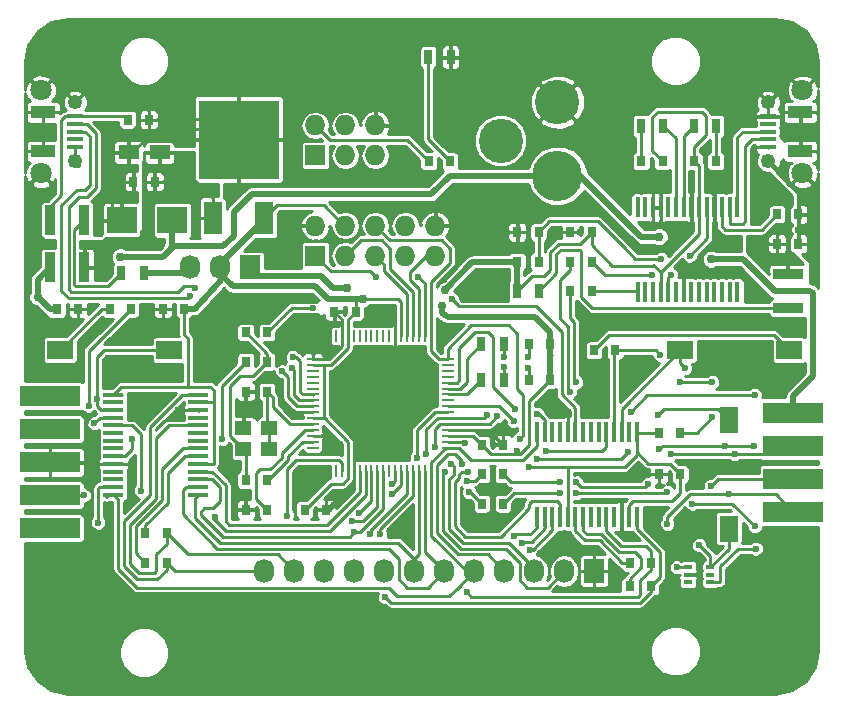
<source format=gtl>
G04 #@! TF.FileFunction,Copper,L1,Top,Signal*
%FSLAX46Y46*%
G04 Gerber Fmt 4.6, Leading zero omitted, Abs format (unit mm)*
G04 Created by KiCad (PCBNEW 4.0.0-rc1-stable) date 12/17/2015 4:31:31 PM*
%MOMM*%
G01*
G04 APERTURE LIST*
%ADD10C,0.100000*%
%ADD11R,5.080000X1.778000*%
%ADD12R,0.800000X0.900000*%
%ADD13R,1.800000X1.230000*%
%ADD14R,0.900000X2.500000*%
%ADD15R,2.500000X0.900000*%
%ADD16R,1.550000X2.780000*%
%ADD17R,6.740000X6.730000*%
%ADD18R,0.749300X0.398780*%
%ADD19R,1.727200X1.727200*%
%ADD20O,1.727200X1.727200*%
%ADD21R,0.700000X1.300000*%
%ADD22R,1.727200X2.032000*%
%ADD23O,1.727200X2.032000*%
%ADD24C,1.800000*%
%ADD25R,1.350000X0.400000*%
%ADD26C,1.250000*%
%ADD27R,2.100000X1.100000*%
%ADD28R,0.250000X1.000000*%
%ADD29R,1.000000X0.250000*%
%ADD30R,0.450000X1.750000*%
%ADD31R,1.750000X0.450000*%
%ADD32R,1.400000X1.200000*%
%ADD33R,1.600000X2.180000*%
%ADD34C,3.750000*%
%ADD35C,4.250000*%
%ADD36R,2.180000X1.600000*%
%ADD37R,2.499360X2.301240*%
%ADD38C,0.600000*%
%ADD39C,0.750000*%
%ADD40C,0.250000*%
%ADD41C,0.500000*%
%ADD42C,0.254000*%
G04 APERTURE END LIST*
D10*
D11*
X42540000Y-140206000D03*
X42540000Y-143000000D03*
X42540000Y-145794000D03*
X42540000Y-148588000D03*
X42540000Y-137412000D03*
D12*
X49100000Y-114000000D03*
X50900000Y-114000000D03*
X104100000Y-124500000D03*
X105900000Y-124500000D03*
X104100000Y-122000000D03*
X105900000Y-122000000D03*
X60900000Y-137000000D03*
X59100000Y-137000000D03*
X60900000Y-147000000D03*
X59100000Y-147000000D03*
X43100000Y-130000000D03*
X44900000Y-130000000D03*
D13*
X49190000Y-116750000D03*
X51810000Y-116750000D03*
D12*
X51400000Y-119250000D03*
X49600000Y-119250000D03*
X95900000Y-144000000D03*
X94100000Y-144000000D03*
X64100000Y-147000000D03*
X65900000Y-147000000D03*
X53900000Y-130000000D03*
X52100000Y-130000000D03*
X79100000Y-141500000D03*
X80900000Y-141500000D03*
D14*
X45450000Y-122500000D03*
X42550000Y-122500000D03*
D15*
X105000000Y-129950000D03*
X105000000Y-127050000D03*
D14*
X42550000Y-126500000D03*
X45450000Y-126500000D03*
D12*
X80900000Y-146500000D03*
X79100000Y-146500000D03*
X80900000Y-144000000D03*
X79100000Y-144000000D03*
X83900000Y-126000000D03*
X82100000Y-126000000D03*
X83900000Y-123500000D03*
X82100000Y-123500000D03*
X92600000Y-117500000D03*
X94400000Y-117500000D03*
X98900000Y-117500000D03*
X97100000Y-117500000D03*
X95900000Y-140500000D03*
X94100000Y-140500000D03*
X83100000Y-136000000D03*
X84900000Y-136000000D03*
X83100000Y-133000000D03*
X84900000Y-133000000D03*
X76400000Y-117500000D03*
X74600000Y-117500000D03*
D16*
X60680000Y-122300000D03*
D17*
X58500000Y-115665000D03*
D16*
X56320000Y-122300000D03*
D18*
X96550040Y-151849760D03*
X96550040Y-152500000D03*
X96550040Y-153150240D03*
X98449960Y-153150240D03*
X98449960Y-152500000D03*
X98449960Y-151849760D03*
D19*
X65000000Y-125500000D03*
D20*
X65000000Y-122960000D03*
X67540000Y-125500000D03*
X67540000Y-122960000D03*
X70080000Y-125500000D03*
X70080000Y-122960000D03*
X72620000Y-125500000D03*
X72620000Y-122960000D03*
X75160000Y-125500000D03*
X75160000Y-122960000D03*
D19*
X65000000Y-117000000D03*
D20*
X65000000Y-114460000D03*
X67540000Y-117000000D03*
X67540000Y-114460000D03*
X70080000Y-117000000D03*
X70080000Y-114460000D03*
D21*
X94450000Y-114500000D03*
X92550000Y-114500000D03*
X97050000Y-114500000D03*
X98950000Y-114500000D03*
X79050000Y-136000000D03*
X80950000Y-136000000D03*
X79050000Y-133000000D03*
X80950000Y-133000000D03*
X76450000Y-108700000D03*
X74550000Y-108700000D03*
X50450000Y-127000000D03*
X48550000Y-127000000D03*
X82050000Y-128500000D03*
X83950000Y-128500000D03*
D22*
X59500000Y-126500000D03*
D23*
X56960000Y-126500000D03*
X54420000Y-126500000D03*
D24*
X41762540Y-111499100D03*
D25*
X44662540Y-113699100D03*
X44662540Y-114349100D03*
X44662540Y-114999100D03*
X44662540Y-115649100D03*
X44662540Y-116299100D03*
D26*
X44662540Y-112499100D03*
X44662540Y-117499100D03*
D24*
X41762540Y-118499100D03*
D27*
X41950000Y-113350000D03*
X41950000Y-116650000D03*
D24*
X106237460Y-118500900D03*
D25*
X103337460Y-116300900D03*
X103337460Y-115650900D03*
X103337460Y-115000900D03*
X103337460Y-114350900D03*
X103337460Y-113700900D03*
D26*
X103337460Y-117500900D03*
X103337460Y-112500900D03*
D24*
X106237460Y-111500900D03*
D27*
X106050000Y-116650000D03*
X106050000Y-113350000D03*
D22*
X88600000Y-152200000D03*
D23*
X86060000Y-152200000D03*
X83520000Y-152200000D03*
X80980000Y-152200000D03*
X78440000Y-152200000D03*
X75900000Y-152200000D03*
X73360000Y-152200000D03*
X70820000Y-152200000D03*
X68280000Y-152200000D03*
X65740000Y-152200000D03*
X63200000Y-152200000D03*
X60660000Y-152200000D03*
D12*
X60900000Y-144500000D03*
X59100000Y-144500000D03*
X60900000Y-132000000D03*
X59100000Y-132000000D03*
X59100000Y-134500000D03*
X60900000Y-134500000D03*
X86600000Y-128500000D03*
X88400000Y-128500000D03*
X86600000Y-126000000D03*
X88400000Y-126000000D03*
D28*
X74250000Y-132300000D03*
X73750000Y-132300000D03*
X73250000Y-132300000D03*
X72750000Y-132300000D03*
X72250000Y-132300000D03*
X71750000Y-132300000D03*
X71250000Y-132300000D03*
X70750000Y-132300000D03*
X70250000Y-132300000D03*
X69750000Y-132300000D03*
X69250000Y-132300000D03*
X68750000Y-132300000D03*
X68250000Y-132300000D03*
X67750000Y-132300000D03*
X67250000Y-132300000D03*
X66750000Y-132300000D03*
D29*
X64800000Y-134250000D03*
X64800000Y-134750000D03*
X64800000Y-135250000D03*
X64800000Y-135750000D03*
X64800000Y-136250000D03*
X64800000Y-136750000D03*
X64800000Y-137250000D03*
X64800000Y-137750000D03*
X64800000Y-138250000D03*
X64800000Y-138750000D03*
X64800000Y-139250000D03*
X64800000Y-139750000D03*
X64800000Y-140250000D03*
X64800000Y-140750000D03*
X64800000Y-141250000D03*
X64800000Y-141750000D03*
D28*
X66750000Y-143700000D03*
X67250000Y-143700000D03*
X67750000Y-143700000D03*
X68250000Y-143700000D03*
X68750000Y-143700000D03*
X69250000Y-143700000D03*
X69750000Y-143700000D03*
X70250000Y-143700000D03*
X70750000Y-143700000D03*
X71250000Y-143700000D03*
X71750000Y-143700000D03*
X72250000Y-143700000D03*
X72750000Y-143700000D03*
X73250000Y-143700000D03*
X73750000Y-143700000D03*
X74250000Y-143700000D03*
D29*
X76200000Y-141750000D03*
X76200000Y-141250000D03*
X76200000Y-140750000D03*
X76200000Y-140250000D03*
X76200000Y-139750000D03*
X76200000Y-139250000D03*
X76200000Y-138750000D03*
X76200000Y-138250000D03*
X76200000Y-137750000D03*
X76200000Y-137250000D03*
X76200000Y-136750000D03*
X76200000Y-136250000D03*
X76200000Y-135750000D03*
X76200000Y-135250000D03*
X76200000Y-134750000D03*
X76200000Y-134250000D03*
D30*
X92275000Y-128600000D03*
X92925000Y-128600000D03*
X93575000Y-128600000D03*
X94225000Y-128600000D03*
X94875000Y-128600000D03*
X95525000Y-128600000D03*
X96175000Y-128600000D03*
X96825000Y-128600000D03*
X97475000Y-128600000D03*
X98125000Y-128600000D03*
X98775000Y-128600000D03*
X99425000Y-128600000D03*
X100075000Y-128600000D03*
X100725000Y-128600000D03*
X100725000Y-121400000D03*
X100075000Y-121400000D03*
X99425000Y-121400000D03*
X98775000Y-121400000D03*
X98125000Y-121400000D03*
X97475000Y-121400000D03*
X96825000Y-121400000D03*
X96175000Y-121400000D03*
X95525000Y-121400000D03*
X94875000Y-121400000D03*
X94225000Y-121400000D03*
X93575000Y-121400000D03*
X92925000Y-121400000D03*
X92275000Y-121400000D03*
D31*
X47900000Y-137275000D03*
X47900000Y-137925000D03*
X47900000Y-138575000D03*
X47900000Y-139225000D03*
X47900000Y-139875000D03*
X47900000Y-140525000D03*
X47900000Y-141175000D03*
X47900000Y-141825000D03*
X47900000Y-142475000D03*
X47900000Y-143125000D03*
X47900000Y-143775000D03*
X47900000Y-144425000D03*
X47900000Y-145075000D03*
X47900000Y-145725000D03*
X55100000Y-145725000D03*
X55100000Y-145075000D03*
X55100000Y-144425000D03*
X55100000Y-143775000D03*
X55100000Y-143125000D03*
X55100000Y-142475000D03*
X55100000Y-141825000D03*
X55100000Y-141175000D03*
X55100000Y-140525000D03*
X55100000Y-139875000D03*
X55100000Y-139225000D03*
X55100000Y-138575000D03*
X55100000Y-137925000D03*
X55100000Y-137275000D03*
D30*
X92225000Y-140400000D03*
X91575000Y-140400000D03*
X90925000Y-140400000D03*
X90275000Y-140400000D03*
X89625000Y-140400000D03*
X88975000Y-140400000D03*
X88325000Y-140400000D03*
X87675000Y-140400000D03*
X87025000Y-140400000D03*
X86375000Y-140400000D03*
X85725000Y-140400000D03*
X85075000Y-140400000D03*
X84425000Y-140400000D03*
X83775000Y-140400000D03*
X83775000Y-147600000D03*
X84425000Y-147600000D03*
X85075000Y-147600000D03*
X85725000Y-147600000D03*
X86375000Y-147600000D03*
X87025000Y-147600000D03*
X87675000Y-147600000D03*
X88325000Y-147600000D03*
X88975000Y-147600000D03*
X89625000Y-147600000D03*
X90275000Y-147600000D03*
X90925000Y-147600000D03*
X91575000Y-147600000D03*
X92225000Y-147600000D03*
D32*
X61100000Y-140100000D03*
X58900000Y-140100000D03*
X58900000Y-141900000D03*
X61100000Y-141900000D03*
D33*
X99997680Y-148602430D03*
X100002320Y-139397570D03*
D12*
X68400000Y-130250000D03*
X66600000Y-130250000D03*
X88400000Y-123500000D03*
X86600000Y-123500000D03*
X52400000Y-151500000D03*
X50600000Y-151500000D03*
X93400000Y-153500000D03*
X91600000Y-153500000D03*
X52400000Y-149000000D03*
X50600000Y-149000000D03*
X93400000Y-151500000D03*
X91600000Y-151500000D03*
D34*
X85500000Y-112500000D03*
D35*
X85500000Y-118740000D03*
D34*
X80700000Y-115750000D03*
D36*
X43397570Y-133497680D03*
X52602430Y-133502320D03*
X105102430Y-133502320D03*
X95897570Y-133497680D03*
D12*
X47600000Y-130000000D03*
X49400000Y-130000000D03*
X88600000Y-133500000D03*
X90400000Y-133500000D03*
D11*
X105460000Y-147191000D03*
X105460000Y-144397000D03*
X105460000Y-141603000D03*
X105460000Y-138809000D03*
D37*
X52898840Y-122500000D03*
X48601160Y-122500000D03*
D38*
X102800000Y-108900000D03*
X89700000Y-107300000D03*
X43300000Y-108400000D03*
X53700000Y-106800000D03*
X64400000Y-107000000D03*
X66600000Y-146600000D03*
X64000000Y-144800000D03*
X71700000Y-133700000D03*
X67100000Y-137500000D03*
X74200000Y-137300000D03*
X76100000Y-132000000D03*
X79600000Y-128300000D03*
X49400000Y-143100000D03*
X43300000Y-151700000D03*
X42400000Y-158400000D03*
X49700000Y-155500000D03*
X56900000Y-159000000D03*
X74400000Y-159300000D03*
X90100000Y-159700000D03*
X99900000Y-160700000D03*
X105100000Y-154700000D03*
X100500000Y-133500000D03*
X99300000Y-131100000D03*
X88700000Y-131400000D03*
X91800000Y-135600000D03*
X89100000Y-136800000D03*
X72700000Y-148900000D03*
X79200000Y-148200000D03*
X44600000Y-135400000D03*
X50700000Y-135100000D03*
X51000000Y-138100000D03*
X59100000Y-145800000D03*
X65200000Y-131100000D03*
X63100000Y-129100000D03*
X70400000Y-130700000D03*
X64800000Y-133200000D03*
X63500000Y-139000000D03*
X68800000Y-142200000D03*
X91300000Y-149300000D03*
X91700000Y-144000000D03*
X86100000Y-138800000D03*
X97500000Y-152500000D03*
X102500000Y-143000000D03*
X97300000Y-148500000D03*
X97400000Y-145000000D03*
X82100000Y-122400000D03*
X80100000Y-141500000D03*
X59000000Y-138500000D03*
X53400000Y-138600000D03*
X87400000Y-123500000D03*
X96600000Y-122900000D03*
X96200000Y-127000000D03*
X58200000Y-129100000D03*
X55200000Y-132100000D03*
X53000000Y-131800000D03*
X58250000Y-111250000D03*
X54250000Y-111250000D03*
X53000000Y-113000000D03*
X53000000Y-115000000D03*
X48250000Y-118500000D03*
X48250000Y-120250000D03*
X105900000Y-123300000D03*
X98900000Y-119200000D03*
X44900000Y-117800000D03*
X93600000Y-119400000D03*
X76300000Y-107200000D03*
X66800000Y-142100000D03*
D39*
X98500000Y-125800000D03*
X94100000Y-123900000D03*
X48500000Y-125600000D03*
X41500000Y-129000000D03*
D38*
X82100000Y-142000000D03*
X83100000Y-143400000D03*
D39*
X75710000Y-129730000D03*
X69000000Y-129200000D03*
D38*
X85700000Y-144700000D03*
X87100000Y-144700000D03*
X93200000Y-144800000D03*
X94000000Y-139000000D03*
X95600000Y-151900000D03*
X85700000Y-145600000D03*
X87100000Y-145600000D03*
X94800000Y-145500000D03*
X97500000Y-150000000D03*
X46300000Y-139700000D03*
X45800000Y-138200000D03*
X45400000Y-145800000D03*
X46500000Y-137600000D03*
X98500000Y-145000000D03*
X94200000Y-133900000D03*
X96300000Y-135000000D03*
X96900000Y-146500000D03*
X102200000Y-148400000D03*
X102200000Y-137300000D03*
X91700000Y-138700000D03*
X91500000Y-142100000D03*
X83800000Y-142700000D03*
X82300000Y-141000000D03*
X102300000Y-150300000D03*
X71500000Y-145700000D03*
X78000000Y-145500000D03*
X77800000Y-144600000D03*
X71500000Y-144800000D03*
X94300000Y-125800000D03*
X96700000Y-125500000D03*
D39*
X76000000Y-128400000D03*
X67700000Y-128200000D03*
D38*
X83000000Y-135000000D03*
X81000000Y-134900000D03*
X81000000Y-134100000D03*
X83000000Y-134100000D03*
X63100000Y-134100000D03*
X73700000Y-127300000D03*
X70100000Y-127300000D03*
X63000000Y-135000000D03*
X54800000Y-128200000D03*
X54400000Y-128900000D03*
X62200000Y-135300000D03*
X68300000Y-148900000D03*
X77400000Y-143100000D03*
X77700000Y-141400000D03*
X83200000Y-150400000D03*
X82500000Y-149800000D03*
X81800000Y-149200000D03*
X68700000Y-147300000D03*
X68100000Y-148000000D03*
X70900000Y-154400000D03*
X69600000Y-149100000D03*
X77800000Y-154000000D03*
X70500000Y-149100000D03*
X86600000Y-137000000D03*
X80400000Y-139100000D03*
X75100000Y-141700000D03*
X76500000Y-143100000D03*
X87100000Y-136200000D03*
X79500000Y-139000000D03*
X76000000Y-143800000D03*
X74400000Y-142300000D03*
X76600000Y-129200000D03*
X64800000Y-129900000D03*
X57100000Y-141000000D03*
X49500000Y-141000000D03*
X50200000Y-145400000D03*
X56500000Y-147600000D03*
X62600000Y-147500000D03*
X46600000Y-148100000D03*
X84500000Y-142000000D03*
X81800000Y-139500000D03*
X81900000Y-138500000D03*
X83800000Y-138900000D03*
X77900000Y-143800000D03*
X73600000Y-142600000D03*
X99700000Y-141600000D03*
X94100000Y-141900000D03*
X102100000Y-141600000D03*
X95900000Y-136200000D03*
X98600000Y-136200000D03*
X94800000Y-148200000D03*
X100000000Y-145700000D03*
X95100000Y-142300000D03*
X100500000Y-142300000D03*
X98600000Y-139200000D03*
X95100000Y-127100000D03*
X93500000Y-127100000D03*
D40*
X44662540Y-113699100D02*
X43800900Y-113699100D01*
X43500000Y-120400000D02*
X42550000Y-121350000D01*
X43500000Y-114000000D02*
X43500000Y-120400000D01*
X43800900Y-113699100D02*
X43500000Y-114000000D01*
X42550000Y-121350000D02*
X42550000Y-122500000D01*
X44662540Y-113699100D02*
X48799100Y-113699100D01*
X48799100Y-113699100D02*
X49100000Y-114000000D01*
D41*
X42550000Y-122850000D02*
X42550000Y-122500000D01*
D40*
X100100000Y-106200000D02*
X102800000Y-108900000D01*
X90800000Y-106200000D02*
X100100000Y-106200000D01*
X89700000Y-107300000D02*
X90800000Y-106200000D01*
X76300000Y-107200000D02*
X64600000Y-107200000D01*
X45700000Y-106000000D02*
X43300000Y-108400000D01*
X52900000Y-106000000D02*
X45700000Y-106000000D01*
X53700000Y-106800000D02*
X52900000Y-106000000D01*
X64600000Y-107200000D02*
X64400000Y-107000000D01*
X66200000Y-147000000D02*
X66600000Y-146600000D01*
X64200000Y-144600000D02*
X64500000Y-144600000D01*
X64000000Y-144800000D02*
X64200000Y-144600000D01*
X71750000Y-133650000D02*
X71700000Y-133700000D01*
X71750000Y-132300000D02*
X71750000Y-133650000D01*
X74000000Y-137500000D02*
X67100000Y-137500000D01*
X74200000Y-137300000D02*
X74000000Y-137500000D01*
X76100000Y-132000000D02*
X76500000Y-132000000D01*
X79500000Y-128200000D02*
X79100000Y-128200000D01*
X79600000Y-128300000D02*
X79500000Y-128200000D01*
X49375000Y-143125000D02*
X49400000Y-143100000D01*
X47900000Y-143125000D02*
X49375000Y-143125000D01*
X43300000Y-157500000D02*
X43300000Y-151700000D01*
X42400000Y-158400000D02*
X43300000Y-157500000D01*
X53400000Y-155500000D02*
X49700000Y-155500000D01*
X56900000Y-159000000D02*
X53400000Y-155500000D01*
X89700000Y-159300000D02*
X74400000Y-159300000D01*
X90100000Y-159700000D02*
X89700000Y-159300000D01*
X105100000Y-155500000D02*
X99900000Y-160700000D01*
X105100000Y-154700000D02*
X105100000Y-155500000D01*
X100500000Y-133600000D02*
X101700000Y-134800000D01*
X100500000Y-133500000D02*
X100500000Y-133600000D01*
X99000000Y-131400000D02*
X99300000Y-131100000D01*
X88700000Y-131400000D02*
X99000000Y-131400000D01*
X91800000Y-135000000D02*
X91800000Y-135600000D01*
X89100000Y-136800000D02*
X89100000Y-136500000D01*
X72700000Y-148700000D02*
X72500000Y-148500000D01*
X72700000Y-148900000D02*
X72700000Y-148700000D01*
X79000000Y-148200000D02*
X78800000Y-148000000D01*
X79200000Y-148200000D02*
X79000000Y-148200000D01*
X44600000Y-135400000D02*
X43600000Y-135400000D01*
X50700000Y-135100000D02*
X50100000Y-135100000D01*
X50800000Y-138300000D02*
X50800000Y-138500000D01*
X51000000Y-138100000D02*
X50800000Y-138300000D01*
X65900000Y-147000000D02*
X66200000Y-147000000D01*
X59100000Y-147000000D02*
X59100000Y-145800000D01*
X66600000Y-131100000D02*
X65200000Y-131100000D01*
X66600000Y-130250000D02*
X66600000Y-131100000D01*
X63100000Y-129100000D02*
X62500000Y-129100000D01*
X71300000Y-130600000D02*
X70500000Y-130600000D01*
X71750000Y-131050000D02*
X71300000Y-130600000D01*
X71750000Y-132300000D02*
X71750000Y-131050000D01*
X70500000Y-130600000D02*
X70400000Y-130700000D01*
X64800000Y-134250000D02*
X64800000Y-133200000D01*
X64800000Y-138750000D02*
X63750000Y-138750000D01*
X63750000Y-138750000D02*
X63500000Y-139000000D01*
X68250000Y-143700000D02*
X68250000Y-142750000D01*
X68250000Y-142750000D02*
X68800000Y-142200000D01*
X90925000Y-147600000D02*
X90925000Y-148925000D01*
X90925000Y-148925000D02*
X91300000Y-149300000D01*
X94100000Y-144000000D02*
X92400000Y-144000000D01*
X92400000Y-144000000D02*
X91700000Y-144000000D01*
X86375000Y-140400000D02*
X86375000Y-139075000D01*
X86375000Y-139075000D02*
X86100000Y-138800000D01*
X96550040Y-152500000D02*
X97500000Y-152500000D01*
X97500000Y-143400000D02*
X97500000Y-144900000D01*
X102500000Y-143000000D02*
X102100000Y-143400000D01*
X102100000Y-143400000D02*
X97500000Y-143400000D01*
X97300000Y-148500000D02*
X97300000Y-149100000D01*
X97500000Y-144900000D02*
X97400000Y-145000000D01*
X82100000Y-123500000D02*
X82100000Y-122400000D01*
X67250000Y-132300000D02*
X67250000Y-130900000D01*
X67250000Y-130900000D02*
X66600000Y-130250000D01*
X80900000Y-141500000D02*
X80100000Y-141500000D01*
X76200000Y-140250000D02*
X79650000Y-140250000D01*
X79650000Y-140250000D02*
X80900000Y-141500000D01*
X58900000Y-140100000D02*
X58900000Y-138600000D01*
X58900000Y-138600000D02*
X59000000Y-138500000D01*
X55100000Y-138575000D02*
X53425000Y-138575000D01*
X53425000Y-138575000D02*
X53400000Y-138600000D01*
X65900000Y-147000000D02*
X68250000Y-144650000D01*
X68250000Y-144650000D02*
X68250000Y-143700000D01*
X86600000Y-123500000D02*
X87400000Y-123500000D01*
X96825000Y-121400000D02*
X96825000Y-122675000D01*
X96825000Y-122675000D02*
X96600000Y-122900000D01*
X96825000Y-121400000D02*
X96800000Y-121425000D01*
X96175000Y-128600000D02*
X96175000Y-127025000D01*
X96175000Y-127025000D02*
X96200000Y-127000000D01*
X58200000Y-129100000D02*
X58200000Y-129100000D01*
X55200000Y-132100000D02*
X58200000Y-129100000D01*
X52100000Y-130000000D02*
X52100000Y-131800000D01*
X52100000Y-131800000D02*
X53000000Y-131800000D01*
X48601160Y-122500000D02*
X47750000Y-121648840D01*
X47750000Y-121648840D02*
X47750000Y-120750000D01*
X49190000Y-116750000D02*
X49500000Y-116750000D01*
X49500000Y-116750000D02*
X50500000Y-115750000D01*
X50900000Y-114000000D02*
X52000000Y-114000000D01*
X58250000Y-111250000D02*
X59750000Y-111250000D01*
X54250000Y-111750000D02*
X54250000Y-111250000D01*
X53000000Y-113000000D02*
X54250000Y-111750000D01*
X52000000Y-114000000D02*
X53000000Y-115000000D01*
X48601160Y-122500000D02*
X48601160Y-120601160D01*
X48250000Y-118500000D02*
X48500000Y-118250000D01*
X48601160Y-120601160D02*
X48250000Y-120250000D01*
X44662540Y-116299100D02*
X44662540Y-117499100D01*
X105900000Y-124500000D02*
X105900000Y-123300000D01*
X103337460Y-113700900D02*
X103337460Y-112500900D01*
X98400000Y-120000000D02*
X98400000Y-119700000D01*
X98400000Y-119700000D02*
X98900000Y-119200000D01*
X94225000Y-121400000D02*
X94225000Y-119625000D01*
X94000000Y-119400000D02*
X93600000Y-119400000D01*
X94225000Y-119625000D02*
X94000000Y-119400000D01*
X98775000Y-120375000D02*
X98775000Y-121400000D01*
X98400000Y-120000000D02*
X98775000Y-120375000D01*
X93575000Y-121400000D02*
X93575000Y-119425000D01*
X93575000Y-119425000D02*
X93600000Y-119400000D01*
X64800000Y-134250000D02*
X66150000Y-134250000D01*
X67250000Y-133150000D02*
X67000000Y-133400000D01*
X67250000Y-133150000D02*
X67250000Y-132300000D01*
X66150000Y-134250000D02*
X67000000Y-133400000D01*
X57000000Y-115665000D02*
X56065000Y-116600000D01*
X57000000Y-115665000D02*
X55235000Y-113900000D01*
X55235000Y-113900000D02*
X52600000Y-113900000D01*
X57000000Y-115665000D02*
X56135000Y-114800000D01*
X56135000Y-114800000D02*
X52500000Y-114800000D01*
X76450000Y-108700000D02*
X76450000Y-107050000D01*
X76450000Y-107050000D02*
X76300000Y-107200000D01*
X64800000Y-140750000D02*
X66050000Y-140750000D01*
X66800000Y-141500000D02*
X66800000Y-142100000D01*
X66050000Y-140750000D02*
X66800000Y-141500000D01*
X55100000Y-138575000D02*
X54925000Y-138575000D01*
X99425000Y-121400000D02*
X99425000Y-123025000D01*
X102800000Y-123300000D02*
X104100000Y-122000000D01*
X99700000Y-123300000D02*
X102800000Y-123300000D01*
X99425000Y-123025000D02*
X99700000Y-123300000D01*
D41*
X85500000Y-118740000D02*
X87440000Y-118740000D01*
X87440000Y-118740000D02*
X92600000Y-123900000D01*
X98500000Y-125800000D02*
X101200000Y-125800000D01*
X92600000Y-123900000D02*
X94100000Y-123900000D01*
X41500000Y-129000000D02*
X42500000Y-130000000D01*
X42500000Y-130000000D02*
X43100000Y-130000000D01*
X41500000Y-127550000D02*
X42550000Y-126500000D01*
X41500000Y-129000000D02*
X41500000Y-127550000D01*
X52898840Y-122500000D02*
X52898840Y-124801160D01*
X52750000Y-124750000D02*
X52750000Y-124950000D01*
X52847680Y-124750000D02*
X52750000Y-124750000D01*
X52898840Y-124801160D02*
X52847680Y-124750000D01*
X53000000Y-124700000D02*
X52750000Y-124950000D01*
X52750000Y-124950000D02*
X52100000Y-125600000D01*
X52100000Y-125600000D02*
X48500000Y-125600000D01*
X105000000Y-128500000D02*
X103900000Y-128500000D01*
X103900000Y-128500000D02*
X101200000Y-125800000D01*
X85500000Y-118740000D02*
X76360000Y-118740000D01*
X76360000Y-118740000D02*
X74800000Y-120300000D01*
X74800000Y-120300000D02*
X59600000Y-120300000D01*
X59600000Y-120300000D02*
X58100000Y-121800000D01*
X58100000Y-121800000D02*
X58100000Y-123800000D01*
X58100000Y-123800000D02*
X57200000Y-124700000D01*
X57200000Y-124700000D02*
X53000000Y-124700000D01*
X106900000Y-128500000D02*
X107100000Y-128700000D01*
X105000000Y-128500000D02*
X106900000Y-128500000D01*
X105460000Y-137340000D02*
X107100000Y-135700000D01*
X105460000Y-137340000D02*
X105460000Y-138809000D01*
X107100000Y-135700000D02*
X107100000Y-128700000D01*
D40*
X84900000Y-133000000D02*
X84900000Y-136000000D01*
X67300000Y-144800000D02*
X66300000Y-144800000D01*
X66300000Y-144800000D02*
X64100000Y-147000000D01*
X91575000Y-147600000D02*
X91575000Y-146625000D01*
X95900000Y-145600000D02*
X95900000Y-144000000D01*
X95200000Y-146300000D02*
X95900000Y-145600000D01*
X91900000Y-146300000D02*
X95200000Y-146300000D01*
X91575000Y-146625000D02*
X91900000Y-146300000D01*
X86375000Y-147600000D02*
X86400000Y-147575000D01*
X86400000Y-147575000D02*
X86400000Y-143400000D01*
X92225000Y-142100000D02*
X92225000Y-142375000D01*
X82100000Y-142100000D02*
X82300000Y-142300000D01*
X82100000Y-142000000D02*
X82100000Y-142100000D01*
X84100000Y-143400000D02*
X83100000Y-143400000D01*
X84100000Y-143400000D02*
X84100000Y-143400000D01*
X91200000Y-143400000D02*
X86400000Y-143400000D01*
X86400000Y-143400000D02*
X84100000Y-143400000D01*
X92225000Y-142375000D02*
X91200000Y-143400000D01*
X94100000Y-140500000D02*
X92325000Y-140500000D01*
X92325000Y-140500000D02*
X92225000Y-140400000D01*
X92225000Y-140400000D02*
X92225000Y-142100000D01*
X92225000Y-142100000D02*
X92225000Y-142125000D01*
X92225000Y-142125000D02*
X93200000Y-143100000D01*
X93200000Y-143100000D02*
X95000000Y-143100000D01*
X95000000Y-143100000D02*
X95900000Y-144000000D01*
X82300000Y-142300000D02*
X83100000Y-141500000D01*
X83100000Y-141500000D02*
X83100000Y-137800000D01*
X83100000Y-137800000D02*
X84900000Y-136000000D01*
X79900000Y-142300000D02*
X82300000Y-142300000D01*
X79100000Y-141500000D02*
X79900000Y-142300000D01*
X69000000Y-129200000D02*
X71999998Y-129200000D01*
X72250000Y-129450002D02*
X72250000Y-132300000D01*
X71999998Y-129200000D02*
X72250000Y-129450002D01*
X68400000Y-130250000D02*
X68400000Y-129300000D01*
X68400000Y-129300000D02*
X68300000Y-129200000D01*
X67750000Y-132300000D02*
X67750000Y-130900000D01*
X67750000Y-130900000D02*
X68400000Y-130250000D01*
X76200000Y-140750000D02*
X78350000Y-140750000D01*
X78350000Y-140750000D02*
X79100000Y-141500000D01*
D41*
X84900000Y-133900000D02*
X84900000Y-136000000D01*
D40*
X67750000Y-143700000D02*
X67750000Y-144350000D01*
X67750000Y-144350000D02*
X67300000Y-144800000D01*
X53900000Y-130000000D02*
X53900000Y-132200000D01*
X54200000Y-132500000D02*
X54200000Y-136600000D01*
X53900000Y-132200000D02*
X54200000Y-132500000D01*
X56400000Y-137900000D02*
X56400000Y-143125000D01*
X56400000Y-143125000D02*
X56400000Y-143100000D01*
X56400000Y-143100000D02*
X56400000Y-143125000D01*
X47900000Y-137275000D02*
X48575000Y-136600000D01*
X48575000Y-136600000D02*
X54200000Y-136600000D01*
X56400000Y-136900000D02*
X56400000Y-137900000D01*
X54200000Y-136600000D02*
X56100000Y-136600000D01*
X56100000Y-136600000D02*
X56400000Y-136900000D01*
X56400000Y-137900000D02*
X56400000Y-137925000D01*
D41*
X67300000Y-129200000D02*
X68300000Y-129200000D01*
X69000000Y-129200000D02*
X67300000Y-129200000D01*
X69000000Y-129200000D02*
X69000000Y-129200000D01*
X83600000Y-130700000D02*
X79500000Y-130700000D01*
X75710000Y-130330000D02*
X75710000Y-129730000D01*
X76200000Y-130700000D02*
X75710000Y-130330000D01*
X79500000Y-130700000D02*
X76200000Y-130700000D01*
X69000000Y-129200000D02*
X69000000Y-129200000D01*
X66100000Y-129200000D02*
X65000000Y-128100000D01*
X59300000Y-128100000D02*
X58000000Y-128100000D01*
X60600000Y-128100000D02*
X59300000Y-128100000D01*
X58000000Y-128100000D02*
X56960000Y-127060000D01*
X60600000Y-128100000D02*
X65000000Y-128100000D01*
X68300000Y-129200000D02*
X66100000Y-129200000D01*
D40*
X67540000Y-122960000D02*
X67460000Y-122960000D01*
X67460000Y-122960000D02*
X65700000Y-121200000D01*
X65700000Y-121200000D02*
X61780000Y-121200000D01*
X61780000Y-121200000D02*
X60680000Y-122300000D01*
X65000000Y-114460000D02*
X66240000Y-115700000D01*
X66240000Y-115700000D02*
X72800000Y-115700000D01*
X72800000Y-115700000D02*
X74600000Y-117500000D01*
D41*
X53900000Y-130000000D02*
X54800000Y-130000000D01*
X54800000Y-130000000D02*
X57000208Y-127593555D01*
X57000208Y-127593555D02*
X56960000Y-126500000D01*
X56960000Y-126500000D02*
X56960000Y-126240000D01*
X56960000Y-126240000D02*
X60680000Y-122520000D01*
X60680000Y-122520000D02*
X60680000Y-122300000D01*
X84885619Y-132100000D02*
X84900000Y-133900000D01*
X84885619Y-132100000D02*
X84885619Y-132000000D01*
X84885619Y-132000000D02*
X83600000Y-130700000D01*
X83600000Y-130700000D02*
X83600000Y-130700000D01*
X83600000Y-130700000D02*
X83600000Y-130700000D01*
D40*
X47900000Y-137275000D02*
X47275000Y-137275000D01*
D41*
X56960000Y-127060000D02*
X56960000Y-126500000D01*
D40*
X65700000Y-139200000D02*
X67750000Y-141250000D01*
X67750000Y-141250000D02*
X67750000Y-143700000D01*
X65700000Y-139250000D02*
X65700000Y-139200000D01*
X65700000Y-139200000D02*
X65700000Y-134750000D01*
X65700000Y-134750000D02*
X65700000Y-134800000D01*
X65700000Y-134800000D02*
X65700000Y-134750000D01*
X55100000Y-143125000D02*
X56400000Y-143125000D01*
X84900000Y-133800000D02*
X85000000Y-133900000D01*
X56400000Y-137925000D02*
X55100000Y-137925000D01*
X47900000Y-137275000D02*
X48625000Y-137275000D01*
X72250000Y-132300000D02*
X72250000Y-131700000D01*
X72250000Y-131700000D02*
X72250000Y-131650000D01*
X64800000Y-134750000D02*
X65700000Y-134750000D01*
X65700000Y-134750000D02*
X66350000Y-134750000D01*
X67750000Y-133350000D02*
X67750000Y-132300000D01*
X66350000Y-134750000D02*
X67750000Y-133350000D01*
X65700000Y-139250000D02*
X64800000Y-139250000D01*
X91200000Y-145100000D02*
X92900000Y-145100000D01*
X81600000Y-144700000D02*
X85700000Y-144700000D01*
X87100000Y-144700000D02*
X87500000Y-145100000D01*
X87500000Y-145100000D02*
X91200000Y-145100000D01*
X80900000Y-144000000D02*
X81600000Y-144700000D01*
X92900000Y-145100000D02*
X93200000Y-144800000D01*
X100002320Y-139397570D02*
X99104750Y-138500000D01*
X94500000Y-138500000D02*
X94000000Y-139000000D01*
X99104750Y-138500000D02*
X94500000Y-138500000D01*
X95650240Y-151849760D02*
X96550040Y-151849760D01*
X95600000Y-151900000D02*
X95650240Y-151849760D01*
X91300000Y-145600000D02*
X94700000Y-145600000D01*
X81800000Y-145600000D02*
X85700000Y-145600000D01*
X87100000Y-145600000D02*
X91300000Y-145600000D01*
X80900000Y-146500000D02*
X81800000Y-145600000D01*
X94700000Y-145600000D02*
X94800000Y-145500000D01*
X98449960Y-150949960D02*
X98449960Y-151849760D01*
X97500000Y-150000000D02*
X98449960Y-150949960D01*
X99997680Y-148602430D02*
X99997680Y-150302040D01*
X99997680Y-150302040D02*
X98449960Y-151849760D01*
X46300000Y-139700000D02*
X46775000Y-139225000D01*
X46775000Y-139225000D02*
X47900000Y-139225000D01*
X45800000Y-138200000D02*
X45800000Y-133600000D01*
X47100000Y-132300000D02*
X49400000Y-130000000D01*
X45800000Y-133600000D02*
X47100000Y-132300000D01*
X46700000Y-139300000D02*
X46775000Y-139225000D01*
X46775000Y-139225000D02*
X47900000Y-139225000D01*
X47900000Y-139225000D02*
X47925000Y-139200000D01*
X42540000Y-145794000D02*
X45394000Y-145794000D01*
X45394000Y-145794000D02*
X45400000Y-145800000D01*
X46500000Y-138200000D02*
X46875000Y-138575000D01*
X46900000Y-138600000D02*
X46900000Y-138575000D01*
X46875000Y-138575000D02*
X46900000Y-138600000D01*
X42540000Y-145794000D02*
X45006000Y-145794000D01*
X46500000Y-137600000D02*
X46500000Y-137800000D01*
X46500000Y-138200000D02*
X46500000Y-137800000D01*
X46500000Y-137800000D02*
X46500000Y-134100000D01*
X47097680Y-133502320D02*
X52602430Y-133502320D01*
X46500000Y-134100000D02*
X47097680Y-133502320D01*
X46900000Y-138575000D02*
X47225000Y-138575000D01*
X42540000Y-145794000D02*
X44006000Y-145794000D01*
X47900000Y-138575000D02*
X47700000Y-138575000D01*
X47700000Y-138575000D02*
X47225000Y-138575000D01*
X44306000Y-145794000D02*
X42540000Y-145794000D01*
X42540000Y-145794000D02*
X44706000Y-145794000D01*
X105460000Y-144397000D02*
X99103000Y-144397000D01*
X99103000Y-144397000D02*
X98500000Y-145000000D01*
X93800000Y-133500000D02*
X90400000Y-133500000D01*
X94200000Y-133900000D02*
X93800000Y-133500000D01*
X90275000Y-140400000D02*
X90275000Y-133625000D01*
X90275000Y-133625000D02*
X90400000Y-133500000D01*
X105063000Y-144000000D02*
X105460000Y-144397000D01*
X95897570Y-134597570D02*
X95897570Y-133497680D01*
X96300000Y-135000000D02*
X95897570Y-134597570D01*
X100300000Y-146500000D02*
X96900000Y-146500000D01*
X102200000Y-148400000D02*
X100300000Y-146500000D01*
X90925000Y-140400000D02*
X90925000Y-138470250D01*
X90925000Y-138470250D02*
X95897570Y-133497680D01*
X82600000Y-138300000D02*
X82600000Y-137300000D01*
X102200000Y-137300000D02*
X93100000Y-137300000D01*
X93100000Y-137300000D02*
X91700000Y-138700000D01*
X91500000Y-142100000D02*
X90900000Y-142700000D01*
X90900000Y-142700000D02*
X83800000Y-142700000D01*
X82300000Y-141000000D02*
X82600000Y-140700000D01*
X82600000Y-140700000D02*
X82600000Y-138300000D01*
X76200000Y-133400000D02*
X76200000Y-134250000D01*
X78200000Y-131400000D02*
X76200000Y-133400000D01*
X81400000Y-131400000D02*
X78200000Y-131400000D01*
X82100000Y-132100000D02*
X81400000Y-131400000D01*
X82100000Y-136800000D02*
X82100000Y-132100000D01*
X82600000Y-137300000D02*
X82100000Y-136800000D01*
X99249760Y-153150240D02*
X98449960Y-153150240D01*
X99300000Y-153100000D02*
X99249760Y-153150240D01*
X99300000Y-151800000D02*
X99300000Y-153100000D01*
X100800000Y-150300000D02*
X99300000Y-151800000D01*
X102300000Y-150300000D02*
X100800000Y-150300000D01*
X74800000Y-130500000D02*
X74800000Y-127700000D01*
X75400000Y-127100000D02*
X76400000Y-126100000D01*
X76400000Y-126100000D02*
X76400000Y-124900000D01*
X76400000Y-124900000D02*
X75700000Y-124200000D01*
X75700000Y-124200000D02*
X71320000Y-124200000D01*
X71320000Y-124200000D02*
X70080000Y-122960000D01*
X74800000Y-127700000D02*
X75400000Y-127100000D01*
X74800000Y-133600000D02*
X74800000Y-130500000D01*
X75450000Y-134250000D02*
X74800000Y-133600000D01*
X76200000Y-134250000D02*
X75450000Y-134250000D01*
X62000000Y-138900000D02*
X61400000Y-138300000D01*
X61400000Y-137500000D02*
X60900000Y-137000000D01*
X61400000Y-138300000D02*
X61400000Y-137500000D01*
X64100000Y-139750000D02*
X62850000Y-139750000D01*
X62850000Y-139750000D02*
X62000000Y-138900000D01*
X61100000Y-140100000D02*
X61100000Y-141900000D01*
X60900000Y-137000000D02*
X60900000Y-139900000D01*
X60900000Y-139900000D02*
X61100000Y-140100000D01*
X64800000Y-139750000D02*
X64100000Y-139750000D01*
X64800000Y-140250000D02*
X64150000Y-140250000D01*
X60000000Y-146100000D02*
X60900000Y-147000000D01*
X60000000Y-143900000D02*
X60000000Y-146100000D01*
X60300000Y-143600000D02*
X60000000Y-143900000D01*
X61200000Y-143600000D02*
X60300000Y-143600000D01*
X62200000Y-142600000D02*
X61200000Y-143600000D01*
X62200000Y-142200000D02*
X62200000Y-142600000D01*
X64150000Y-140250000D02*
X62200000Y-142200000D01*
X44600000Y-126600000D02*
X44600000Y-127949998D01*
X44600000Y-123350000D02*
X44600000Y-126600000D01*
X45450000Y-122500000D02*
X44600000Y-123350000D01*
X47450000Y-128100000D02*
X48550000Y-127000000D01*
X44750002Y-128100000D02*
X47450000Y-128100000D01*
X44600000Y-127949998D02*
X44750002Y-128100000D01*
X45450000Y-122500000D02*
X45450000Y-121550000D01*
D41*
X48550000Y-127000000D02*
X48550000Y-127150000D01*
D40*
X83950000Y-128500000D02*
X83950000Y-128450000D01*
X83950000Y-128450000D02*
X85400000Y-127000000D01*
X85400000Y-127000000D02*
X85400000Y-125400000D01*
X85400000Y-125400000D02*
X85800000Y-125000000D01*
X85800000Y-125000000D02*
X87400000Y-125000000D01*
X87400000Y-125000000D02*
X87500000Y-125100000D01*
X87500000Y-125100000D02*
X87500000Y-129000000D01*
X87500000Y-129000000D02*
X88450000Y-129950000D01*
X88450000Y-129950000D02*
X90750000Y-129950000D01*
X97000000Y-129950000D02*
X90750000Y-129950000D01*
X105000000Y-129950000D02*
X97000000Y-129950000D01*
D41*
X105000000Y-129950000D02*
X104050000Y-129950000D01*
D40*
X105000000Y-129950000D02*
X103950000Y-129950000D01*
X72250000Y-144950000D02*
X71500000Y-145700000D01*
X72250000Y-143700000D02*
X72250000Y-144950000D01*
X78100000Y-145500000D02*
X79100000Y-146500000D01*
X78000000Y-145500000D02*
X78100000Y-145500000D01*
X77800000Y-144600000D02*
X78500000Y-144600000D01*
X78500000Y-144600000D02*
X79100000Y-144000000D01*
X71750000Y-144550000D02*
X71500000Y-144800000D01*
X71750000Y-143700000D02*
X71750000Y-144550000D01*
X91100000Y-124800000D02*
X92100000Y-125800000D01*
X83900000Y-123500000D02*
X84800000Y-122600000D01*
X91100000Y-124800000D02*
X88900000Y-122600000D01*
X88900000Y-122600000D02*
X86100000Y-122600000D01*
X86100000Y-122600000D02*
X84800000Y-122600000D01*
X92100000Y-125800000D02*
X94300000Y-125800000D01*
X98200000Y-121475000D02*
X98200000Y-124000000D01*
X98200000Y-124000000D02*
X96700000Y-125500000D01*
X83900000Y-123500000D02*
X83900000Y-126000000D01*
X98125000Y-121400000D02*
X98200000Y-121475000D01*
X93662500Y-126337500D02*
X90137500Y-126337500D01*
X88400000Y-124600000D02*
X88400000Y-123500000D01*
X90137500Y-126337500D02*
X88400000Y-124600000D01*
D41*
X78303996Y-126003842D02*
X76000000Y-128400000D01*
X82100000Y-126000000D02*
X78303996Y-126003842D01*
X65500000Y-127200000D02*
X60200000Y-127200000D01*
X66500000Y-128200000D02*
X65500000Y-127200000D01*
X67700000Y-128200000D02*
X66500000Y-128200000D01*
X60200000Y-127200000D02*
X59500000Y-126500000D01*
X82050000Y-128500000D02*
X82050000Y-126050000D01*
X82050000Y-126050000D02*
X82100000Y-126000000D01*
D40*
X94225000Y-126900000D02*
X97475000Y-123650000D01*
X97475000Y-123650000D02*
X97475000Y-121400000D01*
X84400000Y-127200000D02*
X84900000Y-126700000D01*
X84400000Y-127200000D02*
X83350000Y-127200000D01*
X83350000Y-127200000D02*
X82050000Y-128500000D01*
X88400000Y-123500000D02*
X87400000Y-124500000D01*
X84900000Y-126700000D02*
X84900000Y-125200000D01*
X84900000Y-125200000D02*
X85600000Y-124500000D01*
X85600000Y-124500000D02*
X87400000Y-124500000D01*
X94225000Y-126900000D02*
X93662500Y-126337500D01*
X93662500Y-126337500D02*
X93625000Y-126300000D01*
X94225000Y-128600000D02*
X94225000Y-126900000D01*
X97100000Y-117500000D02*
X97100000Y-116300000D01*
X93500000Y-116600000D02*
X94400000Y-117500000D01*
X93500000Y-113800000D02*
X93500000Y-116600000D01*
X94000000Y-113300000D02*
X93500000Y-113800000D01*
X97700000Y-113300000D02*
X94000000Y-113300000D01*
X98100000Y-113700000D02*
X97700000Y-113300000D01*
X98100000Y-115300000D02*
X98100000Y-113700000D01*
X97100000Y-116300000D02*
X98100000Y-115300000D01*
X97475000Y-119200000D02*
X97475000Y-117875000D01*
X97475000Y-117875000D02*
X97100000Y-117500000D01*
X97475000Y-121400000D02*
X97475000Y-119200000D01*
X92600000Y-117500000D02*
X92600000Y-114550000D01*
X92600000Y-114550000D02*
X92550000Y-114500000D01*
X98900000Y-117500000D02*
X98900000Y-114550000D01*
X98900000Y-114550000D02*
X98950000Y-114500000D01*
X80950000Y-136000000D02*
X80950000Y-134950000D01*
X83100000Y-135100000D02*
X83100000Y-136000000D01*
X83000000Y-135000000D02*
X83100000Y-135100000D01*
X80950000Y-134950000D02*
X81000000Y-134900000D01*
X83100000Y-133000000D02*
X83100000Y-134000000D01*
X80950000Y-134050000D02*
X80950000Y-133000000D01*
X81000000Y-134100000D02*
X80950000Y-134050000D01*
X83100000Y-134000000D02*
X83000000Y-134100000D01*
X74550000Y-108700000D02*
X74550000Y-115650000D01*
X74550000Y-115650000D02*
X76400000Y-117500000D01*
X64800000Y-137250000D02*
X63950000Y-137250000D01*
X63400000Y-134100000D02*
X63100000Y-134100000D01*
X63700000Y-134400000D02*
X63400000Y-134100000D01*
X63700000Y-137000000D02*
X63700000Y-134400000D01*
X63950000Y-137250000D02*
X63700000Y-137000000D01*
X54420000Y-126500000D02*
X54900000Y-126500000D01*
X64800000Y-137299998D02*
X64800000Y-137250000D01*
D41*
X50450000Y-127000000D02*
X53920000Y-127000000D01*
D40*
X53920000Y-127000000D02*
X54420000Y-126500000D01*
X74250000Y-131100000D02*
X74250000Y-127850000D01*
X74250000Y-127850000D02*
X73700000Y-127300000D01*
X74250000Y-132300000D02*
X74250000Y-131100000D01*
X70100000Y-127300000D02*
X69600000Y-126800000D01*
X69600000Y-126800000D02*
X66300000Y-126800000D01*
X66300000Y-126800000D02*
X65000000Y-125500000D01*
X73250000Y-131250000D02*
X73250000Y-128550000D01*
X73250000Y-128550000D02*
X71300000Y-126600000D01*
X71300000Y-126000000D02*
X71300000Y-126600000D01*
X71300000Y-126000000D02*
X71300000Y-124900000D01*
X71300000Y-124900000D02*
X70600000Y-124200000D01*
X70600000Y-124200000D02*
X68840000Y-124200000D01*
X67540000Y-125500000D02*
X68840000Y-124200000D01*
X73250000Y-131250000D02*
X73250000Y-132300000D01*
X72750000Y-132300000D02*
X72750000Y-128750000D01*
X72750000Y-128750000D02*
X70800000Y-126800000D01*
X70800000Y-126220000D02*
X70080000Y-125500000D01*
X70800000Y-126800000D02*
X70800000Y-126220000D01*
X70080000Y-126180000D02*
X70080000Y-125500000D01*
X70300000Y-125500000D02*
X70080000Y-125500000D01*
X73750000Y-131100000D02*
X73750000Y-128350000D01*
X73000000Y-127600000D02*
X73000000Y-126900000D01*
X73750000Y-128350000D02*
X73000000Y-127600000D01*
X73750000Y-132300000D02*
X73750000Y-131100000D01*
X73000000Y-126900000D02*
X74400000Y-125500000D01*
X75160000Y-125500000D02*
X74400000Y-125500000D01*
X95525000Y-121400000D02*
X95525000Y-115575000D01*
X95525000Y-115575000D02*
X94450000Y-114500000D01*
X96175000Y-121400000D02*
X96175000Y-115375000D01*
X96175000Y-115375000D02*
X97050000Y-114500000D01*
X76200000Y-137250000D02*
X77800000Y-137250000D01*
X77800000Y-137250000D02*
X79050000Y-136000000D01*
X77250000Y-136750000D02*
X77800000Y-136200000D01*
X76200000Y-136750000D02*
X77250000Y-136750000D01*
X77800000Y-134250000D02*
X79050000Y-133000000D01*
X77800000Y-136200000D02*
X77800000Y-134250000D01*
X44100000Y-127100000D02*
X44100000Y-128349998D01*
X53400000Y-128600000D02*
X53900000Y-128100000D01*
X44350002Y-128600000D02*
X53400000Y-128600000D01*
X44100000Y-128349998D02*
X44350002Y-128600000D01*
X44662540Y-114349100D02*
X45649100Y-114349100D01*
X46400000Y-115100000D02*
X46400000Y-117800000D01*
X45649100Y-114349100D02*
X46400000Y-115100000D01*
X63250000Y-137350000D02*
X63200000Y-137300000D01*
X63200000Y-135200000D02*
X63000000Y-135000000D01*
X63200000Y-137300000D02*
X63200000Y-135200000D01*
X63650000Y-137750000D02*
X64800000Y-137750000D01*
X63650000Y-137750000D02*
X63250000Y-137350000D01*
X45700000Y-120500000D02*
X46400000Y-119800000D01*
X45000000Y-120500000D02*
X45700000Y-120500000D01*
X44100000Y-121400000D02*
X45000000Y-120500000D01*
X44100000Y-127100000D02*
X44100000Y-121400000D01*
X46400000Y-117800000D02*
X46400000Y-119800000D01*
X54700000Y-128100000D02*
X54800000Y-128200000D01*
X53900000Y-128100000D02*
X54700000Y-128100000D01*
X54400000Y-128900000D02*
X54200000Y-129100000D01*
X43500000Y-128500000D02*
X43500000Y-127600000D01*
X44100000Y-129100000D02*
X43500000Y-128500000D01*
X54200000Y-129100000D02*
X44100000Y-129100000D01*
X45900000Y-117500000D02*
X45900000Y-115400000D01*
X44662540Y-114999100D02*
X45499100Y-114999100D01*
X45900000Y-115400000D02*
X45499100Y-114999100D01*
X45900000Y-119500000D02*
X45500000Y-119900000D01*
X45500000Y-119900000D02*
X44800000Y-119900000D01*
X44800000Y-119900000D02*
X43500000Y-121200000D01*
X43500000Y-121200000D02*
X43500000Y-127200000D01*
X45900000Y-117500000D02*
X45900000Y-119500000D01*
X62700000Y-137500000D02*
X63450000Y-138250000D01*
X63450000Y-138250000D02*
X64800000Y-138250000D01*
X62700000Y-135800000D02*
X62200000Y-135300000D01*
X62700000Y-137500000D02*
X62700000Y-135800000D01*
X43500000Y-127200000D02*
X43500000Y-127600000D01*
X103337460Y-115650900D02*
X101949100Y-115650900D01*
X101400000Y-116200000D02*
X101400000Y-122600000D01*
X101949100Y-115650900D02*
X101400000Y-116200000D01*
X100075000Y-122775000D02*
X100075000Y-121400000D01*
X100100000Y-122800000D02*
X100075000Y-122775000D01*
X101200000Y-122800000D02*
X100100000Y-122800000D01*
X101400000Y-122600000D02*
X101200000Y-122800000D01*
X103337460Y-115000900D02*
X101199100Y-115000900D01*
X100725000Y-115475000D02*
X100725000Y-121400000D01*
X101199100Y-115000900D02*
X100725000Y-115475000D01*
X67200000Y-149300000D02*
X67900000Y-149300000D01*
X67900000Y-149300000D02*
X68300000Y-148900000D01*
X68300000Y-148900000D02*
X68800000Y-148900000D01*
X68800000Y-148900000D02*
X70750000Y-146950000D01*
X70750000Y-146950000D02*
X70750000Y-143700000D01*
X62700000Y-149300000D02*
X67200000Y-149300000D01*
X56900000Y-146300000D02*
X56300000Y-146900000D01*
X55300000Y-147449998D02*
X56900000Y-149049998D01*
X55300000Y-147200000D02*
X55300000Y-147449998D01*
X55600000Y-146900000D02*
X55300000Y-147200000D01*
X56300000Y-146900000D02*
X55600000Y-146900000D01*
X55100000Y-144425000D02*
X56225000Y-144425000D01*
X57150002Y-149300000D02*
X62700000Y-149300000D01*
X56900000Y-149049998D02*
X57150002Y-149300000D01*
X56900000Y-145100000D02*
X56900000Y-146300000D01*
X56225000Y-144425000D02*
X56900000Y-145100000D01*
X76200000Y-141250000D02*
X77550000Y-141250000D01*
X77400000Y-142900000D02*
X76800000Y-142300000D01*
X77400000Y-143100000D02*
X77400000Y-142900000D01*
X77550000Y-141250000D02*
X77700000Y-141400000D01*
X85075000Y-148725000D02*
X85075000Y-147600000D01*
X83400000Y-150400000D02*
X85075000Y-148725000D01*
X83200000Y-150400000D02*
X83400000Y-150400000D01*
X79580000Y-150800000D02*
X80980000Y-152200000D01*
X77100000Y-150800000D02*
X79580000Y-150800000D01*
X75300000Y-149000000D02*
X77100000Y-150800000D01*
X75300000Y-143200000D02*
X75300000Y-149000000D01*
X76200000Y-142300000D02*
X75300000Y-143200000D01*
X76800000Y-142300000D02*
X76200000Y-142300000D01*
X84425000Y-148575000D02*
X84425000Y-147600000D01*
X83300000Y-149700000D02*
X84425000Y-148575000D01*
X82600000Y-149700000D02*
X83300000Y-149700000D01*
X82500000Y-149800000D02*
X82600000Y-149700000D01*
X74250000Y-143700000D02*
X74250000Y-150550000D01*
X74250000Y-150550000D02*
X75900000Y-152200000D01*
X72100000Y-152600000D02*
X72100000Y-152900000D01*
X54025000Y-145075000D02*
X53800000Y-145300000D01*
X53800000Y-145300000D02*
X53800000Y-147400000D01*
X53800000Y-147400000D02*
X56700000Y-150300000D01*
X56700000Y-150300000D02*
X71200000Y-150300000D01*
X71200000Y-150300000D02*
X72100000Y-151200000D01*
X72100000Y-151200000D02*
X72100000Y-152600000D01*
X55100000Y-145075000D02*
X54025000Y-145075000D01*
X74500000Y-153600000D02*
X75900000Y-152200000D01*
X72800000Y-153600000D02*
X74500000Y-153600000D01*
X72100000Y-152900000D02*
X72800000Y-153600000D01*
X83775000Y-148525000D02*
X83775000Y-147600000D01*
X83200000Y-149100000D02*
X83775000Y-148525000D01*
X81900000Y-149100000D02*
X83200000Y-149100000D01*
X81800000Y-149200000D02*
X81900000Y-149100000D01*
X73360000Y-151160000D02*
X73750000Y-150770000D01*
X55100000Y-145725000D02*
X54800000Y-146025000D01*
X73360000Y-151160000D02*
X73360000Y-152200000D01*
X72000000Y-149800000D02*
X73360000Y-151160000D01*
X56900000Y-149800000D02*
X72000000Y-149800000D01*
X54800000Y-147700000D02*
X56900000Y-149800000D01*
X54800000Y-146025000D02*
X54800000Y-147700000D01*
X73750000Y-143700000D02*
X73750000Y-150800000D01*
X55100000Y-145725000D02*
X55525000Y-145725000D01*
X47900000Y-145725000D02*
X48300000Y-146125000D01*
X48300000Y-152000000D02*
X49900000Y-153600000D01*
X48300000Y-146125000D02*
X48300000Y-152000000D01*
X76200000Y-141750000D02*
X77150000Y-141750000D01*
X83775000Y-141625000D02*
X83775000Y-140400000D01*
X82600000Y-142800000D02*
X83775000Y-141625000D01*
X78200000Y-142800000D02*
X82600000Y-142800000D01*
X77150000Y-141750000D02*
X78200000Y-142800000D01*
X76200000Y-141750000D02*
X76050000Y-141750000D01*
X76050000Y-141750000D02*
X74800000Y-143000000D01*
X74800000Y-149200000D02*
X74800000Y-144000000D01*
X77800000Y-152200000D02*
X74800000Y-149200000D01*
X74800000Y-143000000D02*
X74800000Y-144000000D01*
X78440000Y-152200000D02*
X77800000Y-152200000D01*
X71200000Y-153600000D02*
X71900000Y-154300000D01*
X77040000Y-153600000D02*
X78440000Y-152200000D01*
X49900000Y-153600000D02*
X50300000Y-153600000D01*
X55200000Y-153600000D02*
X50300000Y-153600000D01*
X60900000Y-153600000D02*
X55200000Y-153600000D01*
X60900000Y-153600000D02*
X69420000Y-153600000D01*
X69420000Y-153600000D02*
X71200000Y-153600000D01*
X71900000Y-154300000D02*
X76340000Y-154300000D01*
X76340000Y-154300000D02*
X77040000Y-153600000D01*
X47900000Y-145725000D02*
X47475000Y-145725000D01*
X47475000Y-145725000D02*
X47300000Y-145900000D01*
X55100000Y-137275000D02*
X53725000Y-137275000D01*
X53725000Y-137275000D02*
X51000000Y-140000000D01*
X52400000Y-151500000D02*
X52400000Y-152100000D01*
X52400000Y-152100000D02*
X51600000Y-152900000D01*
X51600000Y-152900000D02*
X49900000Y-152900000D01*
X49900000Y-152900000D02*
X48800000Y-151800000D01*
X48800000Y-151800000D02*
X48800000Y-148000000D01*
X48800000Y-148000000D02*
X51000000Y-145800000D01*
X51000000Y-145800000D02*
X51000000Y-140000000D01*
X60660000Y-152200000D02*
X53100000Y-152200000D01*
X53100000Y-152200000D02*
X52400000Y-151500000D01*
X69750000Y-146250000D02*
X69750000Y-143700000D01*
X68700000Y-147300000D02*
X69750000Y-146250000D01*
X54375000Y-137275000D02*
X55100000Y-137275000D01*
X69000000Y-148000000D02*
X70250000Y-146750000D01*
X70250000Y-143700000D02*
X70250000Y-146750000D01*
X69000000Y-148000000D02*
X68100000Y-148000000D01*
X52400000Y-149000000D02*
X52400000Y-149900000D01*
X52575002Y-139875000D02*
X51900000Y-140550002D01*
X52575002Y-139875000D02*
X55100000Y-139875000D01*
X51500000Y-140950002D02*
X51900000Y-140550002D01*
X51500000Y-146063602D02*
X51500000Y-140950002D01*
X49300000Y-148263602D02*
X51500000Y-146063602D01*
X49300000Y-151600000D02*
X49300000Y-148263602D01*
X50100000Y-152400000D02*
X49300000Y-151600000D01*
X51300000Y-152400000D02*
X50100000Y-152400000D01*
X51500000Y-152200000D02*
X51300000Y-152400000D01*
X51500000Y-150800000D02*
X51500000Y-152200000D01*
X52400000Y-149900000D02*
X51500000Y-150800000D01*
X61800000Y-150800000D02*
X54200000Y-150800000D01*
X63200000Y-152200000D02*
X61800000Y-150800000D01*
X54200000Y-150800000D02*
X52400000Y-149000000D01*
X93400000Y-153500000D02*
X93400000Y-154000000D01*
X71400000Y-154900000D02*
X70900000Y-154400000D01*
X92500000Y-154900000D02*
X71400000Y-154900000D01*
X93400000Y-154000000D02*
X92500000Y-154900000D01*
X93400000Y-153500000D02*
X94200000Y-152700000D01*
X92225000Y-148625000D02*
X92225000Y-147600000D01*
X94200000Y-150600000D02*
X92225000Y-148625000D01*
X94200000Y-152700000D02*
X94200000Y-150600000D01*
X70900000Y-147500000D02*
X69600000Y-148800000D01*
X72750000Y-145650000D02*
X70900000Y-147500000D01*
X72750000Y-143700000D02*
X72750000Y-145650000D01*
X69600000Y-148800000D02*
X69600000Y-149100000D01*
X92500000Y-153500000D02*
X92500000Y-153000000D01*
X77800000Y-154000000D02*
X78200000Y-154400000D01*
X78200000Y-154400000D02*
X92300000Y-154400000D01*
X92300000Y-154400000D02*
X92500000Y-154200000D01*
X92500000Y-154200000D02*
X92500000Y-153500000D01*
X93400000Y-152100000D02*
X93400000Y-151500000D01*
X92500000Y-153000000D02*
X93400000Y-152100000D01*
X91600000Y-150100000D02*
X93000000Y-150100000D01*
X91600000Y-150100000D02*
X90900000Y-150100000D01*
X90900000Y-150100000D02*
X89625000Y-148825000D01*
X89625000Y-148825000D02*
X89625000Y-147600000D01*
X93000000Y-150100000D02*
X93400000Y-150500000D01*
X93400000Y-150500000D02*
X93400000Y-151500000D01*
X73250000Y-143700000D02*
X73250000Y-145850000D01*
X70500000Y-148600000D02*
X70500000Y-149100000D01*
X73250000Y-145850000D02*
X70500000Y-148600000D01*
X76200000Y-139750000D02*
X79750000Y-139750000D01*
X86400000Y-136800000D02*
X86400000Y-136700000D01*
X86600000Y-137000000D02*
X86400000Y-136800000D01*
X79750000Y-139750000D02*
X80400000Y-139100000D01*
X86600000Y-126000000D02*
X86600000Y-126700000D01*
X86600000Y-126700000D02*
X85700000Y-127600000D01*
X85700000Y-127600000D02*
X85700000Y-130800000D01*
X85700000Y-130800000D02*
X86400000Y-131500000D01*
X86400000Y-131500000D02*
X86400000Y-136700000D01*
X86400000Y-136700000D02*
X86400000Y-136900000D01*
X76500000Y-143100000D02*
X76700000Y-143300000D01*
X75550000Y-139750000D02*
X75100000Y-140200000D01*
X75100000Y-140200000D02*
X75100000Y-141700000D01*
X76200000Y-139750000D02*
X75550000Y-139750000D01*
X81400000Y-149800000D02*
X83520000Y-151920000D01*
X77500000Y-149800000D02*
X81400000Y-149800000D01*
X76300000Y-148600000D02*
X77500000Y-149800000D01*
X76300000Y-144450002D02*
X76300000Y-148600000D01*
X76700000Y-144050002D02*
X76300000Y-144450002D01*
X76700000Y-143300000D02*
X76700000Y-144050002D01*
X83520000Y-151920000D02*
X83520000Y-152200000D01*
X76200000Y-139250000D02*
X79250000Y-139250000D01*
X86600000Y-130800000D02*
X86600000Y-128500000D01*
X86900000Y-131100000D02*
X86600000Y-130800000D01*
X86900000Y-136000000D02*
X86900000Y-131100000D01*
X87100000Y-136200000D02*
X86900000Y-136000000D01*
X79250000Y-139250000D02*
X79500000Y-139000000D01*
X76200000Y-139250000D02*
X75350000Y-139250000D01*
X84660000Y-153600000D02*
X86060000Y-152200000D01*
X82900000Y-153600000D02*
X84660000Y-153600000D01*
X82300000Y-153000000D02*
X82900000Y-153600000D01*
X82300000Y-151500000D02*
X82300000Y-153000000D01*
X81100000Y-150300000D02*
X82300000Y-151500000D01*
X77300000Y-150300000D02*
X81100000Y-150300000D01*
X75800000Y-148800000D02*
X77300000Y-150300000D01*
X75800000Y-144000000D02*
X75800000Y-148800000D01*
X76000000Y-143800000D02*
X75800000Y-144000000D01*
X74400000Y-140200000D02*
X74400000Y-142300000D01*
X75350000Y-139250000D02*
X74400000Y-140200000D01*
X64800000Y-141250000D02*
X63950000Y-141250000D01*
X62700000Y-142800000D02*
X61000000Y-144500000D01*
X62700000Y-142500000D02*
X62700000Y-142800000D01*
X63950000Y-141250000D02*
X62700000Y-142500000D01*
X61000000Y-144500000D02*
X60900000Y-144500000D01*
X60900000Y-134500000D02*
X60900000Y-133800000D01*
X60900000Y-133800000D02*
X59100000Y-132000000D01*
X60900000Y-134500000D02*
X59700000Y-135700000D01*
X57800000Y-140800000D02*
X58900000Y-141900000D01*
X57800000Y-136500000D02*
X57800000Y-140800000D01*
X58600000Y-135700000D02*
X57800000Y-136500000D01*
X59700000Y-135700000D02*
X58600000Y-135700000D01*
X59100000Y-144500000D02*
X59100000Y-142100000D01*
X59100000Y-142100000D02*
X58900000Y-141900000D01*
X85850000Y-131950000D02*
X85850000Y-137250000D01*
X85850000Y-137250000D02*
X87025000Y-138425000D01*
X85850000Y-131950000D02*
X83700000Y-129800000D01*
X83700000Y-129800000D02*
X77200000Y-129800000D01*
X77200000Y-129800000D02*
X76600000Y-129200000D01*
X87025000Y-140400000D02*
X87025000Y-138425000D01*
X63000000Y-129900000D02*
X60900000Y-132000000D01*
X64800000Y-129900000D02*
X63000000Y-129900000D01*
X47900000Y-142475000D02*
X48925000Y-142475000D01*
X57100000Y-136500000D02*
X59100000Y-134500000D01*
X57100000Y-136700000D02*
X57100000Y-136500000D01*
X57100000Y-141000000D02*
X57100000Y-136700000D01*
X49500000Y-141900000D02*
X49500000Y-141000000D01*
X48925000Y-142475000D02*
X49500000Y-141900000D01*
X63100000Y-148800000D02*
X66200000Y-148800000D01*
X69250000Y-145750000D02*
X69250000Y-143700000D01*
X66200000Y-148800000D02*
X69250000Y-145750000D01*
X47900000Y-139875000D02*
X49475000Y-139875000D01*
X50200000Y-140600000D02*
X50200000Y-145400000D01*
X49475000Y-139875000D02*
X50200000Y-140600000D01*
X56600000Y-147700000D02*
X56500000Y-147600000D01*
X56600000Y-148000000D02*
X56600000Y-147700000D01*
X63100000Y-148800000D02*
X57400000Y-148800000D01*
X57400000Y-148800000D02*
X56600000Y-148000000D01*
X56600000Y-148000000D02*
X56300000Y-147700000D01*
X47900000Y-139875000D02*
X47125000Y-139875000D01*
X66300000Y-142800000D02*
X63400000Y-142800000D01*
X67250000Y-143700000D02*
X67250000Y-143050000D01*
X67000000Y-142800000D02*
X66300000Y-142800000D01*
X67250000Y-143050000D02*
X67000000Y-142800000D01*
X62600000Y-143600000D02*
X62600000Y-147500000D01*
X63400000Y-142800000D02*
X62600000Y-143600000D01*
X46600000Y-146600000D02*
X46600000Y-146700000D01*
X46600000Y-148100000D02*
X46600000Y-146600000D01*
X46600000Y-146700000D02*
X46600000Y-145200000D01*
X46725000Y-145075000D02*
X47900000Y-145075000D01*
X46600000Y-145200000D02*
X46725000Y-145075000D01*
X68750000Y-143700000D02*
X68750000Y-145550000D01*
X66000000Y-148300000D02*
X63500000Y-148300000D01*
X68750000Y-145550000D02*
X66000000Y-148300000D01*
X55100000Y-143775000D02*
X56275000Y-143775000D01*
X57700000Y-148300000D02*
X63500000Y-148300000D01*
X57400000Y-148000000D02*
X57700000Y-148300000D01*
X57400000Y-144900000D02*
X57400000Y-148000000D01*
X56275000Y-143775000D02*
X57400000Y-144900000D01*
X81800000Y-139500000D02*
X80550000Y-138250000D01*
X80550000Y-138250000D02*
X76200000Y-138250000D01*
X89625000Y-141675000D02*
X89625000Y-140400000D01*
X89300000Y-142000000D02*
X89625000Y-141675000D01*
X84500000Y-142000000D02*
X89300000Y-142000000D01*
X84425000Y-140400000D02*
X84425000Y-139425000D01*
X81900000Y-138499998D02*
X81100002Y-137700000D01*
X81900000Y-138500000D02*
X81900000Y-138499998D01*
X83900000Y-138900000D02*
X83800000Y-138900000D01*
X84425000Y-139425000D02*
X83900000Y-138900000D01*
X77200000Y-136000000D02*
X77200000Y-133300000D01*
X77200000Y-136000000D02*
X76950000Y-136250000D01*
X76200000Y-136250000D02*
X76950000Y-136250000D01*
X80000000Y-136599998D02*
X81100002Y-137700000D01*
X80000000Y-132400000D02*
X80000000Y-136599998D01*
X79600000Y-132000000D02*
X80000000Y-132400000D01*
X78500000Y-132000000D02*
X79600000Y-132000000D01*
X77200000Y-133300000D02*
X78500000Y-132000000D01*
X77400000Y-143800000D02*
X77200000Y-144000000D01*
X77900000Y-143800000D02*
X77400000Y-143800000D01*
X75150000Y-138750000D02*
X73600000Y-140300000D01*
X73600000Y-140300000D02*
X73600000Y-142600000D01*
X76200000Y-138750000D02*
X75150000Y-138750000D01*
X85725000Y-146525000D02*
X85725000Y-147600000D01*
X85500000Y-146300000D02*
X85725000Y-146525000D01*
X83300000Y-146300000D02*
X85500000Y-146300000D01*
X83100000Y-146500000D02*
X83300000Y-146300000D01*
X83100000Y-146900000D02*
X83100000Y-146500000D01*
X80700000Y-149300000D02*
X83100000Y-146900000D01*
X77700000Y-149300000D02*
X80700000Y-149300000D01*
X76800000Y-148400000D02*
X77700000Y-149300000D01*
X76800000Y-144700000D02*
X76800000Y-148400000D01*
X77200000Y-144300000D02*
X76800000Y-144700000D01*
X77200000Y-144000000D02*
X77200000Y-144300000D01*
X50600000Y-151500000D02*
X49800000Y-150700000D01*
X53775000Y-141825000D02*
X55100000Y-141825000D01*
X52000000Y-143600000D02*
X53775000Y-141825000D01*
X52000000Y-146200000D02*
X52000000Y-143600000D01*
X49800000Y-148400000D02*
X52000000Y-146200000D01*
X49800000Y-150700000D02*
X49800000Y-148400000D01*
X92600000Y-151900000D02*
X92600000Y-151100000D01*
X92600000Y-151100000D02*
X92100000Y-150600000D01*
X92100000Y-150600000D02*
X90700000Y-150600000D01*
X90700000Y-150600000D02*
X89200000Y-149100000D01*
X89200000Y-149100000D02*
X88000000Y-149100000D01*
X88000000Y-149100000D02*
X87675000Y-148775000D01*
X87675000Y-148775000D02*
X87675000Y-147600000D01*
X91600000Y-153500000D02*
X91600000Y-152900000D01*
X92600000Y-151900000D02*
X92500000Y-152000000D01*
X91600000Y-152900000D02*
X92600000Y-151900000D01*
X50600000Y-149000000D02*
X50600000Y-148300000D01*
X50600000Y-148300000D02*
X52500000Y-146400000D01*
X55100000Y-142475000D02*
X53925000Y-142475000D01*
X52500000Y-143900000D02*
X52500000Y-146400000D01*
X53925000Y-142475000D02*
X52500000Y-143900000D01*
X87025000Y-147600000D02*
X87025000Y-148825000D01*
X90963602Y-151500000D02*
X91600000Y-151500000D01*
X89063602Y-149600000D02*
X90963602Y-151500000D01*
X87800000Y-149600000D02*
X89063602Y-149600000D01*
X87025000Y-148825000D02*
X87800000Y-149600000D01*
X47600000Y-130000000D02*
X46895250Y-130000000D01*
X46895250Y-130000000D02*
X43397570Y-133497680D01*
X88600000Y-133500000D02*
X89900000Y-132200000D01*
X103800110Y-132200000D02*
X105102430Y-133502320D01*
X89900000Y-132200000D02*
X103800110Y-132200000D01*
X94100000Y-141900000D02*
X94400000Y-141600000D01*
X94400000Y-141600000D02*
X99700000Y-141600000D01*
X99700000Y-141600000D02*
X102100000Y-141600000D01*
X95900000Y-136200000D02*
X98600000Y-136200000D01*
X96700000Y-145700000D02*
X94800000Y-147600000D01*
X94800000Y-147600000D02*
X94800000Y-148200000D01*
X100000000Y-145700000D02*
X100100000Y-145700000D01*
X100100000Y-145700000D02*
X100100000Y-145800000D01*
X100100000Y-145800000D02*
X100100000Y-145700000D01*
X103969000Y-145700000D02*
X105460000Y-147191000D01*
X96700000Y-145700000D02*
X100100000Y-145700000D01*
X100100000Y-145700000D02*
X103969000Y-145700000D01*
X105460000Y-147191000D02*
X105460000Y-147644750D01*
X100500000Y-142300000D02*
X104763000Y-142300000D01*
X104763000Y-142300000D02*
X105460000Y-141603000D01*
X95100000Y-142300000D02*
X100500000Y-142300000D01*
X105460000Y-141603000D02*
X104863000Y-142200000D01*
X95900000Y-140500000D02*
X97300000Y-140500000D01*
X97300000Y-140500000D02*
X98600000Y-139200000D01*
X88400000Y-128500000D02*
X92175000Y-128500000D01*
X92175000Y-128500000D02*
X92275000Y-128600000D01*
X93500000Y-127100000D02*
X89500000Y-127100000D01*
X89500000Y-127100000D02*
X88400000Y-126000000D01*
X94875000Y-128600000D02*
X94875000Y-127325000D01*
X94875000Y-127325000D02*
X95100000Y-127100000D01*
X93400000Y-127000000D02*
X93500000Y-127100000D01*
D42*
G36*
X45416010Y-138773598D02*
X45664746Y-138876882D01*
X45934073Y-138877117D01*
X46182989Y-138774267D01*
X46273739Y-138683675D01*
X46444049Y-138853985D01*
X46420032Y-138870032D01*
X46345032Y-138945032D01*
X46345030Y-138945035D01*
X46267093Y-139022971D01*
X46165927Y-139022883D01*
X45917011Y-139125733D01*
X45726402Y-139316010D01*
X45623118Y-139564746D01*
X45622883Y-139834073D01*
X45725733Y-140082989D01*
X45916010Y-140273598D01*
X46164746Y-140376882D01*
X46434073Y-140377117D01*
X46642433Y-140291025D01*
X46640615Y-140300000D01*
X46640615Y-140750000D01*
X46660122Y-140853671D01*
X46640615Y-140950000D01*
X46640615Y-141400000D01*
X46660122Y-141503671D01*
X46640615Y-141600000D01*
X46640615Y-142050000D01*
X46660122Y-142153671D01*
X46640615Y-142250000D01*
X46640615Y-142691278D01*
X46590000Y-142813473D01*
X46590000Y-142989250D01*
X46698750Y-143098000D01*
X47873000Y-143098000D01*
X47873000Y-143084385D01*
X47927000Y-143084385D01*
X47927000Y-143098000D01*
X49101250Y-143098000D01*
X49210000Y-142989250D01*
X49210000Y-142876719D01*
X49279968Y-142829968D01*
X49698000Y-142411935D01*
X49698000Y-144944537D01*
X49626402Y-145016010D01*
X49523118Y-145264746D01*
X49522883Y-145534073D01*
X49625733Y-145782989D01*
X49816010Y-145973598D01*
X50028312Y-146061753D01*
X48802000Y-147288064D01*
X48802000Y-146329305D01*
X48914708Y-146308097D01*
X49043020Y-146225530D01*
X49129101Y-146099547D01*
X49159385Y-145950000D01*
X49159385Y-145500000D01*
X49139878Y-145396329D01*
X49159385Y-145300000D01*
X49159385Y-144850000D01*
X49139878Y-144746329D01*
X49159385Y-144650000D01*
X49159385Y-144200000D01*
X49139878Y-144096329D01*
X49159385Y-144000000D01*
X49159385Y-143558722D01*
X49210000Y-143436527D01*
X49210000Y-143260750D01*
X49101250Y-143152000D01*
X47927000Y-143152000D01*
X47927000Y-143165615D01*
X47873000Y-143165615D01*
X47873000Y-143152000D01*
X46698750Y-143152000D01*
X46590000Y-143260750D01*
X46590000Y-143436527D01*
X46640615Y-143558722D01*
X46640615Y-144000000D01*
X46660122Y-144103671D01*
X46640615Y-144200000D01*
X46640615Y-144589784D01*
X46549584Y-144607892D01*
X46532893Y-144611212D01*
X46370032Y-144720032D01*
X46370030Y-144720035D01*
X46245032Y-144845032D01*
X46136212Y-145007893D01*
X46097999Y-145200000D01*
X46098000Y-145200005D01*
X46098000Y-147644537D01*
X46026402Y-147716010D01*
X45923118Y-147964746D01*
X45922883Y-148234073D01*
X46025733Y-148482989D01*
X46216010Y-148673598D01*
X46464746Y-148776882D01*
X46734073Y-148777117D01*
X46982989Y-148674267D01*
X47173598Y-148483990D01*
X47276882Y-148235254D01*
X47277117Y-147965927D01*
X47174267Y-147717011D01*
X47102000Y-147644618D01*
X47102000Y-146359850D01*
X47107893Y-146363788D01*
X47300000Y-146402001D01*
X47492107Y-146363788D01*
X47536112Y-146334385D01*
X47798000Y-146334385D01*
X47798000Y-151999995D01*
X47797999Y-152000000D01*
X47836212Y-152192107D01*
X47945032Y-152354968D01*
X49545030Y-153954965D01*
X49545032Y-153954968D01*
X49679823Y-154045032D01*
X49707893Y-154063788D01*
X49900000Y-154102001D01*
X49900005Y-154102000D01*
X70290696Y-154102000D01*
X70223118Y-154264746D01*
X70222883Y-154534073D01*
X70325733Y-154782989D01*
X70516010Y-154973598D01*
X70764746Y-155076882D01*
X70867036Y-155076971D01*
X71045030Y-155254965D01*
X71045032Y-155254968D01*
X71207893Y-155363788D01*
X71400000Y-155402001D01*
X71400005Y-155402000D01*
X92499995Y-155402000D01*
X92500000Y-155402001D01*
X92692107Y-155363788D01*
X92854968Y-155254968D01*
X93754965Y-154354970D01*
X93754968Y-154354968D01*
X93768721Y-154334385D01*
X93800000Y-154334385D01*
X93939708Y-154308097D01*
X94068020Y-154225530D01*
X94154101Y-154099547D01*
X94184385Y-153950000D01*
X94184385Y-153425550D01*
X94554965Y-153054970D01*
X94554968Y-153054968D01*
X94663788Y-152892107D01*
X94681850Y-152801303D01*
X94702001Y-152700000D01*
X94702000Y-152699995D01*
X94702000Y-152034073D01*
X94922883Y-152034073D01*
X95025733Y-152282989D01*
X95216010Y-152473598D01*
X95464746Y-152576882D01*
X95734073Y-152577117D01*
X95844756Y-152531384D01*
X95740390Y-152635750D01*
X95740390Y-152785917D01*
X95796818Y-152922146D01*
X95791005Y-152950850D01*
X95791005Y-153349630D01*
X95817293Y-153489338D01*
X95899860Y-153617650D01*
X96025843Y-153703731D01*
X96175390Y-153734015D01*
X96924690Y-153734015D01*
X97064398Y-153707727D01*
X97192710Y-153625160D01*
X97278791Y-153499177D01*
X97309075Y-153349630D01*
X97309075Y-152950850D01*
X97303545Y-152921462D01*
X97359690Y-152785917D01*
X97359690Y-152635750D01*
X97250940Y-152527000D01*
X96577040Y-152527000D01*
X96577040Y-152547000D01*
X96523040Y-152547000D01*
X96523040Y-152527000D01*
X96503040Y-152527000D01*
X96503040Y-152473000D01*
X96523040Y-152473000D01*
X96523040Y-152453000D01*
X96577040Y-152453000D01*
X96577040Y-152473000D01*
X97250940Y-152473000D01*
X97359690Y-152364250D01*
X97359690Y-152214083D01*
X97303262Y-152077854D01*
X97309075Y-152049150D01*
X97309075Y-151650370D01*
X97282787Y-151510662D01*
X97200220Y-151382350D01*
X97074237Y-151296269D01*
X96924690Y-151265985D01*
X96175390Y-151265985D01*
X96035682Y-151292273D01*
X95983172Y-151326062D01*
X95735254Y-151223118D01*
X95465927Y-151222883D01*
X95217011Y-151325733D01*
X95026402Y-151516010D01*
X94923118Y-151764746D01*
X94922883Y-152034073D01*
X94702000Y-152034073D01*
X94702000Y-150600005D01*
X94702001Y-150600000D01*
X94663788Y-150407893D01*
X94658514Y-150400000D01*
X94554968Y-150245032D01*
X94554965Y-150245030D01*
X92826058Y-148516122D01*
X92834385Y-148475000D01*
X92834385Y-146802000D01*
X94888064Y-146802000D01*
X94445032Y-147245032D01*
X94336212Y-147407893D01*
X94297999Y-147600000D01*
X94298000Y-147600005D01*
X94298000Y-147744537D01*
X94226402Y-147816010D01*
X94123118Y-148064746D01*
X94122883Y-148334073D01*
X94225733Y-148582989D01*
X94416010Y-148773598D01*
X94664746Y-148876882D01*
X94934073Y-148877117D01*
X95182989Y-148774267D01*
X95373598Y-148583990D01*
X95476882Y-148335254D01*
X95477117Y-148065927D01*
X95374267Y-147817011D01*
X95333631Y-147776305D01*
X96296850Y-146813086D01*
X96325733Y-146882989D01*
X96516010Y-147073598D01*
X96764746Y-147176882D01*
X97034073Y-147177117D01*
X97282989Y-147074267D01*
X97355382Y-147002000D01*
X100092064Y-147002000D01*
X100218109Y-147128045D01*
X99197680Y-147128045D01*
X99057972Y-147154333D01*
X98929660Y-147236900D01*
X98843579Y-147362883D01*
X98813295Y-147512430D01*
X98813295Y-149692430D01*
X98839583Y-149832138D01*
X98922150Y-149960450D01*
X99048133Y-150046531D01*
X99197680Y-150076815D01*
X99495680Y-150076815D01*
X99495680Y-150094105D01*
X98880977Y-150708807D01*
X98864394Y-150683990D01*
X98804928Y-150594992D01*
X98804925Y-150594990D01*
X98177029Y-149967093D01*
X98177117Y-149865927D01*
X98074267Y-149617011D01*
X97883990Y-149426402D01*
X97635254Y-149323118D01*
X97365927Y-149322883D01*
X97117011Y-149425733D01*
X96926402Y-149616010D01*
X96823118Y-149864746D01*
X96822883Y-150134073D01*
X96925733Y-150382989D01*
X97116010Y-150573598D01*
X97364746Y-150676882D01*
X97467036Y-150676971D01*
X97947960Y-151157895D01*
X97947960Y-151289948D01*
X97935602Y-151292273D01*
X97807290Y-151374840D01*
X97721209Y-151500823D01*
X97690925Y-151650370D01*
X97690925Y-152049150D01*
X97715451Y-152179495D01*
X97690925Y-152300610D01*
X97690925Y-152699390D01*
X97715451Y-152829735D01*
X97690925Y-152950850D01*
X97690925Y-153349630D01*
X97717213Y-153489338D01*
X97799780Y-153617650D01*
X97925763Y-153703731D01*
X98075310Y-153734015D01*
X98824610Y-153734015D01*
X98964318Y-153707727D01*
X99050547Y-153652240D01*
X99249755Y-153652240D01*
X99249760Y-153652241D01*
X99441867Y-153614028D01*
X99604728Y-153505208D01*
X99654968Y-153454968D01*
X99763788Y-153292108D01*
X99802000Y-153100000D01*
X99802000Y-152007936D01*
X101007935Y-150802000D01*
X101844537Y-150802000D01*
X101916010Y-150873598D01*
X102164746Y-150976882D01*
X102434073Y-150977117D01*
X102682989Y-150874267D01*
X102873598Y-150683990D01*
X102976882Y-150435254D01*
X102977117Y-150165927D01*
X102874267Y-149917011D01*
X102683990Y-149726402D01*
X102435254Y-149623118D01*
X102165927Y-149622883D01*
X101917011Y-149725733D01*
X101844618Y-149798000D01*
X101160687Y-149798000D01*
X101182065Y-149692430D01*
X101182065Y-148092000D01*
X101522971Y-148432906D01*
X101522883Y-148534073D01*
X101625733Y-148782989D01*
X101816010Y-148973598D01*
X102064746Y-149076882D01*
X102334073Y-149077117D01*
X102582989Y-148974267D01*
X102773598Y-148783990D01*
X102876882Y-148535254D01*
X102876951Y-148455667D01*
X102920000Y-148464385D01*
X107573000Y-148464385D01*
X107573000Y-158957945D01*
X107293293Y-160364126D01*
X106520577Y-161520577D01*
X105364126Y-162293293D01*
X103957945Y-162573000D01*
X44042055Y-162573000D01*
X42635874Y-162293293D01*
X41479423Y-161520577D01*
X40706707Y-160364126D01*
X40539045Y-159521230D01*
X48372632Y-159521230D01*
X48695766Y-160303274D01*
X49293578Y-160902131D01*
X50075057Y-161226630D01*
X50921230Y-161227368D01*
X51703274Y-160904234D01*
X52302131Y-160306422D01*
X52626630Y-159524943D01*
X52626720Y-159421230D01*
X93372632Y-159421230D01*
X93695766Y-160203274D01*
X94293578Y-160802131D01*
X95075057Y-161126630D01*
X95921230Y-161127368D01*
X96703274Y-160804234D01*
X97302131Y-160206422D01*
X97626630Y-159424943D01*
X97627368Y-158578770D01*
X97304234Y-157796726D01*
X96706422Y-157197869D01*
X95924943Y-156873370D01*
X95078770Y-156872632D01*
X94296726Y-157195766D01*
X93697869Y-157793578D01*
X93373370Y-158575057D01*
X93372632Y-159421230D01*
X52626720Y-159421230D01*
X52627368Y-158678770D01*
X52304234Y-157896726D01*
X51706422Y-157297869D01*
X50924943Y-156973370D01*
X50078770Y-156972632D01*
X49296726Y-157295766D01*
X48697869Y-157893578D01*
X48373370Y-158675057D01*
X48372632Y-159521230D01*
X40539045Y-159521230D01*
X40427000Y-158957945D01*
X40427000Y-149861385D01*
X45080000Y-149861385D01*
X45219708Y-149835097D01*
X45348020Y-149752530D01*
X45434101Y-149626547D01*
X45464385Y-149477000D01*
X45464385Y-147699000D01*
X45438097Y-147559292D01*
X45355530Y-147430980D01*
X45229547Y-147344899D01*
X45080000Y-147314615D01*
X40427000Y-147314615D01*
X40427000Y-147067385D01*
X45080000Y-147067385D01*
X45219708Y-147041097D01*
X45348020Y-146958530D01*
X45434101Y-146832547D01*
X45464385Y-146683000D01*
X45464385Y-146477056D01*
X45534073Y-146477117D01*
X45782989Y-146374267D01*
X45973598Y-146183990D01*
X46076882Y-145935254D01*
X46077117Y-145665927D01*
X45974267Y-145417011D01*
X45783990Y-145226402D01*
X45535254Y-145123118D01*
X45464385Y-145123056D01*
X45464385Y-144905000D01*
X45438097Y-144765292D01*
X45355530Y-144636980D01*
X45229547Y-144550899D01*
X45080000Y-144520615D01*
X40427000Y-144520615D01*
X40427000Y-144324000D01*
X42404250Y-144324000D01*
X42513000Y-144215250D01*
X42513000Y-143027000D01*
X42567000Y-143027000D01*
X42567000Y-144215250D01*
X42675750Y-144324000D01*
X45166527Y-144324000D01*
X45326408Y-144257775D01*
X45448775Y-144135408D01*
X45515000Y-143975527D01*
X45515000Y-143135750D01*
X45406250Y-143027000D01*
X42567000Y-143027000D01*
X42513000Y-143027000D01*
X42493000Y-143027000D01*
X42493000Y-142973000D01*
X42513000Y-142973000D01*
X42513000Y-141784750D01*
X42567000Y-141784750D01*
X42567000Y-142973000D01*
X45406250Y-142973000D01*
X45515000Y-142864250D01*
X45515000Y-142024473D01*
X45448775Y-141864592D01*
X45326408Y-141742225D01*
X45166527Y-141676000D01*
X42675750Y-141676000D01*
X42567000Y-141784750D01*
X42513000Y-141784750D01*
X42404250Y-141676000D01*
X40427000Y-141676000D01*
X40427000Y-141479385D01*
X45080000Y-141479385D01*
X45219708Y-141453097D01*
X45348020Y-141370530D01*
X45434101Y-141244547D01*
X45464385Y-141095000D01*
X45464385Y-139317000D01*
X45438097Y-139177292D01*
X45355530Y-139048980D01*
X45229547Y-138962899D01*
X45080000Y-138932615D01*
X40427000Y-138932615D01*
X40427000Y-138685385D01*
X45080000Y-138685385D01*
X45219708Y-138659097D01*
X45269636Y-138626969D01*
X45416010Y-138773598D01*
X45416010Y-138773598D01*
G37*
X45416010Y-138773598D02*
X45664746Y-138876882D01*
X45934073Y-138877117D01*
X46182989Y-138774267D01*
X46273739Y-138683675D01*
X46444049Y-138853985D01*
X46420032Y-138870032D01*
X46345032Y-138945032D01*
X46345030Y-138945035D01*
X46267093Y-139022971D01*
X46165927Y-139022883D01*
X45917011Y-139125733D01*
X45726402Y-139316010D01*
X45623118Y-139564746D01*
X45622883Y-139834073D01*
X45725733Y-140082989D01*
X45916010Y-140273598D01*
X46164746Y-140376882D01*
X46434073Y-140377117D01*
X46642433Y-140291025D01*
X46640615Y-140300000D01*
X46640615Y-140750000D01*
X46660122Y-140853671D01*
X46640615Y-140950000D01*
X46640615Y-141400000D01*
X46660122Y-141503671D01*
X46640615Y-141600000D01*
X46640615Y-142050000D01*
X46660122Y-142153671D01*
X46640615Y-142250000D01*
X46640615Y-142691278D01*
X46590000Y-142813473D01*
X46590000Y-142989250D01*
X46698750Y-143098000D01*
X47873000Y-143098000D01*
X47873000Y-143084385D01*
X47927000Y-143084385D01*
X47927000Y-143098000D01*
X49101250Y-143098000D01*
X49210000Y-142989250D01*
X49210000Y-142876719D01*
X49279968Y-142829968D01*
X49698000Y-142411935D01*
X49698000Y-144944537D01*
X49626402Y-145016010D01*
X49523118Y-145264746D01*
X49522883Y-145534073D01*
X49625733Y-145782989D01*
X49816010Y-145973598D01*
X50028312Y-146061753D01*
X48802000Y-147288064D01*
X48802000Y-146329305D01*
X48914708Y-146308097D01*
X49043020Y-146225530D01*
X49129101Y-146099547D01*
X49159385Y-145950000D01*
X49159385Y-145500000D01*
X49139878Y-145396329D01*
X49159385Y-145300000D01*
X49159385Y-144850000D01*
X49139878Y-144746329D01*
X49159385Y-144650000D01*
X49159385Y-144200000D01*
X49139878Y-144096329D01*
X49159385Y-144000000D01*
X49159385Y-143558722D01*
X49210000Y-143436527D01*
X49210000Y-143260750D01*
X49101250Y-143152000D01*
X47927000Y-143152000D01*
X47927000Y-143165615D01*
X47873000Y-143165615D01*
X47873000Y-143152000D01*
X46698750Y-143152000D01*
X46590000Y-143260750D01*
X46590000Y-143436527D01*
X46640615Y-143558722D01*
X46640615Y-144000000D01*
X46660122Y-144103671D01*
X46640615Y-144200000D01*
X46640615Y-144589784D01*
X46549584Y-144607892D01*
X46532893Y-144611212D01*
X46370032Y-144720032D01*
X46370030Y-144720035D01*
X46245032Y-144845032D01*
X46136212Y-145007893D01*
X46097999Y-145200000D01*
X46098000Y-145200005D01*
X46098000Y-147644537D01*
X46026402Y-147716010D01*
X45923118Y-147964746D01*
X45922883Y-148234073D01*
X46025733Y-148482989D01*
X46216010Y-148673598D01*
X46464746Y-148776882D01*
X46734073Y-148777117D01*
X46982989Y-148674267D01*
X47173598Y-148483990D01*
X47276882Y-148235254D01*
X47277117Y-147965927D01*
X47174267Y-147717011D01*
X47102000Y-147644618D01*
X47102000Y-146359850D01*
X47107893Y-146363788D01*
X47300000Y-146402001D01*
X47492107Y-146363788D01*
X47536112Y-146334385D01*
X47798000Y-146334385D01*
X47798000Y-151999995D01*
X47797999Y-152000000D01*
X47836212Y-152192107D01*
X47945032Y-152354968D01*
X49545030Y-153954965D01*
X49545032Y-153954968D01*
X49679823Y-154045032D01*
X49707893Y-154063788D01*
X49900000Y-154102001D01*
X49900005Y-154102000D01*
X70290696Y-154102000D01*
X70223118Y-154264746D01*
X70222883Y-154534073D01*
X70325733Y-154782989D01*
X70516010Y-154973598D01*
X70764746Y-155076882D01*
X70867036Y-155076971D01*
X71045030Y-155254965D01*
X71045032Y-155254968D01*
X71207893Y-155363788D01*
X71400000Y-155402001D01*
X71400005Y-155402000D01*
X92499995Y-155402000D01*
X92500000Y-155402001D01*
X92692107Y-155363788D01*
X92854968Y-155254968D01*
X93754965Y-154354970D01*
X93754968Y-154354968D01*
X93768721Y-154334385D01*
X93800000Y-154334385D01*
X93939708Y-154308097D01*
X94068020Y-154225530D01*
X94154101Y-154099547D01*
X94184385Y-153950000D01*
X94184385Y-153425550D01*
X94554965Y-153054970D01*
X94554968Y-153054968D01*
X94663788Y-152892107D01*
X94681850Y-152801303D01*
X94702001Y-152700000D01*
X94702000Y-152699995D01*
X94702000Y-152034073D01*
X94922883Y-152034073D01*
X95025733Y-152282989D01*
X95216010Y-152473598D01*
X95464746Y-152576882D01*
X95734073Y-152577117D01*
X95844756Y-152531384D01*
X95740390Y-152635750D01*
X95740390Y-152785917D01*
X95796818Y-152922146D01*
X95791005Y-152950850D01*
X95791005Y-153349630D01*
X95817293Y-153489338D01*
X95899860Y-153617650D01*
X96025843Y-153703731D01*
X96175390Y-153734015D01*
X96924690Y-153734015D01*
X97064398Y-153707727D01*
X97192710Y-153625160D01*
X97278791Y-153499177D01*
X97309075Y-153349630D01*
X97309075Y-152950850D01*
X97303545Y-152921462D01*
X97359690Y-152785917D01*
X97359690Y-152635750D01*
X97250940Y-152527000D01*
X96577040Y-152527000D01*
X96577040Y-152547000D01*
X96523040Y-152547000D01*
X96523040Y-152527000D01*
X96503040Y-152527000D01*
X96503040Y-152473000D01*
X96523040Y-152473000D01*
X96523040Y-152453000D01*
X96577040Y-152453000D01*
X96577040Y-152473000D01*
X97250940Y-152473000D01*
X97359690Y-152364250D01*
X97359690Y-152214083D01*
X97303262Y-152077854D01*
X97309075Y-152049150D01*
X97309075Y-151650370D01*
X97282787Y-151510662D01*
X97200220Y-151382350D01*
X97074237Y-151296269D01*
X96924690Y-151265985D01*
X96175390Y-151265985D01*
X96035682Y-151292273D01*
X95983172Y-151326062D01*
X95735254Y-151223118D01*
X95465927Y-151222883D01*
X95217011Y-151325733D01*
X95026402Y-151516010D01*
X94923118Y-151764746D01*
X94922883Y-152034073D01*
X94702000Y-152034073D01*
X94702000Y-150600005D01*
X94702001Y-150600000D01*
X94663788Y-150407893D01*
X94658514Y-150400000D01*
X94554968Y-150245032D01*
X94554965Y-150245030D01*
X92826058Y-148516122D01*
X92834385Y-148475000D01*
X92834385Y-146802000D01*
X94888064Y-146802000D01*
X94445032Y-147245032D01*
X94336212Y-147407893D01*
X94297999Y-147600000D01*
X94298000Y-147600005D01*
X94298000Y-147744537D01*
X94226402Y-147816010D01*
X94123118Y-148064746D01*
X94122883Y-148334073D01*
X94225733Y-148582989D01*
X94416010Y-148773598D01*
X94664746Y-148876882D01*
X94934073Y-148877117D01*
X95182989Y-148774267D01*
X95373598Y-148583990D01*
X95476882Y-148335254D01*
X95477117Y-148065927D01*
X95374267Y-147817011D01*
X95333631Y-147776305D01*
X96296850Y-146813086D01*
X96325733Y-146882989D01*
X96516010Y-147073598D01*
X96764746Y-147176882D01*
X97034073Y-147177117D01*
X97282989Y-147074267D01*
X97355382Y-147002000D01*
X100092064Y-147002000D01*
X100218109Y-147128045D01*
X99197680Y-147128045D01*
X99057972Y-147154333D01*
X98929660Y-147236900D01*
X98843579Y-147362883D01*
X98813295Y-147512430D01*
X98813295Y-149692430D01*
X98839583Y-149832138D01*
X98922150Y-149960450D01*
X99048133Y-150046531D01*
X99197680Y-150076815D01*
X99495680Y-150076815D01*
X99495680Y-150094105D01*
X98880977Y-150708807D01*
X98864394Y-150683990D01*
X98804928Y-150594992D01*
X98804925Y-150594990D01*
X98177029Y-149967093D01*
X98177117Y-149865927D01*
X98074267Y-149617011D01*
X97883990Y-149426402D01*
X97635254Y-149323118D01*
X97365927Y-149322883D01*
X97117011Y-149425733D01*
X96926402Y-149616010D01*
X96823118Y-149864746D01*
X96822883Y-150134073D01*
X96925733Y-150382989D01*
X97116010Y-150573598D01*
X97364746Y-150676882D01*
X97467036Y-150676971D01*
X97947960Y-151157895D01*
X97947960Y-151289948D01*
X97935602Y-151292273D01*
X97807290Y-151374840D01*
X97721209Y-151500823D01*
X97690925Y-151650370D01*
X97690925Y-152049150D01*
X97715451Y-152179495D01*
X97690925Y-152300610D01*
X97690925Y-152699390D01*
X97715451Y-152829735D01*
X97690925Y-152950850D01*
X97690925Y-153349630D01*
X97717213Y-153489338D01*
X97799780Y-153617650D01*
X97925763Y-153703731D01*
X98075310Y-153734015D01*
X98824610Y-153734015D01*
X98964318Y-153707727D01*
X99050547Y-153652240D01*
X99249755Y-153652240D01*
X99249760Y-153652241D01*
X99441867Y-153614028D01*
X99604728Y-153505208D01*
X99654968Y-153454968D01*
X99763788Y-153292108D01*
X99802000Y-153100000D01*
X99802000Y-152007936D01*
X101007935Y-150802000D01*
X101844537Y-150802000D01*
X101916010Y-150873598D01*
X102164746Y-150976882D01*
X102434073Y-150977117D01*
X102682989Y-150874267D01*
X102873598Y-150683990D01*
X102976882Y-150435254D01*
X102977117Y-150165927D01*
X102874267Y-149917011D01*
X102683990Y-149726402D01*
X102435254Y-149623118D01*
X102165927Y-149622883D01*
X101917011Y-149725733D01*
X101844618Y-149798000D01*
X101160687Y-149798000D01*
X101182065Y-149692430D01*
X101182065Y-148092000D01*
X101522971Y-148432906D01*
X101522883Y-148534073D01*
X101625733Y-148782989D01*
X101816010Y-148973598D01*
X102064746Y-149076882D01*
X102334073Y-149077117D01*
X102582989Y-148974267D01*
X102773598Y-148783990D01*
X102876882Y-148535254D01*
X102876951Y-148455667D01*
X102920000Y-148464385D01*
X107573000Y-148464385D01*
X107573000Y-158957945D01*
X107293293Y-160364126D01*
X106520577Y-161520577D01*
X105364126Y-162293293D01*
X103957945Y-162573000D01*
X44042055Y-162573000D01*
X42635874Y-162293293D01*
X41479423Y-161520577D01*
X40706707Y-160364126D01*
X40539045Y-159521230D01*
X48372632Y-159521230D01*
X48695766Y-160303274D01*
X49293578Y-160902131D01*
X50075057Y-161226630D01*
X50921230Y-161227368D01*
X51703274Y-160904234D01*
X52302131Y-160306422D01*
X52626630Y-159524943D01*
X52626720Y-159421230D01*
X93372632Y-159421230D01*
X93695766Y-160203274D01*
X94293578Y-160802131D01*
X95075057Y-161126630D01*
X95921230Y-161127368D01*
X96703274Y-160804234D01*
X97302131Y-160206422D01*
X97626630Y-159424943D01*
X97627368Y-158578770D01*
X97304234Y-157796726D01*
X96706422Y-157197869D01*
X95924943Y-156873370D01*
X95078770Y-156872632D01*
X94296726Y-157195766D01*
X93697869Y-157793578D01*
X93373370Y-158575057D01*
X93372632Y-159421230D01*
X52626720Y-159421230D01*
X52627368Y-158678770D01*
X52304234Y-157896726D01*
X51706422Y-157297869D01*
X50924943Y-156973370D01*
X50078770Y-156972632D01*
X49296726Y-157295766D01*
X48697869Y-157893578D01*
X48373370Y-158675057D01*
X48372632Y-159521230D01*
X40539045Y-159521230D01*
X40427000Y-158957945D01*
X40427000Y-149861385D01*
X45080000Y-149861385D01*
X45219708Y-149835097D01*
X45348020Y-149752530D01*
X45434101Y-149626547D01*
X45464385Y-149477000D01*
X45464385Y-147699000D01*
X45438097Y-147559292D01*
X45355530Y-147430980D01*
X45229547Y-147344899D01*
X45080000Y-147314615D01*
X40427000Y-147314615D01*
X40427000Y-147067385D01*
X45080000Y-147067385D01*
X45219708Y-147041097D01*
X45348020Y-146958530D01*
X45434101Y-146832547D01*
X45464385Y-146683000D01*
X45464385Y-146477056D01*
X45534073Y-146477117D01*
X45782989Y-146374267D01*
X45973598Y-146183990D01*
X46076882Y-145935254D01*
X46077117Y-145665927D01*
X45974267Y-145417011D01*
X45783990Y-145226402D01*
X45535254Y-145123118D01*
X45464385Y-145123056D01*
X45464385Y-144905000D01*
X45438097Y-144765292D01*
X45355530Y-144636980D01*
X45229547Y-144550899D01*
X45080000Y-144520615D01*
X40427000Y-144520615D01*
X40427000Y-144324000D01*
X42404250Y-144324000D01*
X42513000Y-144215250D01*
X42513000Y-143027000D01*
X42567000Y-143027000D01*
X42567000Y-144215250D01*
X42675750Y-144324000D01*
X45166527Y-144324000D01*
X45326408Y-144257775D01*
X45448775Y-144135408D01*
X45515000Y-143975527D01*
X45515000Y-143135750D01*
X45406250Y-143027000D01*
X42567000Y-143027000D01*
X42513000Y-143027000D01*
X42493000Y-143027000D01*
X42493000Y-142973000D01*
X42513000Y-142973000D01*
X42513000Y-141784750D01*
X42567000Y-141784750D01*
X42567000Y-142973000D01*
X45406250Y-142973000D01*
X45515000Y-142864250D01*
X45515000Y-142024473D01*
X45448775Y-141864592D01*
X45326408Y-141742225D01*
X45166527Y-141676000D01*
X42675750Y-141676000D01*
X42567000Y-141784750D01*
X42513000Y-141784750D01*
X42404250Y-141676000D01*
X40427000Y-141676000D01*
X40427000Y-141479385D01*
X45080000Y-141479385D01*
X45219708Y-141453097D01*
X45348020Y-141370530D01*
X45434101Y-141244547D01*
X45464385Y-141095000D01*
X45464385Y-139317000D01*
X45438097Y-139177292D01*
X45355530Y-139048980D01*
X45229547Y-138962899D01*
X45080000Y-138932615D01*
X40427000Y-138932615D01*
X40427000Y-138685385D01*
X45080000Y-138685385D01*
X45219708Y-138659097D01*
X45269636Y-138626969D01*
X45416010Y-138773598D01*
G36*
X86150000Y-148859385D02*
X86529839Y-148859385D01*
X86561212Y-149017107D01*
X86670032Y-149179968D01*
X87445030Y-149954965D01*
X87445032Y-149954968D01*
X87594693Y-150054968D01*
X87607893Y-150063788D01*
X87800000Y-150102001D01*
X87800005Y-150102000D01*
X88855666Y-150102000D01*
X89502666Y-150749000D01*
X88735750Y-150749000D01*
X88627000Y-150857750D01*
X88627000Y-152173000D01*
X89789850Y-152173000D01*
X89898600Y-152064250D01*
X89898600Y-151144933D01*
X90608632Y-151854965D01*
X90608634Y-151854968D01*
X90723674Y-151931835D01*
X90771495Y-151963788D01*
X90820026Y-151973442D01*
X90841903Y-152089708D01*
X90924470Y-152218020D01*
X91050453Y-152304101D01*
X91200000Y-152334385D01*
X91455679Y-152334385D01*
X91245032Y-152545032D01*
X91159350Y-152673264D01*
X91060292Y-152691903D01*
X90931980Y-152774470D01*
X90845899Y-152900453D01*
X90815615Y-153050000D01*
X90815615Y-153898000D01*
X85071936Y-153898000D01*
X85500622Y-153469314D01*
X85585243Y-153525855D01*
X86060000Y-153620290D01*
X86534757Y-153525855D01*
X86937237Y-153256927D01*
X87206165Y-152854447D01*
X87300600Y-152379690D01*
X87300600Y-152335750D01*
X87301400Y-152335750D01*
X87301400Y-153302527D01*
X87367625Y-153462408D01*
X87489992Y-153584775D01*
X87649873Y-153651000D01*
X88464250Y-153651000D01*
X88573000Y-153542250D01*
X88573000Y-152227000D01*
X88627000Y-152227000D01*
X88627000Y-153542250D01*
X88735750Y-153651000D01*
X89550127Y-153651000D01*
X89710008Y-153584775D01*
X89832375Y-153462408D01*
X89898600Y-153302527D01*
X89898600Y-152335750D01*
X89789850Y-152227000D01*
X88627000Y-152227000D01*
X88573000Y-152227000D01*
X87410150Y-152227000D01*
X87301400Y-152335750D01*
X87300600Y-152335750D01*
X87300600Y-152020310D01*
X87206165Y-151545553D01*
X86937237Y-151143073D01*
X86868992Y-151097473D01*
X87301400Y-151097473D01*
X87301400Y-152064250D01*
X87410150Y-152173000D01*
X88573000Y-152173000D01*
X88573000Y-150857750D01*
X88464250Y-150749000D01*
X87649873Y-150749000D01*
X87489992Y-150815225D01*
X87367625Y-150937592D01*
X87301400Y-151097473D01*
X86868992Y-151097473D01*
X86534757Y-150874145D01*
X86060000Y-150779710D01*
X85585243Y-150874145D01*
X85182763Y-151143073D01*
X84913835Y-151545553D01*
X84819400Y-152020310D01*
X84819400Y-152379690D01*
X84877630Y-152672434D01*
X84606859Y-152943205D01*
X84666165Y-152854447D01*
X84760600Y-152379690D01*
X84760600Y-152020310D01*
X84666165Y-151545553D01*
X84397237Y-151143073D01*
X83994757Y-150874145D01*
X83735037Y-150822484D01*
X83773598Y-150783990D01*
X83807435Y-150702501D01*
X85429965Y-149079970D01*
X85429968Y-149079968D01*
X85538788Y-148917107D01*
X85542191Y-148900000D01*
X85550270Y-148859385D01*
X85950000Y-148859385D01*
X86053671Y-148839878D01*
X86150000Y-148859385D01*
X86150000Y-148859385D01*
G37*
X86150000Y-148859385D02*
X86529839Y-148859385D01*
X86561212Y-149017107D01*
X86670032Y-149179968D01*
X87445030Y-149954965D01*
X87445032Y-149954968D01*
X87594693Y-150054968D01*
X87607893Y-150063788D01*
X87800000Y-150102001D01*
X87800005Y-150102000D01*
X88855666Y-150102000D01*
X89502666Y-150749000D01*
X88735750Y-150749000D01*
X88627000Y-150857750D01*
X88627000Y-152173000D01*
X89789850Y-152173000D01*
X89898600Y-152064250D01*
X89898600Y-151144933D01*
X90608632Y-151854965D01*
X90608634Y-151854968D01*
X90723674Y-151931835D01*
X90771495Y-151963788D01*
X90820026Y-151973442D01*
X90841903Y-152089708D01*
X90924470Y-152218020D01*
X91050453Y-152304101D01*
X91200000Y-152334385D01*
X91455679Y-152334385D01*
X91245032Y-152545032D01*
X91159350Y-152673264D01*
X91060292Y-152691903D01*
X90931980Y-152774470D01*
X90845899Y-152900453D01*
X90815615Y-153050000D01*
X90815615Y-153898000D01*
X85071936Y-153898000D01*
X85500622Y-153469314D01*
X85585243Y-153525855D01*
X86060000Y-153620290D01*
X86534757Y-153525855D01*
X86937237Y-153256927D01*
X87206165Y-152854447D01*
X87300600Y-152379690D01*
X87300600Y-152335750D01*
X87301400Y-152335750D01*
X87301400Y-153302527D01*
X87367625Y-153462408D01*
X87489992Y-153584775D01*
X87649873Y-153651000D01*
X88464250Y-153651000D01*
X88573000Y-153542250D01*
X88573000Y-152227000D01*
X88627000Y-152227000D01*
X88627000Y-153542250D01*
X88735750Y-153651000D01*
X89550127Y-153651000D01*
X89710008Y-153584775D01*
X89832375Y-153462408D01*
X89898600Y-153302527D01*
X89898600Y-152335750D01*
X89789850Y-152227000D01*
X88627000Y-152227000D01*
X88573000Y-152227000D01*
X87410150Y-152227000D01*
X87301400Y-152335750D01*
X87300600Y-152335750D01*
X87300600Y-152020310D01*
X87206165Y-151545553D01*
X86937237Y-151143073D01*
X86868992Y-151097473D01*
X87301400Y-151097473D01*
X87301400Y-152064250D01*
X87410150Y-152173000D01*
X88573000Y-152173000D01*
X88573000Y-150857750D01*
X88464250Y-150749000D01*
X87649873Y-150749000D01*
X87489992Y-150815225D01*
X87367625Y-150937592D01*
X87301400Y-151097473D01*
X86868992Y-151097473D01*
X86534757Y-150874145D01*
X86060000Y-150779710D01*
X85585243Y-150874145D01*
X85182763Y-151143073D01*
X84913835Y-151545553D01*
X84819400Y-152020310D01*
X84819400Y-152379690D01*
X84877630Y-152672434D01*
X84606859Y-152943205D01*
X84666165Y-152854447D01*
X84760600Y-152379690D01*
X84760600Y-152020310D01*
X84666165Y-151545553D01*
X84397237Y-151143073D01*
X83994757Y-150874145D01*
X83735037Y-150822484D01*
X83773598Y-150783990D01*
X83807435Y-150702501D01*
X85429965Y-149079970D01*
X85429968Y-149079968D01*
X85538788Y-148917107D01*
X85542191Y-148900000D01*
X85550270Y-148859385D01*
X85950000Y-148859385D01*
X86053671Y-148839878D01*
X86150000Y-148859385D01*
G36*
X73248000Y-150338065D02*
X72354968Y-149445032D01*
X72192107Y-149336212D01*
X72000000Y-149297999D01*
X71999995Y-149298000D01*
X71150828Y-149298000D01*
X71176882Y-149235254D01*
X71177117Y-148965927D01*
X71079722Y-148730214D01*
X73248000Y-146561935D01*
X73248000Y-150338065D01*
X73248000Y-150338065D01*
G37*
X73248000Y-150338065D02*
X72354968Y-149445032D01*
X72192107Y-149336212D01*
X72000000Y-149297999D01*
X71999995Y-149298000D01*
X71150828Y-149298000D01*
X71176882Y-149235254D01*
X71177117Y-148965927D01*
X71079722Y-148730214D01*
X73248000Y-146561935D01*
X73248000Y-150338065D01*
G36*
X91220032Y-146270032D02*
X91206690Y-146290000D01*
X91060750Y-146290000D01*
X90952000Y-146398750D01*
X90952000Y-147573000D01*
X90965615Y-147573000D01*
X90965615Y-147627000D01*
X90952000Y-147627000D01*
X90952000Y-148801250D01*
X91060750Y-148910000D01*
X91236527Y-148910000D01*
X91358722Y-148859385D01*
X91789461Y-148859385D01*
X91870032Y-148979968D01*
X92488064Y-149598000D01*
X91107935Y-149598000D01*
X90369321Y-148859385D01*
X90491278Y-148859385D01*
X90613473Y-148910000D01*
X90789250Y-148910000D01*
X90898000Y-148801250D01*
X90898000Y-147627000D01*
X90884385Y-147627000D01*
X90884385Y-147573000D01*
X90898000Y-147573000D01*
X90898000Y-146398750D01*
X90789250Y-146290000D01*
X90613473Y-146290000D01*
X90491278Y-146340615D01*
X90050000Y-146340615D01*
X89946329Y-146360122D01*
X89850000Y-146340615D01*
X89400000Y-146340615D01*
X89296329Y-146360122D01*
X89200000Y-146340615D01*
X88750000Y-146340615D01*
X88646329Y-146360122D01*
X88550000Y-146340615D01*
X88100000Y-146340615D01*
X87996329Y-146360122D01*
X87900000Y-146340615D01*
X87450000Y-146340615D01*
X87346329Y-146360122D01*
X87250000Y-146340615D01*
X86902000Y-146340615D01*
X86902000Y-146250828D01*
X86964746Y-146276882D01*
X87234073Y-146277117D01*
X87482989Y-146174267D01*
X87555382Y-146102000D01*
X91388065Y-146102000D01*
X91220032Y-146270032D01*
X91220032Y-146270032D01*
G37*
X91220032Y-146270032D02*
X91206690Y-146290000D01*
X91060750Y-146290000D01*
X90952000Y-146398750D01*
X90952000Y-147573000D01*
X90965615Y-147573000D01*
X90965615Y-147627000D01*
X90952000Y-147627000D01*
X90952000Y-148801250D01*
X91060750Y-148910000D01*
X91236527Y-148910000D01*
X91358722Y-148859385D01*
X91789461Y-148859385D01*
X91870032Y-148979968D01*
X92488064Y-149598000D01*
X91107935Y-149598000D01*
X90369321Y-148859385D01*
X90491278Y-148859385D01*
X90613473Y-148910000D01*
X90789250Y-148910000D01*
X90898000Y-148801250D01*
X90898000Y-147627000D01*
X90884385Y-147627000D01*
X90884385Y-147573000D01*
X90898000Y-147573000D01*
X90898000Y-146398750D01*
X90789250Y-146290000D01*
X90613473Y-146290000D01*
X90491278Y-146340615D01*
X90050000Y-146340615D01*
X89946329Y-146360122D01*
X89850000Y-146340615D01*
X89400000Y-146340615D01*
X89296329Y-146360122D01*
X89200000Y-146340615D01*
X88750000Y-146340615D01*
X88646329Y-146360122D01*
X88550000Y-146340615D01*
X88100000Y-146340615D01*
X87996329Y-146360122D01*
X87900000Y-146340615D01*
X87450000Y-146340615D01*
X87346329Y-146360122D01*
X87250000Y-146340615D01*
X86902000Y-146340615D01*
X86902000Y-146250828D01*
X86964746Y-146276882D01*
X87234073Y-146277117D01*
X87482989Y-146174267D01*
X87555382Y-146102000D01*
X91388065Y-146102000D01*
X91220032Y-146270032D01*
G36*
X80145899Y-143400453D02*
X80115615Y-143550000D01*
X80115615Y-144450000D01*
X80141903Y-144589708D01*
X80224470Y-144718020D01*
X80350453Y-144804101D01*
X80500000Y-144834385D01*
X81024450Y-144834385D01*
X81245030Y-145054965D01*
X81245032Y-145054968D01*
X81407893Y-145163788D01*
X81530210Y-145188118D01*
X81445032Y-145245032D01*
X81445030Y-145245035D01*
X81024450Y-145665615D01*
X80500000Y-145665615D01*
X80360292Y-145691903D01*
X80231980Y-145774470D01*
X80145899Y-145900453D01*
X80115615Y-146050000D01*
X80115615Y-146950000D01*
X80141903Y-147089708D01*
X80224470Y-147218020D01*
X80350453Y-147304101D01*
X80500000Y-147334385D01*
X81300000Y-147334385D01*
X81439708Y-147308097D01*
X81568020Y-147225530D01*
X81654101Y-147099547D01*
X81684385Y-146950000D01*
X81684385Y-146425551D01*
X82007935Y-146102000D01*
X82788064Y-146102000D01*
X82745032Y-146145032D01*
X82636212Y-146307893D01*
X82597999Y-146500000D01*
X82598000Y-146500005D01*
X82598000Y-146692065D01*
X80492064Y-148798000D01*
X77907935Y-148798000D01*
X77302000Y-148192064D01*
X77302000Y-145059389D01*
X77406461Y-145164033D01*
X77323118Y-145364746D01*
X77322883Y-145634073D01*
X77425733Y-145882989D01*
X77616010Y-146073598D01*
X77864746Y-146176882D01*
X78067123Y-146177059D01*
X78315615Y-146425550D01*
X78315615Y-146950000D01*
X78341903Y-147089708D01*
X78424470Y-147218020D01*
X78550453Y-147304101D01*
X78700000Y-147334385D01*
X79500000Y-147334385D01*
X79639708Y-147308097D01*
X79768020Y-147225530D01*
X79854101Y-147099547D01*
X79884385Y-146950000D01*
X79884385Y-146050000D01*
X79858097Y-145910292D01*
X79775530Y-145781980D01*
X79649547Y-145695899D01*
X79500000Y-145665615D01*
X78975550Y-145665615D01*
X78677116Y-145367180D01*
X78677117Y-145365927D01*
X78574267Y-145117011D01*
X78549462Y-145092162D01*
X78692107Y-145063788D01*
X78854968Y-144954968D01*
X78975551Y-144834385D01*
X79500000Y-144834385D01*
X79639708Y-144808097D01*
X79768020Y-144725530D01*
X79854101Y-144599547D01*
X79884385Y-144450000D01*
X79884385Y-143550000D01*
X79858097Y-143410292D01*
X79788413Y-143302000D01*
X80213169Y-143302000D01*
X80145899Y-143400453D01*
X80145899Y-143400453D01*
G37*
X80145899Y-143400453D02*
X80115615Y-143550000D01*
X80115615Y-144450000D01*
X80141903Y-144589708D01*
X80224470Y-144718020D01*
X80350453Y-144804101D01*
X80500000Y-144834385D01*
X81024450Y-144834385D01*
X81245030Y-145054965D01*
X81245032Y-145054968D01*
X81407893Y-145163788D01*
X81530210Y-145188118D01*
X81445032Y-145245032D01*
X81445030Y-145245035D01*
X81024450Y-145665615D01*
X80500000Y-145665615D01*
X80360292Y-145691903D01*
X80231980Y-145774470D01*
X80145899Y-145900453D01*
X80115615Y-146050000D01*
X80115615Y-146950000D01*
X80141903Y-147089708D01*
X80224470Y-147218020D01*
X80350453Y-147304101D01*
X80500000Y-147334385D01*
X81300000Y-147334385D01*
X81439708Y-147308097D01*
X81568020Y-147225530D01*
X81654101Y-147099547D01*
X81684385Y-146950000D01*
X81684385Y-146425551D01*
X82007935Y-146102000D01*
X82788064Y-146102000D01*
X82745032Y-146145032D01*
X82636212Y-146307893D01*
X82597999Y-146500000D01*
X82598000Y-146500005D01*
X82598000Y-146692065D01*
X80492064Y-148798000D01*
X77907935Y-148798000D01*
X77302000Y-148192064D01*
X77302000Y-145059389D01*
X77406461Y-145164033D01*
X77323118Y-145364746D01*
X77322883Y-145634073D01*
X77425733Y-145882989D01*
X77616010Y-146073598D01*
X77864746Y-146176882D01*
X78067123Y-146177059D01*
X78315615Y-146425550D01*
X78315615Y-146950000D01*
X78341903Y-147089708D01*
X78424470Y-147218020D01*
X78550453Y-147304101D01*
X78700000Y-147334385D01*
X79500000Y-147334385D01*
X79639708Y-147308097D01*
X79768020Y-147225530D01*
X79854101Y-147099547D01*
X79884385Y-146950000D01*
X79884385Y-146050000D01*
X79858097Y-145910292D01*
X79775530Y-145781980D01*
X79649547Y-145695899D01*
X79500000Y-145665615D01*
X78975550Y-145665615D01*
X78677116Y-145367180D01*
X78677117Y-145365927D01*
X78574267Y-145117011D01*
X78549462Y-145092162D01*
X78692107Y-145063788D01*
X78854968Y-144954968D01*
X78975551Y-144834385D01*
X79500000Y-144834385D01*
X79639708Y-144808097D01*
X79768020Y-144725530D01*
X79854101Y-144599547D01*
X79884385Y-144450000D01*
X79884385Y-143550000D01*
X79858097Y-143410292D01*
X79788413Y-143302000D01*
X80213169Y-143302000D01*
X80145899Y-143400453D01*
G36*
X57815615Y-141525551D02*
X57815615Y-142500000D01*
X57841903Y-142639708D01*
X57924470Y-142768020D01*
X58050453Y-142854101D01*
X58200000Y-142884385D01*
X58598000Y-142884385D01*
X58598000Y-143684808D01*
X58560292Y-143691903D01*
X58431980Y-143774470D01*
X58345899Y-143900453D01*
X58315615Y-144050000D01*
X58315615Y-144950000D01*
X58341903Y-145089708D01*
X58424470Y-145218020D01*
X58550453Y-145304101D01*
X58700000Y-145334385D01*
X59498000Y-145334385D01*
X59498000Y-146099995D01*
X59497999Y-146100000D01*
X59500983Y-146115000D01*
X59235750Y-146115000D01*
X59127000Y-146223750D01*
X59127000Y-146973000D01*
X59826250Y-146973000D01*
X59935000Y-146864250D01*
X59935000Y-146744936D01*
X60115615Y-146925550D01*
X60115615Y-147450000D01*
X60141903Y-147589708D01*
X60224470Y-147718020D01*
X60341524Y-147798000D01*
X59767183Y-147798000D01*
X59868775Y-147696408D01*
X59935000Y-147536527D01*
X59935000Y-147135750D01*
X59826250Y-147027000D01*
X59127000Y-147027000D01*
X59127000Y-147047000D01*
X59073000Y-147047000D01*
X59073000Y-147027000D01*
X58373750Y-147027000D01*
X58265000Y-147135750D01*
X58265000Y-147536527D01*
X58331225Y-147696408D01*
X58432817Y-147798000D01*
X57907936Y-147798000D01*
X57902000Y-147792064D01*
X57902000Y-146463473D01*
X58265000Y-146463473D01*
X58265000Y-146864250D01*
X58373750Y-146973000D01*
X59073000Y-146973000D01*
X59073000Y-146223750D01*
X58964250Y-146115000D01*
X58613473Y-146115000D01*
X58453592Y-146181225D01*
X58331225Y-146303592D01*
X58265000Y-146463473D01*
X57902000Y-146463473D01*
X57902000Y-144900000D01*
X57888949Y-144834385D01*
X57863788Y-144707892D01*
X57819833Y-144642109D01*
X57754968Y-144545032D01*
X57754965Y-144545030D01*
X56715965Y-143506029D01*
X56754968Y-143479968D01*
X56863788Y-143317107D01*
X56902000Y-143125000D01*
X56902000Y-141650828D01*
X56964746Y-141676882D01*
X57234073Y-141677117D01*
X57482989Y-141574267D01*
X57673598Y-141383990D01*
X57673732Y-141383668D01*
X57815615Y-141525551D01*
X57815615Y-141525551D01*
G37*
X57815615Y-141525551D02*
X57815615Y-142500000D01*
X57841903Y-142639708D01*
X57924470Y-142768020D01*
X58050453Y-142854101D01*
X58200000Y-142884385D01*
X58598000Y-142884385D01*
X58598000Y-143684808D01*
X58560292Y-143691903D01*
X58431980Y-143774470D01*
X58345899Y-143900453D01*
X58315615Y-144050000D01*
X58315615Y-144950000D01*
X58341903Y-145089708D01*
X58424470Y-145218020D01*
X58550453Y-145304101D01*
X58700000Y-145334385D01*
X59498000Y-145334385D01*
X59498000Y-146099995D01*
X59497999Y-146100000D01*
X59500983Y-146115000D01*
X59235750Y-146115000D01*
X59127000Y-146223750D01*
X59127000Y-146973000D01*
X59826250Y-146973000D01*
X59935000Y-146864250D01*
X59935000Y-146744936D01*
X60115615Y-146925550D01*
X60115615Y-147450000D01*
X60141903Y-147589708D01*
X60224470Y-147718020D01*
X60341524Y-147798000D01*
X59767183Y-147798000D01*
X59868775Y-147696408D01*
X59935000Y-147536527D01*
X59935000Y-147135750D01*
X59826250Y-147027000D01*
X59127000Y-147027000D01*
X59127000Y-147047000D01*
X59073000Y-147047000D01*
X59073000Y-147027000D01*
X58373750Y-147027000D01*
X58265000Y-147135750D01*
X58265000Y-147536527D01*
X58331225Y-147696408D01*
X58432817Y-147798000D01*
X57907936Y-147798000D01*
X57902000Y-147792064D01*
X57902000Y-146463473D01*
X58265000Y-146463473D01*
X58265000Y-146864250D01*
X58373750Y-146973000D01*
X59073000Y-146973000D01*
X59073000Y-146223750D01*
X58964250Y-146115000D01*
X58613473Y-146115000D01*
X58453592Y-146181225D01*
X58331225Y-146303592D01*
X58265000Y-146463473D01*
X57902000Y-146463473D01*
X57902000Y-144900000D01*
X57888949Y-144834385D01*
X57863788Y-144707892D01*
X57819833Y-144642109D01*
X57754968Y-144545032D01*
X57754965Y-144545030D01*
X56715965Y-143506029D01*
X56754968Y-143479968D01*
X56863788Y-143317107D01*
X56902000Y-143125000D01*
X56902000Y-141650828D01*
X56964746Y-141676882D01*
X57234073Y-141677117D01*
X57482989Y-141574267D01*
X57673598Y-141383990D01*
X57673732Y-141383668D01*
X57815615Y-141525551D01*
G36*
X68222998Y-144635000D02*
X68248000Y-144635000D01*
X68248000Y-145342065D01*
X66735000Y-146855064D01*
X66735000Y-146463473D01*
X66668775Y-146303592D01*
X66546408Y-146181225D01*
X66386527Y-146115000D01*
X66035750Y-146115000D01*
X65927000Y-146223750D01*
X65927000Y-146973000D01*
X65947000Y-146973000D01*
X65947000Y-147027000D01*
X65927000Y-147027000D01*
X65927000Y-147047000D01*
X65873000Y-147047000D01*
X65873000Y-147027000D01*
X65173750Y-147027000D01*
X65065000Y-147135750D01*
X65065000Y-147536527D01*
X65131225Y-147696408D01*
X65232817Y-147798000D01*
X64655399Y-147798000D01*
X64768020Y-147725530D01*
X64854101Y-147599547D01*
X64884385Y-147450000D01*
X64884385Y-146925551D01*
X65065000Y-146744936D01*
X65065000Y-146864250D01*
X65173750Y-146973000D01*
X65873000Y-146973000D01*
X65873000Y-146223750D01*
X65764250Y-146115000D01*
X65694935Y-146115000D01*
X66507935Y-145302000D01*
X67299995Y-145302000D01*
X67300000Y-145302001D01*
X67492107Y-145263788D01*
X67654968Y-145154968D01*
X68104968Y-144704968D01*
X68213788Y-144542108D01*
X68215438Y-144533812D01*
X68222998Y-144526252D01*
X68222998Y-144635000D01*
X68222998Y-144635000D01*
G37*
X68222998Y-144635000D02*
X68248000Y-144635000D01*
X68248000Y-145342065D01*
X66735000Y-146855064D01*
X66735000Y-146463473D01*
X66668775Y-146303592D01*
X66546408Y-146181225D01*
X66386527Y-146115000D01*
X66035750Y-146115000D01*
X65927000Y-146223750D01*
X65927000Y-146973000D01*
X65947000Y-146973000D01*
X65947000Y-147027000D01*
X65927000Y-147027000D01*
X65927000Y-147047000D01*
X65873000Y-147047000D01*
X65873000Y-147027000D01*
X65173750Y-147027000D01*
X65065000Y-147135750D01*
X65065000Y-147536527D01*
X65131225Y-147696408D01*
X65232817Y-147798000D01*
X64655399Y-147798000D01*
X64768020Y-147725530D01*
X64854101Y-147599547D01*
X64884385Y-147450000D01*
X64884385Y-146925551D01*
X65065000Y-146744936D01*
X65065000Y-146864250D01*
X65173750Y-146973000D01*
X65873000Y-146973000D01*
X65873000Y-146223750D01*
X65764250Y-146115000D01*
X65694935Y-146115000D01*
X66507935Y-145302000D01*
X67299995Y-145302000D01*
X67300000Y-145302001D01*
X67492107Y-145263788D01*
X67654968Y-145154968D01*
X68104968Y-144704968D01*
X68213788Y-144542108D01*
X68215438Y-144533812D01*
X68222998Y-144526252D01*
X68222998Y-144635000D01*
G36*
X66240615Y-144200000D02*
X66260532Y-144305850D01*
X66107893Y-144336212D01*
X65945032Y-144445032D01*
X65945030Y-144445035D01*
X64224449Y-146165615D01*
X63700000Y-146165615D01*
X63560292Y-146191903D01*
X63431980Y-146274470D01*
X63345899Y-146400453D01*
X63315615Y-146550000D01*
X63315615Y-147450000D01*
X63341903Y-147589708D01*
X63424470Y-147718020D01*
X63541524Y-147798000D01*
X63209304Y-147798000D01*
X63276882Y-147635254D01*
X63277117Y-147365927D01*
X63174267Y-147117011D01*
X63102000Y-147044618D01*
X63102000Y-143807936D01*
X63607935Y-143302000D01*
X66240615Y-143302000D01*
X66240615Y-144200000D01*
X66240615Y-144200000D01*
G37*
X66240615Y-144200000D02*
X66260532Y-144305850D01*
X66107893Y-144336212D01*
X65945032Y-144445032D01*
X65945030Y-144445035D01*
X64224449Y-146165615D01*
X63700000Y-146165615D01*
X63560292Y-146191903D01*
X63431980Y-146274470D01*
X63345899Y-146400453D01*
X63315615Y-146550000D01*
X63315615Y-147450000D01*
X63341903Y-147589708D01*
X63424470Y-147718020D01*
X63541524Y-147798000D01*
X63209304Y-147798000D01*
X63276882Y-147635254D01*
X63277117Y-147365927D01*
X63174267Y-147117011D01*
X63102000Y-147044618D01*
X63102000Y-143807936D01*
X63607935Y-143302000D01*
X66240615Y-143302000D01*
X66240615Y-144200000D01*
G36*
X100116010Y-142873598D02*
X100364746Y-142976882D01*
X100634073Y-142977117D01*
X100882989Y-142874267D01*
X100955382Y-142802000D01*
X102705909Y-142802000D01*
X102770453Y-142846101D01*
X102920000Y-142876385D01*
X107573000Y-142876385D01*
X107573000Y-143123615D01*
X102920000Y-143123615D01*
X102780292Y-143149903D01*
X102651980Y-143232470D01*
X102565899Y-143358453D01*
X102535615Y-143508000D01*
X102535615Y-143895000D01*
X99103005Y-143895000D01*
X99103000Y-143894999D01*
X98917087Y-143931980D01*
X98910893Y-143933212D01*
X98748032Y-144042032D01*
X98748030Y-144042035D01*
X98467093Y-144322971D01*
X98365927Y-144322883D01*
X98117011Y-144425733D01*
X97926402Y-144616010D01*
X97823118Y-144864746D01*
X97822883Y-145134073D01*
X97849297Y-145198000D01*
X96700005Y-145198000D01*
X96700000Y-145197999D01*
X96507893Y-145236212D01*
X96402000Y-145306967D01*
X96402000Y-144815192D01*
X96439708Y-144808097D01*
X96568020Y-144725530D01*
X96654101Y-144599547D01*
X96684385Y-144450000D01*
X96684385Y-143550000D01*
X96658097Y-143410292D01*
X96575530Y-143281980D01*
X96449547Y-143195899D01*
X96300000Y-143165615D01*
X95775551Y-143165615D01*
X95483596Y-142873661D01*
X95555382Y-142802000D01*
X100044537Y-142802000D01*
X100116010Y-142873598D01*
X100116010Y-142873598D01*
G37*
X100116010Y-142873598D02*
X100364746Y-142976882D01*
X100634073Y-142977117D01*
X100882989Y-142874267D01*
X100955382Y-142802000D01*
X102705909Y-142802000D01*
X102770453Y-142846101D01*
X102920000Y-142876385D01*
X107573000Y-142876385D01*
X107573000Y-143123615D01*
X102920000Y-143123615D01*
X102780292Y-143149903D01*
X102651980Y-143232470D01*
X102565899Y-143358453D01*
X102535615Y-143508000D01*
X102535615Y-143895000D01*
X99103005Y-143895000D01*
X99103000Y-143894999D01*
X98917087Y-143931980D01*
X98910893Y-143933212D01*
X98748032Y-144042032D01*
X98748030Y-144042035D01*
X98467093Y-144322971D01*
X98365927Y-144322883D01*
X98117011Y-144425733D01*
X97926402Y-144616010D01*
X97823118Y-144864746D01*
X97822883Y-145134073D01*
X97849297Y-145198000D01*
X96700005Y-145198000D01*
X96700000Y-145197999D01*
X96507893Y-145236212D01*
X96402000Y-145306967D01*
X96402000Y-144815192D01*
X96439708Y-144808097D01*
X96568020Y-144725530D01*
X96654101Y-144599547D01*
X96684385Y-144450000D01*
X96684385Y-143550000D01*
X96658097Y-143410292D01*
X96575530Y-143281980D01*
X96449547Y-143195899D01*
X96300000Y-143165615D01*
X95775551Y-143165615D01*
X95483596Y-142873661D01*
X95555382Y-142802000D01*
X100044537Y-142802000D01*
X100116010Y-142873598D01*
G36*
X92845030Y-143454965D02*
X92845032Y-143454968D01*
X92915422Y-143502001D01*
X93007892Y-143563788D01*
X93200000Y-143602000D01*
X93265000Y-143602000D01*
X93265000Y-143864250D01*
X93373750Y-143973000D01*
X94073000Y-143973000D01*
X94073000Y-143953000D01*
X94127000Y-143953000D01*
X94127000Y-143973000D01*
X94826250Y-143973000D01*
X94935000Y-143864250D01*
X94935000Y-143744936D01*
X95115615Y-143925550D01*
X95115615Y-144450000D01*
X95141903Y-144589708D01*
X95224470Y-144718020D01*
X95350453Y-144804101D01*
X95398000Y-144813730D01*
X95398000Y-145174449D01*
X95374267Y-145117011D01*
X95183990Y-144926402D01*
X94935254Y-144823118D01*
X94736342Y-144822944D01*
X94746408Y-144818775D01*
X94868775Y-144696408D01*
X94935000Y-144536527D01*
X94935000Y-144135750D01*
X94826250Y-144027000D01*
X94127000Y-144027000D01*
X94127000Y-144776250D01*
X94235750Y-144885000D01*
X94515592Y-144885000D01*
X94417011Y-144925733D01*
X94244443Y-145098000D01*
X93809304Y-145098000D01*
X93876882Y-144935254D01*
X93876926Y-144885000D01*
X93964250Y-144885000D01*
X94073000Y-144776250D01*
X94073000Y-144027000D01*
X93373750Y-144027000D01*
X93277682Y-144123068D01*
X93065927Y-144122883D01*
X92817011Y-144225733D01*
X92626402Y-144416010D01*
X92550833Y-144598000D01*
X87777089Y-144598000D01*
X87777117Y-144565927D01*
X87674267Y-144317011D01*
X87483990Y-144126402D01*
X87235254Y-144023118D01*
X86965927Y-144022883D01*
X86902000Y-144049297D01*
X86902000Y-143902000D01*
X91199995Y-143902000D01*
X91200000Y-143902001D01*
X91392107Y-143863788D01*
X91554968Y-143754968D01*
X92350000Y-142959936D01*
X92845030Y-143454965D01*
X92845030Y-143454965D01*
G37*
X92845030Y-143454965D02*
X92845032Y-143454968D01*
X92915422Y-143502001D01*
X93007892Y-143563788D01*
X93200000Y-143602000D01*
X93265000Y-143602000D01*
X93265000Y-143864250D01*
X93373750Y-143973000D01*
X94073000Y-143973000D01*
X94073000Y-143953000D01*
X94127000Y-143953000D01*
X94127000Y-143973000D01*
X94826250Y-143973000D01*
X94935000Y-143864250D01*
X94935000Y-143744936D01*
X95115615Y-143925550D01*
X95115615Y-144450000D01*
X95141903Y-144589708D01*
X95224470Y-144718020D01*
X95350453Y-144804101D01*
X95398000Y-144813730D01*
X95398000Y-145174449D01*
X95374267Y-145117011D01*
X95183990Y-144926402D01*
X94935254Y-144823118D01*
X94736342Y-144822944D01*
X94746408Y-144818775D01*
X94868775Y-144696408D01*
X94935000Y-144536527D01*
X94935000Y-144135750D01*
X94826250Y-144027000D01*
X94127000Y-144027000D01*
X94127000Y-144776250D01*
X94235750Y-144885000D01*
X94515592Y-144885000D01*
X94417011Y-144925733D01*
X94244443Y-145098000D01*
X93809304Y-145098000D01*
X93876882Y-144935254D01*
X93876926Y-144885000D01*
X93964250Y-144885000D01*
X94073000Y-144776250D01*
X94073000Y-144027000D01*
X93373750Y-144027000D01*
X93277682Y-144123068D01*
X93065927Y-144122883D01*
X92817011Y-144225733D01*
X92626402Y-144416010D01*
X92550833Y-144598000D01*
X87777089Y-144598000D01*
X87777117Y-144565927D01*
X87674267Y-144317011D01*
X87483990Y-144126402D01*
X87235254Y-144023118D01*
X86965927Y-144022883D01*
X86902000Y-144049297D01*
X86902000Y-143902000D01*
X91199995Y-143902000D01*
X91200000Y-143902001D01*
X91392107Y-143863788D01*
X91554968Y-143754968D01*
X92350000Y-142959936D01*
X92845030Y-143454965D01*
G36*
X71766903Y-132939708D02*
X71777000Y-132955399D01*
X71777000Y-133126250D01*
X71885750Y-133235000D01*
X71961527Y-133235000D01*
X72097276Y-133178771D01*
X72125000Y-133184385D01*
X72375000Y-133184385D01*
X72504589Y-133160001D01*
X72625000Y-133184385D01*
X72875000Y-133184385D01*
X73004589Y-133160001D01*
X73125000Y-133184385D01*
X73375000Y-133184385D01*
X73504589Y-133160001D01*
X73625000Y-133184385D01*
X73875000Y-133184385D01*
X74004589Y-133160001D01*
X74125000Y-133184385D01*
X74298000Y-133184385D01*
X74298000Y-133599995D01*
X74297999Y-133600000D01*
X74336212Y-133792107D01*
X74445032Y-133954968D01*
X75095030Y-134604965D01*
X75095032Y-134604968D01*
X75225445Y-134692107D01*
X75257893Y-134713788D01*
X75315615Y-134725270D01*
X75315615Y-134875000D01*
X75339999Y-135004589D01*
X75315615Y-135125000D01*
X75315615Y-135375000D01*
X75339999Y-135504589D01*
X75315615Y-135625000D01*
X75315615Y-135875000D01*
X75339999Y-136004589D01*
X75315615Y-136125000D01*
X75315615Y-136375000D01*
X75339999Y-136504589D01*
X75315615Y-136625000D01*
X75315615Y-136875000D01*
X75339999Y-137004589D01*
X75315615Y-137125000D01*
X75315615Y-137375000D01*
X75339999Y-137504589D01*
X75315615Y-137625000D01*
X75315615Y-137875000D01*
X75339999Y-138004589D01*
X75315615Y-138125000D01*
X75315615Y-138248000D01*
X75150005Y-138248000D01*
X75150000Y-138247999D01*
X74957893Y-138286212D01*
X74795032Y-138395032D01*
X73245032Y-139945032D01*
X73136212Y-140107893D01*
X73097999Y-140300000D01*
X73098000Y-140300005D01*
X73098000Y-142144537D01*
X73026402Y-142216010D01*
X72923118Y-142464746D01*
X72922883Y-142734073D01*
X72964024Y-142833643D01*
X72875000Y-142815615D01*
X72625000Y-142815615D01*
X72495411Y-142839999D01*
X72375000Y-142815615D01*
X72125000Y-142815615D01*
X71995411Y-142839999D01*
X71875000Y-142815615D01*
X71625000Y-142815615D01*
X71495411Y-142839999D01*
X71375000Y-142815615D01*
X71125000Y-142815615D01*
X70995411Y-142839999D01*
X70875000Y-142815615D01*
X70625000Y-142815615D01*
X70495411Y-142839999D01*
X70375000Y-142815615D01*
X70125000Y-142815615D01*
X69995411Y-142839999D01*
X69875000Y-142815615D01*
X69625000Y-142815615D01*
X69495411Y-142839999D01*
X69375000Y-142815615D01*
X69125000Y-142815615D01*
X68995411Y-142839999D01*
X68875000Y-142815615D01*
X68625000Y-142815615D01*
X68596616Y-142820956D01*
X68461527Y-142765000D01*
X68385750Y-142765000D01*
X68277002Y-142873748D01*
X68277002Y-142765000D01*
X68252000Y-142765000D01*
X68252000Y-141250005D01*
X68252001Y-141250000D01*
X68213788Y-141057893D01*
X68199301Y-141036212D01*
X68104968Y-140895032D01*
X68104965Y-140895030D01*
X66202000Y-138992064D01*
X66202000Y-135252000D01*
X66349995Y-135252000D01*
X66350000Y-135252001D01*
X66542107Y-135213788D01*
X66704968Y-135104968D01*
X68104968Y-133704968D01*
X68213788Y-133542107D01*
X68252001Y-133350000D01*
X68252000Y-133349995D01*
X68252000Y-133184385D01*
X68375000Y-133184385D01*
X68504589Y-133160001D01*
X68625000Y-133184385D01*
X68875000Y-133184385D01*
X69004589Y-133160001D01*
X69125000Y-133184385D01*
X69375000Y-133184385D01*
X69504589Y-133160001D01*
X69625000Y-133184385D01*
X69875000Y-133184385D01*
X70004589Y-133160001D01*
X70125000Y-133184385D01*
X70375000Y-133184385D01*
X70504589Y-133160001D01*
X70625000Y-133184385D01*
X70875000Y-133184385D01*
X71004589Y-133160001D01*
X71125000Y-133184385D01*
X71375000Y-133184385D01*
X71403384Y-133179044D01*
X71538473Y-133235000D01*
X71614250Y-133235000D01*
X71723000Y-133126250D01*
X71723000Y-132958476D01*
X71729101Y-132949547D01*
X71749655Y-132848046D01*
X71766903Y-132939708D01*
X71766903Y-132939708D01*
G37*
X71766903Y-132939708D02*
X71777000Y-132955399D01*
X71777000Y-133126250D01*
X71885750Y-133235000D01*
X71961527Y-133235000D01*
X72097276Y-133178771D01*
X72125000Y-133184385D01*
X72375000Y-133184385D01*
X72504589Y-133160001D01*
X72625000Y-133184385D01*
X72875000Y-133184385D01*
X73004589Y-133160001D01*
X73125000Y-133184385D01*
X73375000Y-133184385D01*
X73504589Y-133160001D01*
X73625000Y-133184385D01*
X73875000Y-133184385D01*
X74004589Y-133160001D01*
X74125000Y-133184385D01*
X74298000Y-133184385D01*
X74298000Y-133599995D01*
X74297999Y-133600000D01*
X74336212Y-133792107D01*
X74445032Y-133954968D01*
X75095030Y-134604965D01*
X75095032Y-134604968D01*
X75225445Y-134692107D01*
X75257893Y-134713788D01*
X75315615Y-134725270D01*
X75315615Y-134875000D01*
X75339999Y-135004589D01*
X75315615Y-135125000D01*
X75315615Y-135375000D01*
X75339999Y-135504589D01*
X75315615Y-135625000D01*
X75315615Y-135875000D01*
X75339999Y-136004589D01*
X75315615Y-136125000D01*
X75315615Y-136375000D01*
X75339999Y-136504589D01*
X75315615Y-136625000D01*
X75315615Y-136875000D01*
X75339999Y-137004589D01*
X75315615Y-137125000D01*
X75315615Y-137375000D01*
X75339999Y-137504589D01*
X75315615Y-137625000D01*
X75315615Y-137875000D01*
X75339999Y-138004589D01*
X75315615Y-138125000D01*
X75315615Y-138248000D01*
X75150005Y-138248000D01*
X75150000Y-138247999D01*
X74957893Y-138286212D01*
X74795032Y-138395032D01*
X73245032Y-139945032D01*
X73136212Y-140107893D01*
X73097999Y-140300000D01*
X73098000Y-140300005D01*
X73098000Y-142144537D01*
X73026402Y-142216010D01*
X72923118Y-142464746D01*
X72922883Y-142734073D01*
X72964024Y-142833643D01*
X72875000Y-142815615D01*
X72625000Y-142815615D01*
X72495411Y-142839999D01*
X72375000Y-142815615D01*
X72125000Y-142815615D01*
X71995411Y-142839999D01*
X71875000Y-142815615D01*
X71625000Y-142815615D01*
X71495411Y-142839999D01*
X71375000Y-142815615D01*
X71125000Y-142815615D01*
X70995411Y-142839999D01*
X70875000Y-142815615D01*
X70625000Y-142815615D01*
X70495411Y-142839999D01*
X70375000Y-142815615D01*
X70125000Y-142815615D01*
X69995411Y-142839999D01*
X69875000Y-142815615D01*
X69625000Y-142815615D01*
X69495411Y-142839999D01*
X69375000Y-142815615D01*
X69125000Y-142815615D01*
X68995411Y-142839999D01*
X68875000Y-142815615D01*
X68625000Y-142815615D01*
X68596616Y-142820956D01*
X68461527Y-142765000D01*
X68385750Y-142765000D01*
X68277002Y-142873748D01*
X68277002Y-142765000D01*
X68252000Y-142765000D01*
X68252000Y-141250005D01*
X68252001Y-141250000D01*
X68213788Y-141057893D01*
X68199301Y-141036212D01*
X68104968Y-140895032D01*
X68104965Y-140895030D01*
X66202000Y-138992064D01*
X66202000Y-135252000D01*
X66349995Y-135252000D01*
X66350000Y-135252001D01*
X66542107Y-135213788D01*
X66704968Y-135104968D01*
X68104968Y-133704968D01*
X68213788Y-133542107D01*
X68252001Y-133350000D01*
X68252000Y-133349995D01*
X68252000Y-133184385D01*
X68375000Y-133184385D01*
X68504589Y-133160001D01*
X68625000Y-133184385D01*
X68875000Y-133184385D01*
X69004589Y-133160001D01*
X69125000Y-133184385D01*
X69375000Y-133184385D01*
X69504589Y-133160001D01*
X69625000Y-133184385D01*
X69875000Y-133184385D01*
X70004589Y-133160001D01*
X70125000Y-133184385D01*
X70375000Y-133184385D01*
X70504589Y-133160001D01*
X70625000Y-133184385D01*
X70875000Y-133184385D01*
X71004589Y-133160001D01*
X71125000Y-133184385D01*
X71375000Y-133184385D01*
X71403384Y-133179044D01*
X71538473Y-133235000D01*
X71614250Y-133235000D01*
X71723000Y-133126250D01*
X71723000Y-132958476D01*
X71729101Y-132949547D01*
X71749655Y-132848046D01*
X71766903Y-132939708D01*
G36*
X67248000Y-141457935D02*
X67248000Y-142373558D01*
X67192107Y-142336212D01*
X67000000Y-142297999D01*
X66999995Y-142298000D01*
X63611936Y-142298000D01*
X63934511Y-141975425D01*
X63941903Y-142014708D01*
X64024470Y-142143020D01*
X64150453Y-142229101D01*
X64300000Y-142259385D01*
X65300000Y-142259385D01*
X65439708Y-142233097D01*
X65568020Y-142150530D01*
X65654101Y-142024547D01*
X65684385Y-141875000D01*
X65684385Y-141625000D01*
X65660001Y-141495411D01*
X65684385Y-141375000D01*
X65684385Y-141125000D01*
X65679044Y-141096616D01*
X65735000Y-140961527D01*
X65735000Y-140885750D01*
X65626250Y-140777000D01*
X65458476Y-140777000D01*
X65449547Y-140770899D01*
X65348046Y-140750345D01*
X65439708Y-140733097D01*
X65455399Y-140723000D01*
X65626250Y-140723000D01*
X65735000Y-140614250D01*
X65735000Y-140538473D01*
X65678771Y-140402724D01*
X65684385Y-140375000D01*
X65684385Y-140125000D01*
X65660001Y-139995411D01*
X65681131Y-139891067D01*
X67248000Y-141457935D01*
X67248000Y-141457935D01*
G37*
X67248000Y-141457935D02*
X67248000Y-142373558D01*
X67192107Y-142336212D01*
X67000000Y-142297999D01*
X66999995Y-142298000D01*
X63611936Y-142298000D01*
X63934511Y-141975425D01*
X63941903Y-142014708D01*
X64024470Y-142143020D01*
X64150453Y-142229101D01*
X64300000Y-142259385D01*
X65300000Y-142259385D01*
X65439708Y-142233097D01*
X65568020Y-142150530D01*
X65654101Y-142024547D01*
X65684385Y-141875000D01*
X65684385Y-141625000D01*
X65660001Y-141495411D01*
X65684385Y-141375000D01*
X65684385Y-141125000D01*
X65679044Y-141096616D01*
X65735000Y-140961527D01*
X65735000Y-140885750D01*
X65626250Y-140777000D01*
X65458476Y-140777000D01*
X65449547Y-140770899D01*
X65348046Y-140750345D01*
X65439708Y-140733097D01*
X65455399Y-140723000D01*
X65626250Y-140723000D01*
X65735000Y-140614250D01*
X65735000Y-140538473D01*
X65678771Y-140402724D01*
X65684385Y-140375000D01*
X65684385Y-140125000D01*
X65660001Y-139995411D01*
X65681131Y-139891067D01*
X67248000Y-141457935D01*
G36*
X81122971Y-139532907D02*
X81122883Y-139634073D01*
X81225733Y-139882989D01*
X81416010Y-140073598D01*
X81664746Y-140176882D01*
X81934073Y-140177117D01*
X82098000Y-140109384D01*
X82098000Y-140350950D01*
X81917011Y-140425733D01*
X81726402Y-140616010D01*
X81654457Y-140789274D01*
X81546408Y-140681225D01*
X81386527Y-140615000D01*
X81035750Y-140615000D01*
X80927000Y-140723750D01*
X80927000Y-141473000D01*
X80947000Y-141473000D01*
X80947000Y-141527000D01*
X80927000Y-141527000D01*
X80927000Y-141547000D01*
X80873000Y-141547000D01*
X80873000Y-141527000D01*
X80173750Y-141527000D01*
X80065000Y-141635750D01*
X80065000Y-141755065D01*
X79884385Y-141574450D01*
X79884385Y-141050000D01*
X79868104Y-140963473D01*
X80065000Y-140963473D01*
X80065000Y-141364250D01*
X80173750Y-141473000D01*
X80873000Y-141473000D01*
X80873000Y-140723750D01*
X80764250Y-140615000D01*
X80413473Y-140615000D01*
X80253592Y-140681225D01*
X80131225Y-140803592D01*
X80065000Y-140963473D01*
X79868104Y-140963473D01*
X79858097Y-140910292D01*
X79775530Y-140781980D01*
X79649547Y-140695899D01*
X79500000Y-140665615D01*
X78975551Y-140665615D01*
X78704968Y-140395032D01*
X78542107Y-140286212D01*
X78370114Y-140252000D01*
X79749995Y-140252000D01*
X79750000Y-140252001D01*
X79942107Y-140213788D01*
X80104968Y-140104968D01*
X80432907Y-139777029D01*
X80534073Y-139777117D01*
X80782989Y-139674267D01*
X80973598Y-139483990D01*
X81003072Y-139413008D01*
X81122971Y-139532907D01*
X81122971Y-139532907D01*
G37*
X81122971Y-139532907D02*
X81122883Y-139634073D01*
X81225733Y-139882989D01*
X81416010Y-140073598D01*
X81664746Y-140176882D01*
X81934073Y-140177117D01*
X82098000Y-140109384D01*
X82098000Y-140350950D01*
X81917011Y-140425733D01*
X81726402Y-140616010D01*
X81654457Y-140789274D01*
X81546408Y-140681225D01*
X81386527Y-140615000D01*
X81035750Y-140615000D01*
X80927000Y-140723750D01*
X80927000Y-141473000D01*
X80947000Y-141473000D01*
X80947000Y-141527000D01*
X80927000Y-141527000D01*
X80927000Y-141547000D01*
X80873000Y-141547000D01*
X80873000Y-141527000D01*
X80173750Y-141527000D01*
X80065000Y-141635750D01*
X80065000Y-141755065D01*
X79884385Y-141574450D01*
X79884385Y-141050000D01*
X79868104Y-140963473D01*
X80065000Y-140963473D01*
X80065000Y-141364250D01*
X80173750Y-141473000D01*
X80873000Y-141473000D01*
X80873000Y-140723750D01*
X80764250Y-140615000D01*
X80413473Y-140615000D01*
X80253592Y-140681225D01*
X80131225Y-140803592D01*
X80065000Y-140963473D01*
X79868104Y-140963473D01*
X79858097Y-140910292D01*
X79775530Y-140781980D01*
X79649547Y-140695899D01*
X79500000Y-140665615D01*
X78975551Y-140665615D01*
X78704968Y-140395032D01*
X78542107Y-140286212D01*
X78370114Y-140252000D01*
X79749995Y-140252000D01*
X79750000Y-140252001D01*
X79942107Y-140213788D01*
X80104968Y-140104968D01*
X80432907Y-139777029D01*
X80534073Y-139777117D01*
X80782989Y-139674267D01*
X80973598Y-139483990D01*
X81003072Y-139413008D01*
X81122971Y-139532907D01*
G36*
X85348000Y-137249995D02*
X85347999Y-137250000D01*
X85386212Y-137442107D01*
X85495032Y-137604968D01*
X86523000Y-138632936D01*
X86523000Y-139090000D01*
X86510750Y-139090000D01*
X86402000Y-139198750D01*
X86402000Y-140373000D01*
X86415615Y-140373000D01*
X86415615Y-140427000D01*
X86402000Y-140427000D01*
X86402000Y-140447000D01*
X86348000Y-140447000D01*
X86348000Y-140427000D01*
X86334385Y-140427000D01*
X86334385Y-140373000D01*
X86348000Y-140373000D01*
X86348000Y-139198750D01*
X86239250Y-139090000D01*
X86063473Y-139090000D01*
X85941278Y-139140615D01*
X85500000Y-139140615D01*
X85396329Y-139160122D01*
X85300000Y-139140615D01*
X84850000Y-139140615D01*
X84829684Y-139144438D01*
X84779968Y-139070032D01*
X84477116Y-138767180D01*
X84477117Y-138765927D01*
X84374267Y-138517011D01*
X84183990Y-138326402D01*
X83935254Y-138223118D01*
X83665927Y-138222883D01*
X83602000Y-138249297D01*
X83602000Y-138007936D01*
X84775550Y-136834385D01*
X85300000Y-136834385D01*
X85348000Y-136825353D01*
X85348000Y-137249995D01*
X85348000Y-137249995D01*
G37*
X85348000Y-137249995D02*
X85347999Y-137250000D01*
X85386212Y-137442107D01*
X85495032Y-137604968D01*
X86523000Y-138632936D01*
X86523000Y-139090000D01*
X86510750Y-139090000D01*
X86402000Y-139198750D01*
X86402000Y-140373000D01*
X86415615Y-140373000D01*
X86415615Y-140427000D01*
X86402000Y-140427000D01*
X86402000Y-140447000D01*
X86348000Y-140447000D01*
X86348000Y-140427000D01*
X86334385Y-140427000D01*
X86334385Y-140373000D01*
X86348000Y-140373000D01*
X86348000Y-139198750D01*
X86239250Y-139090000D01*
X86063473Y-139090000D01*
X85941278Y-139140615D01*
X85500000Y-139140615D01*
X85396329Y-139160122D01*
X85300000Y-139140615D01*
X84850000Y-139140615D01*
X84829684Y-139144438D01*
X84779968Y-139070032D01*
X84477116Y-138767180D01*
X84477117Y-138765927D01*
X84374267Y-138517011D01*
X84183990Y-138326402D01*
X83935254Y-138223118D01*
X83665927Y-138222883D01*
X83602000Y-138249297D01*
X83602000Y-138007936D01*
X84775550Y-136834385D01*
X85300000Y-136834385D01*
X85348000Y-136825353D01*
X85348000Y-137249995D01*
G36*
X53840615Y-138141278D02*
X53790000Y-138263473D01*
X53790000Y-138439250D01*
X53898750Y-138548000D01*
X55073000Y-138548000D01*
X55073000Y-138534385D01*
X55127000Y-138534385D01*
X55127000Y-138548000D01*
X55147000Y-138548000D01*
X55147000Y-138602000D01*
X55127000Y-138602000D01*
X55127000Y-138615615D01*
X55073000Y-138615615D01*
X55073000Y-138602000D01*
X53898750Y-138602000D01*
X53790000Y-138710750D01*
X53790000Y-138886527D01*
X53840615Y-139008722D01*
X53840615Y-139373000D01*
X52575007Y-139373000D01*
X52575002Y-139372999D01*
X52382895Y-139411212D01*
X52220034Y-139520032D01*
X51545032Y-140195034D01*
X51545030Y-140195037D01*
X51502000Y-140238067D01*
X51502000Y-140207936D01*
X53840615Y-137869321D01*
X53840615Y-138141278D01*
X53840615Y-138141278D01*
G37*
X53840615Y-138141278D02*
X53790000Y-138263473D01*
X53790000Y-138439250D01*
X53898750Y-138548000D01*
X55073000Y-138548000D01*
X55073000Y-138534385D01*
X55127000Y-138534385D01*
X55127000Y-138548000D01*
X55147000Y-138548000D01*
X55147000Y-138602000D01*
X55127000Y-138602000D01*
X55127000Y-138615615D01*
X55073000Y-138615615D01*
X55073000Y-138602000D01*
X53898750Y-138602000D01*
X53790000Y-138710750D01*
X53790000Y-138886527D01*
X53840615Y-139008722D01*
X53840615Y-139373000D01*
X52575007Y-139373000D01*
X52575002Y-139372999D01*
X52382895Y-139411212D01*
X52220034Y-139520032D01*
X51545032Y-140195034D01*
X51545030Y-140195037D01*
X51502000Y-140238067D01*
X51502000Y-140207936D01*
X53840615Y-137869321D01*
X53840615Y-138141278D01*
G36*
X50645032Y-139645032D02*
X50536212Y-139807893D01*
X50497999Y-140000000D01*
X50498000Y-140000005D01*
X50498000Y-140188065D01*
X49829968Y-139520032D01*
X49667107Y-139411212D01*
X49475000Y-139372999D01*
X49474995Y-139373000D01*
X49159385Y-139373000D01*
X49159385Y-139000000D01*
X49139878Y-138896329D01*
X49159385Y-138800000D01*
X49159385Y-138350000D01*
X49139878Y-138246329D01*
X49159385Y-138150000D01*
X49159385Y-137700000D01*
X49139878Y-137596329D01*
X49159385Y-137500000D01*
X49159385Y-137102000D01*
X53188064Y-137102000D01*
X50645032Y-139645032D01*
X50645032Y-139645032D01*
G37*
X50645032Y-139645032D02*
X50536212Y-139807893D01*
X50497999Y-140000000D01*
X50498000Y-140000005D01*
X50498000Y-140188065D01*
X49829968Y-139520032D01*
X49667107Y-139411212D01*
X49475000Y-139372999D01*
X49474995Y-139373000D01*
X49159385Y-139373000D01*
X49159385Y-139000000D01*
X49139878Y-138896329D01*
X49159385Y-138800000D01*
X49159385Y-138350000D01*
X49139878Y-138246329D01*
X49159385Y-138150000D01*
X49159385Y-137700000D01*
X49139878Y-137596329D01*
X49159385Y-137500000D01*
X49159385Y-137102000D01*
X53188064Y-137102000D01*
X50645032Y-139645032D01*
G36*
X61522883Y-135434073D02*
X61625733Y-135682989D01*
X61816010Y-135873598D01*
X62064746Y-135976882D01*
X62167036Y-135976971D01*
X62198000Y-136007935D01*
X62198000Y-137499995D01*
X62197999Y-137500000D01*
X62236212Y-137692107D01*
X62345032Y-137854968D01*
X63095030Y-138604965D01*
X63095032Y-138604968D01*
X63170062Y-138655101D01*
X63257892Y-138713788D01*
X63450000Y-138752000D01*
X63865000Y-138752000D01*
X63865000Y-138777002D01*
X63973748Y-138777002D01*
X63865000Y-138885750D01*
X63865000Y-138961527D01*
X63921229Y-139097276D01*
X63915615Y-139125000D01*
X63915615Y-139248000D01*
X63057935Y-139248000D01*
X62354968Y-138545032D01*
X61902000Y-138092064D01*
X61902000Y-137500005D01*
X61902001Y-137500000D01*
X61863788Y-137307893D01*
X61826442Y-137252001D01*
X61754968Y-137145032D01*
X61754965Y-137145030D01*
X61684385Y-137074450D01*
X61684385Y-136550000D01*
X61658097Y-136410292D01*
X61575530Y-136281980D01*
X61449547Y-136195899D01*
X61300000Y-136165615D01*
X60500000Y-136165615D01*
X60360292Y-136191903D01*
X60231980Y-136274470D01*
X60145899Y-136400453D01*
X60115615Y-136550000D01*
X60115615Y-137450000D01*
X60141903Y-137589708D01*
X60224470Y-137718020D01*
X60350453Y-137804101D01*
X60398000Y-137813730D01*
X60398000Y-139115991D01*
X60260292Y-139141903D01*
X60131980Y-139224470D01*
X60045899Y-139350453D01*
X60033749Y-139410452D01*
X59968775Y-139253592D01*
X59846408Y-139131225D01*
X59686527Y-139065000D01*
X59035750Y-139065000D01*
X58927000Y-139173750D01*
X58927000Y-140073000D01*
X58947000Y-140073000D01*
X58947000Y-140127000D01*
X58927000Y-140127000D01*
X58927000Y-140147000D01*
X58873000Y-140147000D01*
X58873000Y-140127000D01*
X58853000Y-140127000D01*
X58853000Y-140073000D01*
X58873000Y-140073000D01*
X58873000Y-139173750D01*
X58764250Y-139065000D01*
X58302000Y-139065000D01*
X58302000Y-137625853D01*
X58331225Y-137696408D01*
X58453592Y-137818775D01*
X58613473Y-137885000D01*
X58964250Y-137885000D01*
X59073000Y-137776250D01*
X59073000Y-137027000D01*
X59127000Y-137027000D01*
X59127000Y-137776250D01*
X59235750Y-137885000D01*
X59586527Y-137885000D01*
X59746408Y-137818775D01*
X59868775Y-137696408D01*
X59935000Y-137536527D01*
X59935000Y-137135750D01*
X59826250Y-137027000D01*
X59127000Y-137027000D01*
X59073000Y-137027000D01*
X59053000Y-137027000D01*
X59053000Y-136973000D01*
X59073000Y-136973000D01*
X59073000Y-136953000D01*
X59127000Y-136953000D01*
X59127000Y-136973000D01*
X59826250Y-136973000D01*
X59935000Y-136864250D01*
X59935000Y-136463473D01*
X59868775Y-136303592D01*
X59756037Y-136190854D01*
X59892107Y-136163788D01*
X60054968Y-136054968D01*
X60775550Y-135334385D01*
X61300000Y-135334385D01*
X61439708Y-135308097D01*
X61523040Y-135254474D01*
X61522883Y-135434073D01*
X61522883Y-135434073D01*
G37*
X61522883Y-135434073D02*
X61625733Y-135682989D01*
X61816010Y-135873598D01*
X62064746Y-135976882D01*
X62167036Y-135976971D01*
X62198000Y-136007935D01*
X62198000Y-137499995D01*
X62197999Y-137500000D01*
X62236212Y-137692107D01*
X62345032Y-137854968D01*
X63095030Y-138604965D01*
X63095032Y-138604968D01*
X63170062Y-138655101D01*
X63257892Y-138713788D01*
X63450000Y-138752000D01*
X63865000Y-138752000D01*
X63865000Y-138777002D01*
X63973748Y-138777002D01*
X63865000Y-138885750D01*
X63865000Y-138961527D01*
X63921229Y-139097276D01*
X63915615Y-139125000D01*
X63915615Y-139248000D01*
X63057935Y-139248000D01*
X62354968Y-138545032D01*
X61902000Y-138092064D01*
X61902000Y-137500005D01*
X61902001Y-137500000D01*
X61863788Y-137307893D01*
X61826442Y-137252001D01*
X61754968Y-137145032D01*
X61754965Y-137145030D01*
X61684385Y-137074450D01*
X61684385Y-136550000D01*
X61658097Y-136410292D01*
X61575530Y-136281980D01*
X61449547Y-136195899D01*
X61300000Y-136165615D01*
X60500000Y-136165615D01*
X60360292Y-136191903D01*
X60231980Y-136274470D01*
X60145899Y-136400453D01*
X60115615Y-136550000D01*
X60115615Y-137450000D01*
X60141903Y-137589708D01*
X60224470Y-137718020D01*
X60350453Y-137804101D01*
X60398000Y-137813730D01*
X60398000Y-139115991D01*
X60260292Y-139141903D01*
X60131980Y-139224470D01*
X60045899Y-139350453D01*
X60033749Y-139410452D01*
X59968775Y-139253592D01*
X59846408Y-139131225D01*
X59686527Y-139065000D01*
X59035750Y-139065000D01*
X58927000Y-139173750D01*
X58927000Y-140073000D01*
X58947000Y-140073000D01*
X58947000Y-140127000D01*
X58927000Y-140127000D01*
X58927000Y-140147000D01*
X58873000Y-140147000D01*
X58873000Y-140127000D01*
X58853000Y-140127000D01*
X58853000Y-140073000D01*
X58873000Y-140073000D01*
X58873000Y-139173750D01*
X58764250Y-139065000D01*
X58302000Y-139065000D01*
X58302000Y-137625853D01*
X58331225Y-137696408D01*
X58453592Y-137818775D01*
X58613473Y-137885000D01*
X58964250Y-137885000D01*
X59073000Y-137776250D01*
X59073000Y-137027000D01*
X59127000Y-137027000D01*
X59127000Y-137776250D01*
X59235750Y-137885000D01*
X59586527Y-137885000D01*
X59746408Y-137818775D01*
X59868775Y-137696408D01*
X59935000Y-137536527D01*
X59935000Y-137135750D01*
X59826250Y-137027000D01*
X59127000Y-137027000D01*
X59073000Y-137027000D01*
X59053000Y-137027000D01*
X59053000Y-136973000D01*
X59073000Y-136973000D01*
X59073000Y-136953000D01*
X59127000Y-136953000D01*
X59127000Y-136973000D01*
X59826250Y-136973000D01*
X59935000Y-136864250D01*
X59935000Y-136463473D01*
X59868775Y-136303592D01*
X59756037Y-136190854D01*
X59892107Y-136163788D01*
X60054968Y-136054968D01*
X60775550Y-135334385D01*
X61300000Y-135334385D01*
X61439708Y-135308097D01*
X61523040Y-135254474D01*
X61522883Y-135434073D01*
G36*
X87145032Y-129354968D02*
X88095032Y-130304968D01*
X88257893Y-130413788D01*
X88450000Y-130452001D01*
X88450005Y-130452000D01*
X103375400Y-130452000D01*
X103391903Y-130539708D01*
X103474470Y-130668020D01*
X103600453Y-130754101D01*
X103750000Y-130784385D01*
X106250000Y-130784385D01*
X106389708Y-130758097D01*
X106423000Y-130736674D01*
X106423000Y-132403580D01*
X106341977Y-132348219D01*
X106192430Y-132317935D01*
X104627981Y-132317935D01*
X104155078Y-131845032D01*
X103992217Y-131736212D01*
X103800110Y-131697999D01*
X103800105Y-131698000D01*
X89900005Y-131698000D01*
X89900000Y-131697999D01*
X89707893Y-131736212D01*
X89545032Y-131845032D01*
X89545030Y-131845035D01*
X88724449Y-132665615D01*
X88200000Y-132665615D01*
X88060292Y-132691903D01*
X87931980Y-132774470D01*
X87845899Y-132900453D01*
X87815615Y-133050000D01*
X87815615Y-133950000D01*
X87841903Y-134089708D01*
X87924470Y-134218020D01*
X88050453Y-134304101D01*
X88200000Y-134334385D01*
X89000000Y-134334385D01*
X89139708Y-134308097D01*
X89268020Y-134225530D01*
X89354101Y-134099547D01*
X89384385Y-133950000D01*
X89384385Y-133425551D01*
X89615615Y-133194320D01*
X89615615Y-133950000D01*
X89641903Y-134089708D01*
X89724470Y-134218020D01*
X89773000Y-134251179D01*
X89773000Y-139140615D01*
X89400000Y-139140615D01*
X89296329Y-139160122D01*
X89200000Y-139140615D01*
X88750000Y-139140615D01*
X88646329Y-139160122D01*
X88550000Y-139140615D01*
X88100000Y-139140615D01*
X87996329Y-139160122D01*
X87900000Y-139140615D01*
X87527000Y-139140615D01*
X87527000Y-138425005D01*
X87527001Y-138425000D01*
X87488788Y-138232893D01*
X87379968Y-138070032D01*
X86913086Y-137603150D01*
X86982989Y-137574267D01*
X87173598Y-137383990D01*
X87276882Y-137135254D01*
X87277117Y-136865927D01*
X87274789Y-136860293D01*
X87482989Y-136774267D01*
X87673598Y-136583990D01*
X87776882Y-136335254D01*
X87777117Y-136065927D01*
X87674267Y-135817011D01*
X87483990Y-135626402D01*
X87402000Y-135592357D01*
X87402000Y-131100005D01*
X87402001Y-131100000D01*
X87363788Y-130907892D01*
X87254968Y-130745032D01*
X87102000Y-130592064D01*
X87102000Y-129315192D01*
X87116617Y-129312442D01*
X87145032Y-129354968D01*
X87145032Y-129354968D01*
G37*
X87145032Y-129354968D02*
X88095032Y-130304968D01*
X88257893Y-130413788D01*
X88450000Y-130452001D01*
X88450005Y-130452000D01*
X103375400Y-130452000D01*
X103391903Y-130539708D01*
X103474470Y-130668020D01*
X103600453Y-130754101D01*
X103750000Y-130784385D01*
X106250000Y-130784385D01*
X106389708Y-130758097D01*
X106423000Y-130736674D01*
X106423000Y-132403580D01*
X106341977Y-132348219D01*
X106192430Y-132317935D01*
X104627981Y-132317935D01*
X104155078Y-131845032D01*
X103992217Y-131736212D01*
X103800110Y-131697999D01*
X103800105Y-131698000D01*
X89900005Y-131698000D01*
X89900000Y-131697999D01*
X89707893Y-131736212D01*
X89545032Y-131845032D01*
X89545030Y-131845035D01*
X88724449Y-132665615D01*
X88200000Y-132665615D01*
X88060292Y-132691903D01*
X87931980Y-132774470D01*
X87845899Y-132900453D01*
X87815615Y-133050000D01*
X87815615Y-133950000D01*
X87841903Y-134089708D01*
X87924470Y-134218020D01*
X88050453Y-134304101D01*
X88200000Y-134334385D01*
X89000000Y-134334385D01*
X89139708Y-134308097D01*
X89268020Y-134225530D01*
X89354101Y-134099547D01*
X89384385Y-133950000D01*
X89384385Y-133425551D01*
X89615615Y-133194320D01*
X89615615Y-133950000D01*
X89641903Y-134089708D01*
X89724470Y-134218020D01*
X89773000Y-134251179D01*
X89773000Y-139140615D01*
X89400000Y-139140615D01*
X89296329Y-139160122D01*
X89200000Y-139140615D01*
X88750000Y-139140615D01*
X88646329Y-139160122D01*
X88550000Y-139140615D01*
X88100000Y-139140615D01*
X87996329Y-139160122D01*
X87900000Y-139140615D01*
X87527000Y-139140615D01*
X87527000Y-138425005D01*
X87527001Y-138425000D01*
X87488788Y-138232893D01*
X87379968Y-138070032D01*
X86913086Y-137603150D01*
X86982989Y-137574267D01*
X87173598Y-137383990D01*
X87276882Y-137135254D01*
X87277117Y-136865927D01*
X87274789Y-136860293D01*
X87482989Y-136774267D01*
X87673598Y-136583990D01*
X87776882Y-136335254D01*
X87777117Y-136065927D01*
X87674267Y-135817011D01*
X87483990Y-135626402D01*
X87402000Y-135592357D01*
X87402000Y-131100005D01*
X87402001Y-131100000D01*
X87363788Y-130907892D01*
X87254968Y-130745032D01*
X87102000Y-130592064D01*
X87102000Y-129315192D01*
X87116617Y-129312442D01*
X87145032Y-129354968D01*
G36*
X93522883Y-134034073D02*
X93625733Y-134282989D01*
X93816010Y-134473598D01*
X94064746Y-134576882D01*
X94108394Y-134576920D01*
X90777000Y-137908314D01*
X90777000Y-134334385D01*
X90800000Y-134334385D01*
X90939708Y-134308097D01*
X91068020Y-134225530D01*
X91154101Y-134099547D01*
X91173855Y-134002000D01*
X93522911Y-134002000D01*
X93522883Y-134034073D01*
X93522883Y-134034073D01*
G37*
X93522883Y-134034073D02*
X93625733Y-134282989D01*
X93816010Y-134473598D01*
X94064746Y-134576882D01*
X94108394Y-134576920D01*
X90777000Y-137908314D01*
X90777000Y-134334385D01*
X90800000Y-134334385D01*
X90939708Y-134308097D01*
X91068020Y-134225530D01*
X91154101Y-134099547D01*
X91173855Y-134002000D01*
X93522911Y-134002000D01*
X93522883Y-134034073D01*
G36*
X103628045Y-132737871D02*
X103628045Y-134302320D01*
X103654333Y-134442028D01*
X103736900Y-134570340D01*
X103862883Y-134656421D01*
X104012430Y-134686705D01*
X106192430Y-134686705D01*
X106332138Y-134660417D01*
X106423000Y-134601949D01*
X106423000Y-135419578D01*
X104981289Y-136861289D01*
X104834534Y-137080923D01*
X104783000Y-137340000D01*
X104783000Y-137484635D01*
X102920000Y-137484635D01*
X102850985Y-137497621D01*
X102876882Y-137435254D01*
X102877117Y-137165927D01*
X102774267Y-136917011D01*
X102583990Y-136726402D01*
X102335254Y-136623118D01*
X102065927Y-136622883D01*
X101817011Y-136725733D01*
X101744618Y-136798000D01*
X98925551Y-136798000D01*
X98982989Y-136774267D01*
X99173598Y-136583990D01*
X99276882Y-136335254D01*
X99277117Y-136065927D01*
X99174267Y-135817011D01*
X98983990Y-135626402D01*
X98735254Y-135523118D01*
X98465927Y-135522883D01*
X98217011Y-135625733D01*
X98144618Y-135698000D01*
X96355463Y-135698000D01*
X96334530Y-135677030D01*
X96434073Y-135677117D01*
X96682989Y-135574267D01*
X96873598Y-135383990D01*
X96976882Y-135135254D01*
X96977117Y-134865927D01*
X96901147Y-134682065D01*
X96987570Y-134682065D01*
X97127278Y-134655777D01*
X97255590Y-134573210D01*
X97341671Y-134447227D01*
X97371955Y-134297680D01*
X97371955Y-132702000D01*
X103592174Y-132702000D01*
X103628045Y-132737871D01*
X103628045Y-132737871D01*
G37*
X103628045Y-132737871D02*
X103628045Y-134302320D01*
X103654333Y-134442028D01*
X103736900Y-134570340D01*
X103862883Y-134656421D01*
X104012430Y-134686705D01*
X106192430Y-134686705D01*
X106332138Y-134660417D01*
X106423000Y-134601949D01*
X106423000Y-135419578D01*
X104981289Y-136861289D01*
X104834534Y-137080923D01*
X104783000Y-137340000D01*
X104783000Y-137484635D01*
X102920000Y-137484635D01*
X102850985Y-137497621D01*
X102876882Y-137435254D01*
X102877117Y-137165927D01*
X102774267Y-136917011D01*
X102583990Y-136726402D01*
X102335254Y-136623118D01*
X102065927Y-136622883D01*
X101817011Y-136725733D01*
X101744618Y-136798000D01*
X98925551Y-136798000D01*
X98982989Y-136774267D01*
X99173598Y-136583990D01*
X99276882Y-136335254D01*
X99277117Y-136065927D01*
X99174267Y-135817011D01*
X98983990Y-135626402D01*
X98735254Y-135523118D01*
X98465927Y-135522883D01*
X98217011Y-135625733D01*
X98144618Y-135698000D01*
X96355463Y-135698000D01*
X96334530Y-135677030D01*
X96434073Y-135677117D01*
X96682989Y-135574267D01*
X96873598Y-135383990D01*
X96976882Y-135135254D01*
X96977117Y-134865927D01*
X96901147Y-134682065D01*
X96987570Y-134682065D01*
X97127278Y-134655777D01*
X97255590Y-134573210D01*
X97341671Y-134447227D01*
X97371955Y-134297680D01*
X97371955Y-132702000D01*
X103592174Y-132702000D01*
X103628045Y-132737871D01*
G36*
X51128045Y-134302320D02*
X51154333Y-134442028D01*
X51236900Y-134570340D01*
X51362883Y-134656421D01*
X51512430Y-134686705D01*
X53692430Y-134686705D01*
X53698000Y-134685657D01*
X53698000Y-136098000D01*
X48575000Y-136098000D01*
X48382892Y-136136212D01*
X48338888Y-136165615D01*
X48220032Y-136245032D01*
X48220030Y-136245035D01*
X47799449Y-136665615D01*
X47025000Y-136665615D01*
X47002000Y-136669943D01*
X47002000Y-134307936D01*
X47305615Y-134004320D01*
X51128045Y-134004320D01*
X51128045Y-134302320D01*
X51128045Y-134302320D01*
G37*
X51128045Y-134302320D02*
X51154333Y-134442028D01*
X51236900Y-134570340D01*
X51362883Y-134656421D01*
X51512430Y-134686705D01*
X53692430Y-134686705D01*
X53698000Y-134685657D01*
X53698000Y-136098000D01*
X48575000Y-136098000D01*
X48382892Y-136136212D01*
X48338888Y-136165615D01*
X48220032Y-136245032D01*
X48220030Y-136245035D01*
X47799449Y-136665615D01*
X47025000Y-136665615D01*
X47002000Y-136669943D01*
X47002000Y-134307936D01*
X47305615Y-134004320D01*
X51128045Y-134004320D01*
X51128045Y-134302320D01*
G36*
X57556644Y-128543356D02*
X57760057Y-128679272D01*
X58000000Y-128727000D01*
X64740288Y-128727000D01*
X65274109Y-129260821D01*
X65117011Y-129325733D01*
X65044618Y-129398000D01*
X63000000Y-129398000D01*
X62807893Y-129436212D01*
X62645032Y-129545032D01*
X62645030Y-129545035D01*
X61024449Y-131165615D01*
X60500000Y-131165615D01*
X60360292Y-131191903D01*
X60231980Y-131274470D01*
X60145899Y-131400453D01*
X60115615Y-131550000D01*
X60115615Y-132305679D01*
X59884385Y-132074449D01*
X59884385Y-131550000D01*
X59858097Y-131410292D01*
X59775530Y-131281980D01*
X59649547Y-131195899D01*
X59500000Y-131165615D01*
X58700000Y-131165615D01*
X58560292Y-131191903D01*
X58431980Y-131274470D01*
X58345899Y-131400453D01*
X58315615Y-131550000D01*
X58315615Y-132450000D01*
X58341903Y-132589708D01*
X58424470Y-132718020D01*
X58550453Y-132804101D01*
X58700000Y-132834385D01*
X59224449Y-132834385D01*
X60204603Y-133814538D01*
X60145899Y-133900453D01*
X60115615Y-134050000D01*
X60115615Y-134574450D01*
X59884385Y-134805679D01*
X59884385Y-134050000D01*
X59858097Y-133910292D01*
X59775530Y-133781980D01*
X59649547Y-133695899D01*
X59500000Y-133665615D01*
X58700000Y-133665615D01*
X58560292Y-133691903D01*
X58431980Y-133774470D01*
X58345899Y-133900453D01*
X58315615Y-134050000D01*
X58315615Y-134574449D01*
X56745032Y-136145032D01*
X56636212Y-136307893D01*
X56616571Y-136406635D01*
X56454968Y-136245032D01*
X56292107Y-136136212D01*
X56100000Y-136097999D01*
X56099995Y-136098000D01*
X54702000Y-136098000D01*
X54702000Y-132500005D01*
X54702001Y-132500000D01*
X54663788Y-132307892D01*
X54554968Y-132145032D01*
X54402000Y-131992064D01*
X54402000Y-130815192D01*
X54439708Y-130808097D01*
X54568020Y-130725530D01*
X54635343Y-130627000D01*
X54800000Y-130627000D01*
X54813965Y-130624222D01*
X54828042Y-130626373D01*
X54933476Y-130600450D01*
X55039943Y-130579272D01*
X55051781Y-130571362D01*
X55065609Y-130567962D01*
X55153083Y-130503674D01*
X55243356Y-130443356D01*
X55251268Y-130431515D01*
X55262741Y-130423083D01*
X57256131Y-128242843D01*
X57556644Y-128543356D01*
X57556644Y-128543356D01*
G37*
X57556644Y-128543356D02*
X57760057Y-128679272D01*
X58000000Y-128727000D01*
X64740288Y-128727000D01*
X65274109Y-129260821D01*
X65117011Y-129325733D01*
X65044618Y-129398000D01*
X63000000Y-129398000D01*
X62807893Y-129436212D01*
X62645032Y-129545032D01*
X62645030Y-129545035D01*
X61024449Y-131165615D01*
X60500000Y-131165615D01*
X60360292Y-131191903D01*
X60231980Y-131274470D01*
X60145899Y-131400453D01*
X60115615Y-131550000D01*
X60115615Y-132305679D01*
X59884385Y-132074449D01*
X59884385Y-131550000D01*
X59858097Y-131410292D01*
X59775530Y-131281980D01*
X59649547Y-131195899D01*
X59500000Y-131165615D01*
X58700000Y-131165615D01*
X58560292Y-131191903D01*
X58431980Y-131274470D01*
X58345899Y-131400453D01*
X58315615Y-131550000D01*
X58315615Y-132450000D01*
X58341903Y-132589708D01*
X58424470Y-132718020D01*
X58550453Y-132804101D01*
X58700000Y-132834385D01*
X59224449Y-132834385D01*
X60204603Y-133814538D01*
X60145899Y-133900453D01*
X60115615Y-134050000D01*
X60115615Y-134574450D01*
X59884385Y-134805679D01*
X59884385Y-134050000D01*
X59858097Y-133910292D01*
X59775530Y-133781980D01*
X59649547Y-133695899D01*
X59500000Y-133665615D01*
X58700000Y-133665615D01*
X58560292Y-133691903D01*
X58431980Y-133774470D01*
X58345899Y-133900453D01*
X58315615Y-134050000D01*
X58315615Y-134574449D01*
X56745032Y-136145032D01*
X56636212Y-136307893D01*
X56616571Y-136406635D01*
X56454968Y-136245032D01*
X56292107Y-136136212D01*
X56100000Y-136097999D01*
X56099995Y-136098000D01*
X54702000Y-136098000D01*
X54702000Y-132500005D01*
X54702001Y-132500000D01*
X54663788Y-132307892D01*
X54554968Y-132145032D01*
X54402000Y-131992064D01*
X54402000Y-130815192D01*
X54439708Y-130808097D01*
X54568020Y-130725530D01*
X54635343Y-130627000D01*
X54800000Y-130627000D01*
X54813965Y-130624222D01*
X54828042Y-130626373D01*
X54933476Y-130600450D01*
X55039943Y-130579272D01*
X55051781Y-130571362D01*
X55065609Y-130567962D01*
X55153083Y-130503674D01*
X55243356Y-130443356D01*
X55251268Y-130431515D01*
X55262741Y-130423083D01*
X57256131Y-128242843D01*
X57556644Y-128543356D01*
G36*
X41814866Y-118484958D02*
X41800724Y-118499100D01*
X42667009Y-119365386D01*
X42879390Y-119277166D01*
X42998000Y-119005852D01*
X42998000Y-120192064D01*
X42324449Y-120865615D01*
X42100000Y-120865615D01*
X41960292Y-120891903D01*
X41831980Y-120974470D01*
X41745899Y-121100453D01*
X41715615Y-121250000D01*
X41715615Y-123750000D01*
X41741903Y-123889708D01*
X41824470Y-124018020D01*
X41950453Y-124104101D01*
X42100000Y-124134385D01*
X42998000Y-124134385D01*
X42998000Y-124814635D01*
X42100000Y-124814635D01*
X41941763Y-124844409D01*
X41796433Y-124937927D01*
X41698936Y-125080619D01*
X41664635Y-125250000D01*
X41664635Y-126427943D01*
X41021289Y-127071289D01*
X40874534Y-127290923D01*
X40823000Y-127550000D01*
X40823000Y-128542608D01*
X40820494Y-128545110D01*
X40698140Y-128839772D01*
X40697861Y-129158828D01*
X40819701Y-129453703D01*
X41045110Y-129679506D01*
X41339772Y-129801860D01*
X41344442Y-129801864D01*
X42021289Y-130478712D01*
X42240924Y-130625467D01*
X42314974Y-130640196D01*
X42387927Y-130753567D01*
X42530619Y-130851064D01*
X42700000Y-130885365D01*
X43500000Y-130885365D01*
X43658237Y-130855591D01*
X43803567Y-130762073D01*
X43901064Y-130619381D01*
X43935365Y-130450000D01*
X43935365Y-130135750D01*
X44065000Y-130135750D01*
X44065000Y-130536527D01*
X44131225Y-130696408D01*
X44253592Y-130818775D01*
X44413473Y-130885000D01*
X44764250Y-130885000D01*
X44873000Y-130776250D01*
X44873000Y-130027000D01*
X44173750Y-130027000D01*
X44065000Y-130135750D01*
X43935365Y-130135750D01*
X43935365Y-129569253D01*
X44065000Y-129595038D01*
X44065000Y-129864250D01*
X44173750Y-129973000D01*
X44873000Y-129973000D01*
X44873000Y-129953000D01*
X44927000Y-129953000D01*
X44927000Y-129973000D01*
X45626250Y-129973000D01*
X45735000Y-129864250D01*
X45735000Y-129602000D01*
X46604684Y-129602000D01*
X46540282Y-129645032D01*
X46540280Y-129645035D01*
X45735000Y-130450315D01*
X45735000Y-130135750D01*
X45626250Y-130027000D01*
X44927000Y-130027000D01*
X44927000Y-130776250D01*
X45035750Y-130885000D01*
X45300315Y-130885000D01*
X43872019Y-132313295D01*
X42307570Y-132313295D01*
X42167862Y-132339583D01*
X42039550Y-132422150D01*
X41953469Y-132548133D01*
X41923185Y-132697680D01*
X41923185Y-134297680D01*
X41949473Y-134437388D01*
X42032040Y-134565700D01*
X42158023Y-134651781D01*
X42307570Y-134682065D01*
X44487570Y-134682065D01*
X44627278Y-134655777D01*
X44755590Y-134573210D01*
X44841671Y-134447227D01*
X44871955Y-134297680D01*
X44871955Y-132733231D01*
X46909864Y-130695321D01*
X46924470Y-130718020D01*
X47050453Y-130804101D01*
X47200000Y-130834385D01*
X47855679Y-130834385D01*
X46745032Y-131945032D01*
X46745030Y-131945035D01*
X45445032Y-133245032D01*
X45336212Y-133407893D01*
X45297999Y-133600000D01*
X45298000Y-133600005D01*
X45298000Y-136215671D01*
X45229547Y-136168899D01*
X45080000Y-136138615D01*
X40427000Y-136138615D01*
X40427000Y-119403569D01*
X40896254Y-119403569D01*
X40984474Y-119615950D01*
X41471101Y-119828688D01*
X42002096Y-119839008D01*
X42496622Y-119645339D01*
X42540606Y-119615950D01*
X42628826Y-119403569D01*
X41762540Y-118537284D01*
X40896254Y-119403569D01*
X40427000Y-119403569D01*
X40427000Y-118749810D01*
X40616301Y-119233182D01*
X40645690Y-119277166D01*
X40858071Y-119365386D01*
X41724356Y-118499100D01*
X41710214Y-118484958D01*
X41748398Y-118446774D01*
X41762540Y-118460916D01*
X41776682Y-118446774D01*
X41814866Y-118484958D01*
X41814866Y-118484958D01*
G37*
X41814866Y-118484958D02*
X41800724Y-118499100D01*
X42667009Y-119365386D01*
X42879390Y-119277166D01*
X42998000Y-119005852D01*
X42998000Y-120192064D01*
X42324449Y-120865615D01*
X42100000Y-120865615D01*
X41960292Y-120891903D01*
X41831980Y-120974470D01*
X41745899Y-121100453D01*
X41715615Y-121250000D01*
X41715615Y-123750000D01*
X41741903Y-123889708D01*
X41824470Y-124018020D01*
X41950453Y-124104101D01*
X42100000Y-124134385D01*
X42998000Y-124134385D01*
X42998000Y-124814635D01*
X42100000Y-124814635D01*
X41941763Y-124844409D01*
X41796433Y-124937927D01*
X41698936Y-125080619D01*
X41664635Y-125250000D01*
X41664635Y-126427943D01*
X41021289Y-127071289D01*
X40874534Y-127290923D01*
X40823000Y-127550000D01*
X40823000Y-128542608D01*
X40820494Y-128545110D01*
X40698140Y-128839772D01*
X40697861Y-129158828D01*
X40819701Y-129453703D01*
X41045110Y-129679506D01*
X41339772Y-129801860D01*
X41344442Y-129801864D01*
X42021289Y-130478712D01*
X42240924Y-130625467D01*
X42314974Y-130640196D01*
X42387927Y-130753567D01*
X42530619Y-130851064D01*
X42700000Y-130885365D01*
X43500000Y-130885365D01*
X43658237Y-130855591D01*
X43803567Y-130762073D01*
X43901064Y-130619381D01*
X43935365Y-130450000D01*
X43935365Y-130135750D01*
X44065000Y-130135750D01*
X44065000Y-130536527D01*
X44131225Y-130696408D01*
X44253592Y-130818775D01*
X44413473Y-130885000D01*
X44764250Y-130885000D01*
X44873000Y-130776250D01*
X44873000Y-130027000D01*
X44173750Y-130027000D01*
X44065000Y-130135750D01*
X43935365Y-130135750D01*
X43935365Y-129569253D01*
X44065000Y-129595038D01*
X44065000Y-129864250D01*
X44173750Y-129973000D01*
X44873000Y-129973000D01*
X44873000Y-129953000D01*
X44927000Y-129953000D01*
X44927000Y-129973000D01*
X45626250Y-129973000D01*
X45735000Y-129864250D01*
X45735000Y-129602000D01*
X46604684Y-129602000D01*
X46540282Y-129645032D01*
X46540280Y-129645035D01*
X45735000Y-130450315D01*
X45735000Y-130135750D01*
X45626250Y-130027000D01*
X44927000Y-130027000D01*
X44927000Y-130776250D01*
X45035750Y-130885000D01*
X45300315Y-130885000D01*
X43872019Y-132313295D01*
X42307570Y-132313295D01*
X42167862Y-132339583D01*
X42039550Y-132422150D01*
X41953469Y-132548133D01*
X41923185Y-132697680D01*
X41923185Y-134297680D01*
X41949473Y-134437388D01*
X42032040Y-134565700D01*
X42158023Y-134651781D01*
X42307570Y-134682065D01*
X44487570Y-134682065D01*
X44627278Y-134655777D01*
X44755590Y-134573210D01*
X44841671Y-134447227D01*
X44871955Y-134297680D01*
X44871955Y-132733231D01*
X46909864Y-130695321D01*
X46924470Y-130718020D01*
X47050453Y-130804101D01*
X47200000Y-130834385D01*
X47855679Y-130834385D01*
X46745032Y-131945032D01*
X46745030Y-131945035D01*
X45445032Y-133245032D01*
X45336212Y-133407893D01*
X45297999Y-133600000D01*
X45298000Y-133600005D01*
X45298000Y-136215671D01*
X45229547Y-136168899D01*
X45080000Y-136138615D01*
X40427000Y-136138615D01*
X40427000Y-119403569D01*
X40896254Y-119403569D01*
X40984474Y-119615950D01*
X41471101Y-119828688D01*
X42002096Y-119839008D01*
X42496622Y-119645339D01*
X42540606Y-119615950D01*
X42628826Y-119403569D01*
X41762540Y-118537284D01*
X40896254Y-119403569D01*
X40427000Y-119403569D01*
X40427000Y-118749810D01*
X40616301Y-119233182D01*
X40645690Y-119277166D01*
X40858071Y-119365386D01*
X41724356Y-118499100D01*
X41710214Y-118484958D01*
X41748398Y-118446774D01*
X41762540Y-118460916D01*
X41776682Y-118446774D01*
X41814866Y-118484958D01*
G36*
X67615615Y-130324449D02*
X67435000Y-130505064D01*
X67435000Y-130385750D01*
X67326250Y-130277000D01*
X66627000Y-130277000D01*
X66627000Y-131026250D01*
X66735750Y-131135000D01*
X67086527Y-131135000D01*
X67246408Y-131068775D01*
X67248000Y-131067183D01*
X67248000Y-131365000D01*
X67222998Y-131365000D01*
X67222998Y-131473748D01*
X67114250Y-131365000D01*
X67038473Y-131365000D01*
X66902724Y-131421229D01*
X66875000Y-131415615D01*
X66625000Y-131415615D01*
X66485292Y-131441903D01*
X66356980Y-131524470D01*
X66270899Y-131650453D01*
X66240615Y-131800000D01*
X66240615Y-132800000D01*
X66266903Y-132939708D01*
X66349470Y-133068020D01*
X66475453Y-133154101D01*
X66625000Y-133184385D01*
X66875000Y-133184385D01*
X66903384Y-133179044D01*
X67038473Y-133235000D01*
X67114250Y-133235000D01*
X67222998Y-133126252D01*
X67222998Y-133167066D01*
X66142064Y-134248000D01*
X65735000Y-134248000D01*
X65735000Y-134222998D01*
X65626252Y-134222998D01*
X65735000Y-134114250D01*
X65735000Y-134038473D01*
X65668775Y-133878592D01*
X65546408Y-133756225D01*
X65386527Y-133690000D01*
X64935750Y-133690000D01*
X64827000Y-133798750D01*
X64827000Y-134223000D01*
X64847000Y-134223000D01*
X64847000Y-134240615D01*
X64753000Y-134240615D01*
X64753000Y-134223000D01*
X64773000Y-134223000D01*
X64773000Y-133798750D01*
X64664250Y-133690000D01*
X64213473Y-133690000D01*
X64053592Y-133756225D01*
X63931225Y-133878592D01*
X63918719Y-133908783D01*
X63754968Y-133745032D01*
X63596617Y-133639225D01*
X63483990Y-133526402D01*
X63235254Y-133423118D01*
X62965927Y-133422883D01*
X62717011Y-133525733D01*
X62526402Y-133716010D01*
X62423118Y-133964746D01*
X62422883Y-134234073D01*
X62525733Y-134482989D01*
X62542664Y-134499950D01*
X62426402Y-134616010D01*
X62410480Y-134654355D01*
X62335254Y-134623118D01*
X62065927Y-134622883D01*
X61817011Y-134725733D01*
X61684385Y-134858128D01*
X61684385Y-134050000D01*
X61658097Y-133910292D01*
X61575530Y-133781980D01*
X61449547Y-133695899D01*
X61378429Y-133681497D01*
X61363788Y-133607892D01*
X61315892Y-133536212D01*
X61254968Y-133445032D01*
X61254965Y-133445030D01*
X60644320Y-132834385D01*
X61300000Y-132834385D01*
X61439708Y-132808097D01*
X61568020Y-132725530D01*
X61654101Y-132599547D01*
X61684385Y-132450000D01*
X61684385Y-131925551D01*
X63207935Y-130402000D01*
X65044537Y-130402000D01*
X65116010Y-130473598D01*
X65364746Y-130576882D01*
X65634073Y-130577117D01*
X65765000Y-130523019D01*
X65765000Y-130786527D01*
X65831225Y-130946408D01*
X65953592Y-131068775D01*
X66113473Y-131135000D01*
X66464250Y-131135000D01*
X66573000Y-131026250D01*
X66573000Y-130277000D01*
X66553000Y-130277000D01*
X66553000Y-130223000D01*
X66573000Y-130223000D01*
X66573000Y-130203000D01*
X66627000Y-130203000D01*
X66627000Y-130223000D01*
X67326250Y-130223000D01*
X67435000Y-130114250D01*
X67435000Y-129827000D01*
X67615615Y-129827000D01*
X67615615Y-130324449D01*
X67615615Y-130324449D01*
G37*
X67615615Y-130324449D02*
X67435000Y-130505064D01*
X67435000Y-130385750D01*
X67326250Y-130277000D01*
X66627000Y-130277000D01*
X66627000Y-131026250D01*
X66735750Y-131135000D01*
X67086527Y-131135000D01*
X67246408Y-131068775D01*
X67248000Y-131067183D01*
X67248000Y-131365000D01*
X67222998Y-131365000D01*
X67222998Y-131473748D01*
X67114250Y-131365000D01*
X67038473Y-131365000D01*
X66902724Y-131421229D01*
X66875000Y-131415615D01*
X66625000Y-131415615D01*
X66485292Y-131441903D01*
X66356980Y-131524470D01*
X66270899Y-131650453D01*
X66240615Y-131800000D01*
X66240615Y-132800000D01*
X66266903Y-132939708D01*
X66349470Y-133068020D01*
X66475453Y-133154101D01*
X66625000Y-133184385D01*
X66875000Y-133184385D01*
X66903384Y-133179044D01*
X67038473Y-133235000D01*
X67114250Y-133235000D01*
X67222998Y-133126252D01*
X67222998Y-133167066D01*
X66142064Y-134248000D01*
X65735000Y-134248000D01*
X65735000Y-134222998D01*
X65626252Y-134222998D01*
X65735000Y-134114250D01*
X65735000Y-134038473D01*
X65668775Y-133878592D01*
X65546408Y-133756225D01*
X65386527Y-133690000D01*
X64935750Y-133690000D01*
X64827000Y-133798750D01*
X64827000Y-134223000D01*
X64847000Y-134223000D01*
X64847000Y-134240615D01*
X64753000Y-134240615D01*
X64753000Y-134223000D01*
X64773000Y-134223000D01*
X64773000Y-133798750D01*
X64664250Y-133690000D01*
X64213473Y-133690000D01*
X64053592Y-133756225D01*
X63931225Y-133878592D01*
X63918719Y-133908783D01*
X63754968Y-133745032D01*
X63596617Y-133639225D01*
X63483990Y-133526402D01*
X63235254Y-133423118D01*
X62965927Y-133422883D01*
X62717011Y-133525733D01*
X62526402Y-133716010D01*
X62423118Y-133964746D01*
X62422883Y-134234073D01*
X62525733Y-134482989D01*
X62542664Y-134499950D01*
X62426402Y-134616010D01*
X62410480Y-134654355D01*
X62335254Y-134623118D01*
X62065927Y-134622883D01*
X61817011Y-134725733D01*
X61684385Y-134858128D01*
X61684385Y-134050000D01*
X61658097Y-133910292D01*
X61575530Y-133781980D01*
X61449547Y-133695899D01*
X61378429Y-133681497D01*
X61363788Y-133607892D01*
X61315892Y-133536212D01*
X61254968Y-133445032D01*
X61254965Y-133445030D01*
X60644320Y-132834385D01*
X61300000Y-132834385D01*
X61439708Y-132808097D01*
X61568020Y-132725530D01*
X61654101Y-132599547D01*
X61684385Y-132450000D01*
X61684385Y-131925551D01*
X63207935Y-130402000D01*
X65044537Y-130402000D01*
X65116010Y-130473598D01*
X65364746Y-130576882D01*
X65634073Y-130577117D01*
X65765000Y-130523019D01*
X65765000Y-130786527D01*
X65831225Y-130946408D01*
X65953592Y-131068775D01*
X66113473Y-131135000D01*
X66464250Y-131135000D01*
X66573000Y-131026250D01*
X66573000Y-130277000D01*
X66553000Y-130277000D01*
X66553000Y-130223000D01*
X66573000Y-130223000D01*
X66573000Y-130203000D01*
X66627000Y-130203000D01*
X66627000Y-130223000D01*
X67326250Y-130223000D01*
X67435000Y-130114250D01*
X67435000Y-129827000D01*
X67615615Y-129827000D01*
X67615615Y-130324449D01*
G36*
X75303047Y-130797680D02*
X75332168Y-130830372D01*
X75822168Y-131200372D01*
X75893852Y-131235035D01*
X75960057Y-131279272D01*
X76002998Y-131287814D01*
X76042413Y-131306873D01*
X76121904Y-131311466D01*
X76200000Y-131327000D01*
X77563064Y-131327000D01*
X75845032Y-133045032D01*
X75736212Y-133207893D01*
X75697999Y-133400000D01*
X75698000Y-133400005D01*
X75698000Y-133740991D01*
X75660752Y-133748000D01*
X75657935Y-133748000D01*
X75302000Y-133392064D01*
X75302000Y-130796980D01*
X75303047Y-130797680D01*
X75303047Y-130797680D01*
G37*
X75303047Y-130797680D02*
X75332168Y-130830372D01*
X75822168Y-131200372D01*
X75893852Y-131235035D01*
X75960057Y-131279272D01*
X76002998Y-131287814D01*
X76042413Y-131306873D01*
X76121904Y-131311466D01*
X76200000Y-131327000D01*
X77563064Y-131327000D01*
X75845032Y-133045032D01*
X75736212Y-133207893D01*
X75697999Y-133400000D01*
X75698000Y-133400005D01*
X75698000Y-133740991D01*
X75660752Y-133748000D01*
X75657935Y-133748000D01*
X75302000Y-133392064D01*
X75302000Y-130796980D01*
X75303047Y-130797680D01*
G36*
X51265000Y-129864250D02*
X51373750Y-129973000D01*
X52073000Y-129973000D01*
X52073000Y-129953000D01*
X52127000Y-129953000D01*
X52127000Y-129973000D01*
X52826250Y-129973000D01*
X52935000Y-129864250D01*
X52935000Y-129602000D01*
X53115615Y-129602000D01*
X53115615Y-130450000D01*
X53141903Y-130589708D01*
X53224470Y-130718020D01*
X53350453Y-130804101D01*
X53398000Y-130813730D01*
X53398000Y-132199995D01*
X53397999Y-132200000D01*
X53421458Y-132317935D01*
X51512430Y-132317935D01*
X51372722Y-132344223D01*
X51244410Y-132426790D01*
X51158329Y-132552773D01*
X51128045Y-132702320D01*
X51128045Y-133000320D01*
X47109615Y-133000320D01*
X47454965Y-132654970D01*
X47454968Y-132654968D01*
X49275550Y-130834385D01*
X49800000Y-130834385D01*
X49939708Y-130808097D01*
X50068020Y-130725530D01*
X50154101Y-130599547D01*
X50184385Y-130450000D01*
X50184385Y-130135750D01*
X51265000Y-130135750D01*
X51265000Y-130536527D01*
X51331225Y-130696408D01*
X51453592Y-130818775D01*
X51613473Y-130885000D01*
X51964250Y-130885000D01*
X52073000Y-130776250D01*
X52073000Y-130027000D01*
X52127000Y-130027000D01*
X52127000Y-130776250D01*
X52235750Y-130885000D01*
X52586527Y-130885000D01*
X52746408Y-130818775D01*
X52868775Y-130696408D01*
X52935000Y-130536527D01*
X52935000Y-130135750D01*
X52826250Y-130027000D01*
X52127000Y-130027000D01*
X52073000Y-130027000D01*
X51373750Y-130027000D01*
X51265000Y-130135750D01*
X50184385Y-130135750D01*
X50184385Y-129602000D01*
X51265000Y-129602000D01*
X51265000Y-129864250D01*
X51265000Y-129864250D01*
G37*
X51265000Y-129864250D02*
X51373750Y-129973000D01*
X52073000Y-129973000D01*
X52073000Y-129953000D01*
X52127000Y-129953000D01*
X52127000Y-129973000D01*
X52826250Y-129973000D01*
X52935000Y-129864250D01*
X52935000Y-129602000D01*
X53115615Y-129602000D01*
X53115615Y-130450000D01*
X53141903Y-130589708D01*
X53224470Y-130718020D01*
X53350453Y-130804101D01*
X53398000Y-130813730D01*
X53398000Y-132199995D01*
X53397999Y-132200000D01*
X53421458Y-132317935D01*
X51512430Y-132317935D01*
X51372722Y-132344223D01*
X51244410Y-132426790D01*
X51158329Y-132552773D01*
X51128045Y-132702320D01*
X51128045Y-133000320D01*
X47109615Y-133000320D01*
X47454965Y-132654970D01*
X47454968Y-132654968D01*
X49275550Y-130834385D01*
X49800000Y-130834385D01*
X49939708Y-130808097D01*
X50068020Y-130725530D01*
X50154101Y-130599547D01*
X50184385Y-130450000D01*
X50184385Y-130135750D01*
X51265000Y-130135750D01*
X51265000Y-130536527D01*
X51331225Y-130696408D01*
X51453592Y-130818775D01*
X51613473Y-130885000D01*
X51964250Y-130885000D01*
X52073000Y-130776250D01*
X52073000Y-130027000D01*
X52127000Y-130027000D01*
X52127000Y-130776250D01*
X52235750Y-130885000D01*
X52586527Y-130885000D01*
X52746408Y-130818775D01*
X52868775Y-130696408D01*
X52935000Y-130536527D01*
X52935000Y-130135750D01*
X52826250Y-130027000D01*
X52127000Y-130027000D01*
X52073000Y-130027000D01*
X51373750Y-130027000D01*
X51265000Y-130135750D01*
X50184385Y-130135750D01*
X50184385Y-129602000D01*
X51265000Y-129602000D01*
X51265000Y-129864250D01*
G36*
X71748000Y-131365000D02*
X71722998Y-131365000D01*
X71722998Y-131473748D01*
X71614250Y-131365000D01*
X71538473Y-131365000D01*
X71402724Y-131421229D01*
X71375000Y-131415615D01*
X71125000Y-131415615D01*
X70995411Y-131439999D01*
X70875000Y-131415615D01*
X70625000Y-131415615D01*
X70495411Y-131439999D01*
X70375000Y-131415615D01*
X70125000Y-131415615D01*
X69995411Y-131439999D01*
X69875000Y-131415615D01*
X69625000Y-131415615D01*
X69495411Y-131439999D01*
X69375000Y-131415615D01*
X69125000Y-131415615D01*
X68995411Y-131439999D01*
X68875000Y-131415615D01*
X68625000Y-131415615D01*
X68495411Y-131439999D01*
X68375000Y-131415615D01*
X68252000Y-131415615D01*
X68252000Y-131107936D01*
X68275551Y-131084385D01*
X68800000Y-131084385D01*
X68939708Y-131058097D01*
X69068020Y-130975530D01*
X69154101Y-130849547D01*
X69184385Y-130700000D01*
X69184385Y-129937480D01*
X69425418Y-129837887D01*
X69561542Y-129702000D01*
X71748000Y-129702000D01*
X71748000Y-131365000D01*
X71748000Y-131365000D01*
G37*
X71748000Y-131365000D02*
X71722998Y-131365000D01*
X71722998Y-131473748D01*
X71614250Y-131365000D01*
X71538473Y-131365000D01*
X71402724Y-131421229D01*
X71375000Y-131415615D01*
X71125000Y-131415615D01*
X70995411Y-131439999D01*
X70875000Y-131415615D01*
X70625000Y-131415615D01*
X70495411Y-131439999D01*
X70375000Y-131415615D01*
X70125000Y-131415615D01*
X69995411Y-131439999D01*
X69875000Y-131415615D01*
X69625000Y-131415615D01*
X69495411Y-131439999D01*
X69375000Y-131415615D01*
X69125000Y-131415615D01*
X68995411Y-131439999D01*
X68875000Y-131415615D01*
X68625000Y-131415615D01*
X68495411Y-131439999D01*
X68375000Y-131415615D01*
X68252000Y-131415615D01*
X68252000Y-131107936D01*
X68275551Y-131084385D01*
X68800000Y-131084385D01*
X68939708Y-131058097D01*
X69068020Y-130975530D01*
X69154101Y-130849547D01*
X69184385Y-130700000D01*
X69184385Y-129937480D01*
X69425418Y-129837887D01*
X69561542Y-129702000D01*
X71748000Y-129702000D01*
X71748000Y-131365000D01*
G36*
X105364126Y-105706707D02*
X106520577Y-106479423D01*
X107293293Y-107635874D01*
X107573000Y-109042055D01*
X107573000Y-111250190D01*
X107383699Y-110766818D01*
X107354310Y-110722834D01*
X107141929Y-110634614D01*
X106275644Y-111500900D01*
X106289786Y-111515042D01*
X106251602Y-111553226D01*
X106237460Y-111539084D01*
X106223318Y-111553226D01*
X106185134Y-111515042D01*
X106199276Y-111500900D01*
X105332991Y-110634614D01*
X105120610Y-110722834D01*
X104907872Y-111209461D01*
X104897552Y-111740456D01*
X105091221Y-112234982D01*
X105120610Y-112278966D01*
X105327728Y-112365000D01*
X104913473Y-112365000D01*
X104753592Y-112431225D01*
X104631225Y-112553592D01*
X104565000Y-112713473D01*
X104565000Y-113214250D01*
X104673750Y-113323000D01*
X106023000Y-113323000D01*
X106023000Y-113303000D01*
X106077000Y-113303000D01*
X106077000Y-113323000D01*
X107426250Y-113323000D01*
X107535000Y-113214250D01*
X107535000Y-112713473D01*
X107468775Y-112553592D01*
X107346408Y-112431225D01*
X107186527Y-112365000D01*
X107147192Y-112365000D01*
X107354310Y-112278966D01*
X107567048Y-111792339D01*
X107573000Y-111486091D01*
X107573000Y-118250190D01*
X107383699Y-117766818D01*
X107354310Y-117722834D01*
X107142858Y-117635000D01*
X107186527Y-117635000D01*
X107346408Y-117568775D01*
X107468775Y-117446408D01*
X107535000Y-117286527D01*
X107535000Y-116785750D01*
X107426250Y-116677000D01*
X106077000Y-116677000D01*
X106077000Y-116697000D01*
X106023000Y-116697000D01*
X106023000Y-116677000D01*
X106003000Y-116677000D01*
X106003000Y-116623000D01*
X106023000Y-116623000D01*
X106023000Y-115773750D01*
X106077000Y-115773750D01*
X106077000Y-116623000D01*
X107426250Y-116623000D01*
X107535000Y-116514250D01*
X107535000Y-116013473D01*
X107468775Y-115853592D01*
X107346408Y-115731225D01*
X107186527Y-115665000D01*
X106185750Y-115665000D01*
X106077000Y-115773750D01*
X106023000Y-115773750D01*
X105914250Y-115665000D01*
X104913473Y-115665000D01*
X104753592Y-115731225D01*
X104662401Y-115822416D01*
X104651217Y-115762977D01*
X104570237Y-115637129D01*
X104446674Y-115552702D01*
X104396845Y-115542611D01*
X104396845Y-115450900D01*
X104372461Y-115321311D01*
X104396845Y-115200900D01*
X104396845Y-114800900D01*
X104372461Y-114671311D01*
X104396845Y-114550900D01*
X104396845Y-114150900D01*
X104391504Y-114122516D01*
X104447460Y-113987427D01*
X104447460Y-113836650D01*
X104338710Y-113727900D01*
X103364460Y-113727900D01*
X103364460Y-113747900D01*
X103310460Y-113747900D01*
X103310460Y-113727900D01*
X102336210Y-113727900D01*
X102227460Y-113836650D01*
X102227460Y-113987427D01*
X102283689Y-114123176D01*
X102278075Y-114150900D01*
X102278075Y-114498900D01*
X101199105Y-114498900D01*
X101199100Y-114498899D01*
X101016042Y-114535312D01*
X101006993Y-114537112D01*
X100844132Y-114645932D01*
X100844130Y-114645935D01*
X100370032Y-115120032D01*
X100261212Y-115282893D01*
X100222999Y-115475000D01*
X100223000Y-115475005D01*
X100223000Y-120140615D01*
X99850000Y-120140615D01*
X99746329Y-120160122D01*
X99650000Y-120140615D01*
X99208722Y-120140615D01*
X99086527Y-120090000D01*
X98910750Y-120090000D01*
X98802000Y-120198750D01*
X98802000Y-121373000D01*
X98815615Y-121373000D01*
X98815615Y-121427000D01*
X98802000Y-121427000D01*
X98802000Y-122601250D01*
X98910750Y-122710000D01*
X98923000Y-122710000D01*
X98923000Y-123024995D01*
X98922999Y-123025000D01*
X98961212Y-123217107D01*
X99070032Y-123379968D01*
X99345030Y-123654965D01*
X99345032Y-123654968D01*
X99487258Y-123750000D01*
X99507893Y-123763788D01*
X99700000Y-123802001D01*
X99700005Y-123802000D01*
X101023000Y-123802000D01*
X101023000Y-125123000D01*
X98957392Y-125123000D01*
X98954890Y-125120494D01*
X98660228Y-124998140D01*
X98341172Y-124997861D01*
X98046297Y-125119701D01*
X97820494Y-125345110D01*
X97698140Y-125639772D01*
X97697861Y-125958828D01*
X97819701Y-126253703D01*
X98045110Y-126479506D01*
X98339772Y-126601860D01*
X98658828Y-126602139D01*
X98953703Y-126480299D01*
X98957008Y-126477000D01*
X100919578Y-126477000D01*
X103421289Y-128978712D01*
X103640924Y-129125467D01*
X103668495Y-129130951D01*
X103610292Y-129141903D01*
X103481980Y-129224470D01*
X103395899Y-129350453D01*
X103376145Y-129448000D01*
X101334385Y-129448000D01*
X101334385Y-127725000D01*
X101308097Y-127585292D01*
X101225530Y-127456980D01*
X101099547Y-127370899D01*
X100950000Y-127340615D01*
X100500000Y-127340615D01*
X100396329Y-127360122D01*
X100300000Y-127340615D01*
X99850000Y-127340615D01*
X99746329Y-127360122D01*
X99650000Y-127340615D01*
X99200000Y-127340615D01*
X99096329Y-127360122D01*
X99000000Y-127340615D01*
X98550000Y-127340615D01*
X98446329Y-127360122D01*
X98350000Y-127340615D01*
X97900000Y-127340615D01*
X97796329Y-127360122D01*
X97700000Y-127340615D01*
X97250000Y-127340615D01*
X97146329Y-127360122D01*
X97050000Y-127340615D01*
X96608722Y-127340615D01*
X96486527Y-127290000D01*
X96310750Y-127290000D01*
X96202000Y-127398750D01*
X96202000Y-128573000D01*
X96215615Y-128573000D01*
X96215615Y-128627000D01*
X96202000Y-128627000D01*
X96202000Y-128647000D01*
X96148000Y-128647000D01*
X96148000Y-128627000D01*
X96134385Y-128627000D01*
X96134385Y-128573000D01*
X96148000Y-128573000D01*
X96148000Y-127398750D01*
X96039250Y-127290000D01*
X95863473Y-127290000D01*
X95741278Y-127340615D01*
X95733132Y-127340615D01*
X95776882Y-127235254D01*
X95777117Y-126965927D01*
X95674267Y-126717011D01*
X95483990Y-126526402D01*
X95360013Y-126474923D01*
X96074921Y-125760015D01*
X96125733Y-125882989D01*
X96316010Y-126073598D01*
X96564746Y-126176882D01*
X96834073Y-126177117D01*
X97082989Y-126074267D01*
X97273598Y-125883990D01*
X97376882Y-125635254D01*
X97376971Y-125532965D01*
X98554965Y-124354970D01*
X98554968Y-124354968D01*
X98641456Y-124225530D01*
X98663788Y-124192108D01*
X98702000Y-124000000D01*
X98702000Y-122647250D01*
X98748000Y-122601250D01*
X98748000Y-121427000D01*
X98734385Y-121427000D01*
X98734385Y-121373000D01*
X98748000Y-121373000D01*
X98748000Y-120198750D01*
X98639250Y-120090000D01*
X98463473Y-120090000D01*
X98341278Y-120140615D01*
X97977000Y-120140615D01*
X97977000Y-117875000D01*
X97955482Y-117766818D01*
X97938788Y-117682892D01*
X97884385Y-117601472D01*
X97884385Y-117050000D01*
X97858097Y-116910292D01*
X97775530Y-116781980D01*
X97649547Y-116695899D01*
X97602000Y-116686270D01*
X97602000Y-116507936D01*
X98398000Y-115711935D01*
X98398000Y-116684808D01*
X98360292Y-116691903D01*
X98231980Y-116774470D01*
X98145899Y-116900453D01*
X98115615Y-117050000D01*
X98115615Y-117950000D01*
X98141903Y-118089708D01*
X98224470Y-118218020D01*
X98350453Y-118304101D01*
X98500000Y-118334385D01*
X99300000Y-118334385D01*
X99439708Y-118308097D01*
X99568020Y-118225530D01*
X99654101Y-118099547D01*
X99684385Y-117950000D01*
X99684385Y-117050000D01*
X99658097Y-116910292D01*
X99575530Y-116781980D01*
X99449547Y-116695899D01*
X99402000Y-116686270D01*
X99402000Y-115515192D01*
X99439708Y-115508097D01*
X99568020Y-115425530D01*
X99654101Y-115299547D01*
X99684385Y-115150000D01*
X99684385Y-113850000D01*
X99658097Y-113710292D01*
X99575530Y-113581980D01*
X99449547Y-113495899D01*
X99300000Y-113465615D01*
X98600000Y-113465615D01*
X98542738Y-113476390D01*
X98501300Y-113414373D01*
X102227460Y-113414373D01*
X102227460Y-113565150D01*
X102336210Y-113673900D01*
X103310460Y-113673900D01*
X103310460Y-113653900D01*
X103364460Y-113653900D01*
X103364460Y-113673900D01*
X104338710Y-113673900D01*
X104447460Y-113565150D01*
X104447460Y-113485750D01*
X104565000Y-113485750D01*
X104565000Y-113986527D01*
X104631225Y-114146408D01*
X104753592Y-114268775D01*
X104913473Y-114335000D01*
X105914250Y-114335000D01*
X106023000Y-114226250D01*
X106023000Y-113377000D01*
X106077000Y-113377000D01*
X106077000Y-114226250D01*
X106185750Y-114335000D01*
X107186527Y-114335000D01*
X107346408Y-114268775D01*
X107468775Y-114146408D01*
X107535000Y-113986527D01*
X107535000Y-113485750D01*
X107426250Y-113377000D01*
X106077000Y-113377000D01*
X106023000Y-113377000D01*
X104673750Y-113377000D01*
X104565000Y-113485750D01*
X104447460Y-113485750D01*
X104447460Y-113414373D01*
X104381235Y-113254492D01*
X104258868Y-113132125D01*
X104220422Y-113116200D01*
X104227416Y-113114117D01*
X104394340Y-112726867D01*
X104400364Y-112305216D01*
X104244570Y-111913356D01*
X104227416Y-111887683D01*
X104043607Y-111832937D01*
X103375644Y-112500900D01*
X103389786Y-112515042D01*
X103351602Y-112553226D01*
X103337460Y-112539084D01*
X103323318Y-112553226D01*
X103285134Y-112515042D01*
X103299276Y-112500900D01*
X102631313Y-111832937D01*
X102447504Y-111887683D01*
X102280580Y-112274933D01*
X102274556Y-112696584D01*
X102430350Y-113088444D01*
X102447504Y-113114117D01*
X102454498Y-113116200D01*
X102416052Y-113132125D01*
X102293685Y-113254492D01*
X102227460Y-113414373D01*
X98501300Y-113414373D01*
X98497048Y-113408010D01*
X98454968Y-113345032D01*
X98454965Y-113345030D01*
X98054968Y-112945032D01*
X97892107Y-112836212D01*
X97700000Y-112797999D01*
X97699995Y-112798000D01*
X94000005Y-112798000D01*
X94000000Y-112797999D01*
X93807893Y-112836212D01*
X93645032Y-112945032D01*
X93645030Y-112945035D01*
X93145032Y-113445032D01*
X93091768Y-113524747D01*
X93049547Y-113495899D01*
X92900000Y-113465615D01*
X92200000Y-113465615D01*
X92060292Y-113491903D01*
X91931980Y-113574470D01*
X91845899Y-113700453D01*
X91815615Y-113850000D01*
X91815615Y-115150000D01*
X91841903Y-115289708D01*
X91924470Y-115418020D01*
X92050453Y-115504101D01*
X92098000Y-115513730D01*
X92098000Y-116684808D01*
X92060292Y-116691903D01*
X91931980Y-116774470D01*
X91845899Y-116900453D01*
X91815615Y-117050000D01*
X91815615Y-117950000D01*
X91841903Y-118089708D01*
X91924470Y-118218020D01*
X92050453Y-118304101D01*
X92200000Y-118334385D01*
X93000000Y-118334385D01*
X93139708Y-118308097D01*
X93268020Y-118225530D01*
X93354101Y-118099547D01*
X93384385Y-117950000D01*
X93384385Y-117194321D01*
X93615615Y-117425550D01*
X93615615Y-117950000D01*
X93641903Y-118089708D01*
X93724470Y-118218020D01*
X93850453Y-118304101D01*
X94000000Y-118334385D01*
X94800000Y-118334385D01*
X94939708Y-118308097D01*
X95023000Y-118254500D01*
X95023000Y-120140615D01*
X94658722Y-120140615D01*
X94536527Y-120090000D01*
X94360750Y-120090000D01*
X94252000Y-120198750D01*
X94252000Y-121373000D01*
X94265615Y-121373000D01*
X94265615Y-121427000D01*
X94252000Y-121427000D01*
X94252000Y-122601250D01*
X94360750Y-122710000D01*
X94536527Y-122710000D01*
X94658722Y-122659385D01*
X95100000Y-122659385D01*
X95203671Y-122639878D01*
X95300000Y-122659385D01*
X95750000Y-122659385D01*
X95853671Y-122639878D01*
X95950000Y-122659385D01*
X96391278Y-122659385D01*
X96513473Y-122710000D01*
X96689250Y-122710000D01*
X96798000Y-122601250D01*
X96798000Y-121427000D01*
X96784385Y-121427000D01*
X96784385Y-121373000D01*
X96798000Y-121373000D01*
X96798000Y-120198750D01*
X96689250Y-120090000D01*
X96677000Y-120090000D01*
X96677000Y-118329727D01*
X96700000Y-118334385D01*
X96973000Y-118334385D01*
X96973000Y-120090000D01*
X96960750Y-120090000D01*
X96852000Y-120198750D01*
X96852000Y-121373000D01*
X96865615Y-121373000D01*
X96865615Y-121427000D01*
X96852000Y-121427000D01*
X96852000Y-122601250D01*
X96960750Y-122710000D01*
X96973000Y-122710000D01*
X96973000Y-123442064D01*
X94910460Y-125504604D01*
X94874267Y-125417011D01*
X94683990Y-125226402D01*
X94435254Y-125123118D01*
X94165927Y-125122883D01*
X93917011Y-125225733D01*
X93844618Y-125298000D01*
X92307935Y-125298000D01*
X91454968Y-124445032D01*
X91454965Y-124445030D01*
X89254968Y-122245032D01*
X89092107Y-122136212D01*
X88900000Y-122097999D01*
X88899995Y-122098000D01*
X84800000Y-122098000D01*
X84607892Y-122136212D01*
X84542660Y-122179800D01*
X84445032Y-122245032D01*
X84445030Y-122245035D01*
X84024450Y-122665615D01*
X83500000Y-122665615D01*
X83360292Y-122691903D01*
X83231980Y-122774470D01*
X83145899Y-122900453D01*
X83115615Y-123050000D01*
X83115615Y-123950000D01*
X83141903Y-124089708D01*
X83224470Y-124218020D01*
X83350453Y-124304101D01*
X83398000Y-124313730D01*
X83398000Y-125184808D01*
X83360292Y-125191903D01*
X83231980Y-125274470D01*
X83145899Y-125400453D01*
X83115615Y-125550000D01*
X83115615Y-126450000D01*
X83141903Y-126589708D01*
X83224470Y-126718020D01*
X83230080Y-126721853D01*
X83157893Y-126736212D01*
X82995032Y-126845032D01*
X82995030Y-126845035D01*
X82677000Y-127163065D01*
X82677000Y-126784100D01*
X82768020Y-126725530D01*
X82854101Y-126599547D01*
X82884385Y-126450000D01*
X82884385Y-125550000D01*
X82858097Y-125410292D01*
X82775530Y-125281980D01*
X82649547Y-125195899D01*
X82500000Y-125165615D01*
X81700000Y-125165615D01*
X81560292Y-125191903D01*
X81431980Y-125274470D01*
X81364148Y-125373744D01*
X78303361Y-125376842D01*
X78297544Y-125378005D01*
X78291704Y-125376962D01*
X78177806Y-125401949D01*
X78063467Y-125424813D01*
X78058537Y-125428114D01*
X78052744Y-125429385D01*
X77957103Y-125496038D01*
X77860191Y-125560935D01*
X77856899Y-125565872D01*
X77852034Y-125569263D01*
X75853373Y-127647871D01*
X75851074Y-127647869D01*
X75574582Y-127762113D01*
X75362857Y-127973470D01*
X75302000Y-128120029D01*
X75302000Y-127907936D01*
X75754969Y-127454967D01*
X76754965Y-126454970D01*
X76754968Y-126454968D01*
X76863788Y-126292107D01*
X76866137Y-126280299D01*
X76902001Y-126100000D01*
X76902000Y-126099995D01*
X76902000Y-124900000D01*
X76863788Y-124707893D01*
X76754968Y-124545032D01*
X76754965Y-124545030D01*
X76065821Y-123855885D01*
X76226235Y-123701291D01*
X76254812Y-123635750D01*
X81265000Y-123635750D01*
X81265000Y-124036527D01*
X81331225Y-124196408D01*
X81453592Y-124318775D01*
X81613473Y-124385000D01*
X81964250Y-124385000D01*
X82073000Y-124276250D01*
X82073000Y-123527000D01*
X82127000Y-123527000D01*
X82127000Y-124276250D01*
X82235750Y-124385000D01*
X82586527Y-124385000D01*
X82746408Y-124318775D01*
X82868775Y-124196408D01*
X82935000Y-124036527D01*
X82935000Y-123635750D01*
X82826250Y-123527000D01*
X82127000Y-123527000D01*
X82073000Y-123527000D01*
X81373750Y-123527000D01*
X81265000Y-123635750D01*
X76254812Y-123635750D01*
X76428752Y-123236833D01*
X76438111Y-123189769D01*
X76349544Y-122987000D01*
X75187000Y-122987000D01*
X75187000Y-123007000D01*
X75133000Y-123007000D01*
X75133000Y-122987000D01*
X75113000Y-122987000D01*
X75113000Y-122963473D01*
X81265000Y-122963473D01*
X81265000Y-123364250D01*
X81373750Y-123473000D01*
X82073000Y-123473000D01*
X82073000Y-122723750D01*
X82127000Y-122723750D01*
X82127000Y-123473000D01*
X82826250Y-123473000D01*
X82935000Y-123364250D01*
X82935000Y-122963473D01*
X82868775Y-122803592D01*
X82746408Y-122681225D01*
X82586527Y-122615000D01*
X82235750Y-122615000D01*
X82127000Y-122723750D01*
X82073000Y-122723750D01*
X81964250Y-122615000D01*
X81613473Y-122615000D01*
X81453592Y-122681225D01*
X81331225Y-122803592D01*
X81265000Y-122963473D01*
X75113000Y-122963473D01*
X75113000Y-122933000D01*
X75133000Y-122933000D01*
X75133000Y-121770428D01*
X75187000Y-121770428D01*
X75187000Y-122933000D01*
X76349544Y-122933000D01*
X76438111Y-122730231D01*
X76428752Y-122683167D01*
X76226235Y-122218709D01*
X75861393Y-121867106D01*
X75389770Y-121681886D01*
X75187000Y-121770428D01*
X75133000Y-121770428D01*
X74930230Y-121681886D01*
X74458607Y-121867106D01*
X74093765Y-122218709D01*
X73891248Y-122683167D01*
X73881889Y-122730231D01*
X73970455Y-122932998D01*
X73879534Y-122932998D01*
X73790470Y-122485243D01*
X73521542Y-122082763D01*
X73119062Y-121813835D01*
X72644305Y-121719400D01*
X72595695Y-121719400D01*
X72120938Y-121813835D01*
X71718458Y-122082763D01*
X71449530Y-122485243D01*
X71355095Y-122960000D01*
X71449530Y-123434757D01*
X71625423Y-123698000D01*
X71527935Y-123698000D01*
X71252830Y-123422894D01*
X71344905Y-122960000D01*
X71250470Y-122485243D01*
X70981542Y-122082763D01*
X70579062Y-121813835D01*
X70104305Y-121719400D01*
X70055695Y-121719400D01*
X69580938Y-121813835D01*
X69178458Y-122082763D01*
X68909530Y-122485243D01*
X68815095Y-122960000D01*
X68909530Y-123434757D01*
X69085423Y-123698000D01*
X68840005Y-123698000D01*
X68840000Y-123697999D01*
X68647893Y-123736212D01*
X68485032Y-123845032D01*
X68485030Y-123845035D01*
X67986654Y-124343410D01*
X67564305Y-124259400D01*
X67515695Y-124259400D01*
X67040938Y-124353835D01*
X66638458Y-124622763D01*
X66369530Y-125025243D01*
X66275095Y-125500000D01*
X66369530Y-125974757D01*
X66585514Y-126298000D01*
X66507935Y-126298000D01*
X66247985Y-126038050D01*
X66247985Y-124636400D01*
X66221697Y-124496692D01*
X66139130Y-124368380D01*
X66013147Y-124282299D01*
X65863600Y-124252015D01*
X65027002Y-124252015D01*
X65027002Y-124149573D01*
X65229770Y-124238114D01*
X65701393Y-124052894D01*
X66066235Y-123701291D01*
X66268752Y-123236833D01*
X66278111Y-123189769D01*
X66189545Y-122987002D01*
X66280466Y-122987002D01*
X66369530Y-123434757D01*
X66638458Y-123837237D01*
X67040938Y-124106165D01*
X67515695Y-124200600D01*
X67564305Y-124200600D01*
X68039062Y-124106165D01*
X68441542Y-123837237D01*
X68710470Y-123434757D01*
X68804905Y-122960000D01*
X68710470Y-122485243D01*
X68441542Y-122082763D01*
X68039062Y-121813835D01*
X67564305Y-121719400D01*
X67515695Y-121719400D01*
X67040938Y-121813835D01*
X67030647Y-121820711D01*
X66186936Y-120977000D01*
X74800000Y-120977000D01*
X75059077Y-120925466D01*
X75278711Y-120778711D01*
X76640422Y-119417000D01*
X83018463Y-119417000D01*
X83335258Y-120183704D01*
X84052520Y-120902219D01*
X84990149Y-121291556D01*
X86005397Y-121292442D01*
X86943704Y-120904742D01*
X87662219Y-120187480D01*
X87740804Y-119998226D01*
X92121289Y-124378711D01*
X92340923Y-124525466D01*
X92600000Y-124577000D01*
X93642608Y-124577000D01*
X93645110Y-124579506D01*
X93939772Y-124701860D01*
X94258828Y-124702139D01*
X94553703Y-124580299D01*
X94779506Y-124354890D01*
X94901860Y-124060228D01*
X94902139Y-123741172D01*
X94780299Y-123446297D01*
X94554890Y-123220494D01*
X94260228Y-123098140D01*
X93941172Y-123097861D01*
X93646297Y-123219701D01*
X93642992Y-123223000D01*
X92880422Y-123223000D01*
X92316807Y-122659385D01*
X92500000Y-122659385D01*
X92603671Y-122639878D01*
X92700000Y-122659385D01*
X93141278Y-122659385D01*
X93263473Y-122710000D01*
X93439250Y-122710000D01*
X93548000Y-122601250D01*
X93548000Y-121535750D01*
X93565000Y-121535750D01*
X93565000Y-122361527D01*
X93602000Y-122450853D01*
X93602000Y-122601250D01*
X93710750Y-122710000D01*
X93886527Y-122710000D01*
X93900000Y-122704419D01*
X93913473Y-122710000D01*
X94089250Y-122710000D01*
X94198000Y-122601250D01*
X94198000Y-122450853D01*
X94235000Y-122361527D01*
X94235000Y-121535750D01*
X94198000Y-121498750D01*
X94198000Y-121427000D01*
X93602000Y-121427000D01*
X93602000Y-121498750D01*
X93565000Y-121535750D01*
X93548000Y-121535750D01*
X93548000Y-121427000D01*
X93534385Y-121427000D01*
X93534385Y-121373000D01*
X93548000Y-121373000D01*
X93548000Y-120438473D01*
X93565000Y-120438473D01*
X93565000Y-121264250D01*
X93602000Y-121301250D01*
X93602000Y-121373000D01*
X94198000Y-121373000D01*
X94198000Y-121301250D01*
X94235000Y-121264250D01*
X94235000Y-120438473D01*
X94198000Y-120349147D01*
X94198000Y-120198750D01*
X94089250Y-120090000D01*
X93913473Y-120090000D01*
X93900000Y-120095581D01*
X93886527Y-120090000D01*
X93710750Y-120090000D01*
X93602000Y-120198750D01*
X93602000Y-120349147D01*
X93565000Y-120438473D01*
X93548000Y-120438473D01*
X93548000Y-120198750D01*
X93439250Y-120090000D01*
X93263473Y-120090000D01*
X93141278Y-120140615D01*
X92700000Y-120140615D01*
X92596329Y-120160122D01*
X92500000Y-120140615D01*
X92050000Y-120140615D01*
X91910292Y-120166903D01*
X91781980Y-120249470D01*
X91695899Y-120375453D01*
X91665615Y-120525000D01*
X91665615Y-122008193D01*
X88052302Y-118394880D01*
X88052442Y-118234603D01*
X87664742Y-117296296D01*
X86947480Y-116577781D01*
X86009851Y-116188444D01*
X84994603Y-116187558D01*
X84056296Y-116575258D01*
X83337781Y-117292520D01*
X83017850Y-118063000D01*
X77161502Y-118063000D01*
X77184385Y-117950000D01*
X77184385Y-117050000D01*
X77158097Y-116910292D01*
X77075530Y-116781980D01*
X76949547Y-116695899D01*
X76800000Y-116665615D01*
X76275551Y-116665615D01*
X75805921Y-116195985D01*
X78447610Y-116195985D01*
X78789734Y-117023989D01*
X79422679Y-117658039D01*
X80250084Y-118001608D01*
X81145985Y-118002390D01*
X81973989Y-117660266D01*
X82608039Y-117027321D01*
X82951608Y-116199916D01*
X82952390Y-115304015D01*
X82610266Y-114476011D01*
X82242395Y-114107497D01*
X83930687Y-114107497D01*
X84137550Y-114421187D01*
X84976467Y-114796333D01*
X85895087Y-114821883D01*
X86753559Y-114493946D01*
X86862450Y-114421187D01*
X87069313Y-114107497D01*
X85500000Y-112538184D01*
X83930687Y-114107497D01*
X82242395Y-114107497D01*
X81977321Y-113841961D01*
X81149916Y-113498392D01*
X80254015Y-113497610D01*
X79426011Y-113839734D01*
X78791961Y-114472679D01*
X78448392Y-115300084D01*
X78447610Y-116195985D01*
X75805921Y-116195985D01*
X75052000Y-115442064D01*
X75052000Y-112895087D01*
X83178117Y-112895087D01*
X83506054Y-113753559D01*
X83578813Y-113862450D01*
X83892503Y-114069313D01*
X85461816Y-112500000D01*
X85538184Y-112500000D01*
X87107497Y-114069313D01*
X87421187Y-113862450D01*
X87796333Y-113023533D01*
X87821883Y-112104913D01*
X87703402Y-111794753D01*
X102669497Y-111794753D01*
X103337460Y-112462716D01*
X104005423Y-111794753D01*
X103950677Y-111610944D01*
X103563427Y-111444020D01*
X103141776Y-111437996D01*
X102749916Y-111593790D01*
X102724243Y-111610944D01*
X102669497Y-111794753D01*
X87703402Y-111794753D01*
X87493946Y-111246441D01*
X87421187Y-111137550D01*
X87107497Y-110930687D01*
X85538184Y-112500000D01*
X85461816Y-112500000D01*
X83892503Y-110930687D01*
X83578813Y-111137550D01*
X83203667Y-111976467D01*
X83178117Y-112895087D01*
X75052000Y-112895087D01*
X75052000Y-110892503D01*
X83930687Y-110892503D01*
X85500000Y-112461816D01*
X87069313Y-110892503D01*
X86862450Y-110578813D01*
X86023533Y-110203667D01*
X85104913Y-110178117D01*
X84246441Y-110506054D01*
X84137550Y-110578813D01*
X83930687Y-110892503D01*
X75052000Y-110892503D01*
X75052000Y-109700187D01*
X75168020Y-109625530D01*
X75254101Y-109499547D01*
X75284385Y-109350000D01*
X75284385Y-108835750D01*
X75665000Y-108835750D01*
X75665000Y-109436527D01*
X75731225Y-109596408D01*
X75853592Y-109718775D01*
X76013473Y-109785000D01*
X76314250Y-109785000D01*
X76423000Y-109676250D01*
X76423000Y-108727000D01*
X76477000Y-108727000D01*
X76477000Y-109676250D01*
X76585750Y-109785000D01*
X76886527Y-109785000D01*
X77046408Y-109718775D01*
X77168775Y-109596408D01*
X77235000Y-109436527D01*
X77235000Y-109421230D01*
X93372632Y-109421230D01*
X93695766Y-110203274D01*
X94293578Y-110802131D01*
X95075057Y-111126630D01*
X95921230Y-111127368D01*
X96703274Y-110804234D01*
X96911440Y-110596431D01*
X105371174Y-110596431D01*
X106237460Y-111462716D01*
X107103746Y-110596431D01*
X107015526Y-110384050D01*
X106528899Y-110171312D01*
X105997904Y-110160992D01*
X105503378Y-110354661D01*
X105459394Y-110384050D01*
X105371174Y-110596431D01*
X96911440Y-110596431D01*
X97302131Y-110206422D01*
X97626630Y-109424943D01*
X97627368Y-108578770D01*
X97304234Y-107796726D01*
X96706422Y-107197869D01*
X95924943Y-106873370D01*
X95078770Y-106872632D01*
X94296726Y-107195766D01*
X93697869Y-107793578D01*
X93373370Y-108575057D01*
X93372632Y-109421230D01*
X77235000Y-109421230D01*
X77235000Y-108835750D01*
X77126250Y-108727000D01*
X76477000Y-108727000D01*
X76423000Y-108727000D01*
X75773750Y-108727000D01*
X75665000Y-108835750D01*
X75284385Y-108835750D01*
X75284385Y-108050000D01*
X75268104Y-107963473D01*
X75665000Y-107963473D01*
X75665000Y-108564250D01*
X75773750Y-108673000D01*
X76423000Y-108673000D01*
X76423000Y-107723750D01*
X76477000Y-107723750D01*
X76477000Y-108673000D01*
X77126250Y-108673000D01*
X77235000Y-108564250D01*
X77235000Y-107963473D01*
X77168775Y-107803592D01*
X77046408Y-107681225D01*
X76886527Y-107615000D01*
X76585750Y-107615000D01*
X76477000Y-107723750D01*
X76423000Y-107723750D01*
X76314250Y-107615000D01*
X76013473Y-107615000D01*
X75853592Y-107681225D01*
X75731225Y-107803592D01*
X75665000Y-107963473D01*
X75268104Y-107963473D01*
X75258097Y-107910292D01*
X75175530Y-107781980D01*
X75049547Y-107695899D01*
X74900000Y-107665615D01*
X74200000Y-107665615D01*
X74060292Y-107691903D01*
X73931980Y-107774470D01*
X73845899Y-107900453D01*
X73815615Y-108050000D01*
X73815615Y-109350000D01*
X73841903Y-109489708D01*
X73924470Y-109618020D01*
X74048000Y-109702425D01*
X74048000Y-115649995D01*
X74047999Y-115650000D01*
X74086212Y-115842107D01*
X74195032Y-116004968D01*
X74855679Y-116665615D01*
X74475550Y-116665615D01*
X73154968Y-115345032D01*
X72992107Y-115236212D01*
X72800000Y-115197999D01*
X72799995Y-115198000D01*
X71147670Y-115198000D01*
X71348752Y-114736833D01*
X71358111Y-114689769D01*
X71269544Y-114487000D01*
X70107000Y-114487000D01*
X70107000Y-114507000D01*
X70053000Y-114507000D01*
X70053000Y-114487000D01*
X70033000Y-114487000D01*
X70033000Y-114433000D01*
X70053000Y-114433000D01*
X70053000Y-113270428D01*
X70107000Y-113270428D01*
X70107000Y-114433000D01*
X71269544Y-114433000D01*
X71358111Y-114230231D01*
X71348752Y-114183167D01*
X71146235Y-113718709D01*
X70781393Y-113367106D01*
X70309770Y-113181886D01*
X70107000Y-113270428D01*
X70053000Y-113270428D01*
X69850230Y-113181886D01*
X69378607Y-113367106D01*
X69013765Y-113718709D01*
X68811248Y-114183167D01*
X68801889Y-114230231D01*
X68890455Y-114432998D01*
X68799534Y-114432998D01*
X68710470Y-113985243D01*
X68441542Y-113582763D01*
X68039062Y-113313835D01*
X67564305Y-113219400D01*
X67515695Y-113219400D01*
X67040938Y-113313835D01*
X66638458Y-113582763D01*
X66369530Y-113985243D01*
X66275095Y-114460000D01*
X66369530Y-114934757D01*
X66545423Y-115198000D01*
X66447935Y-115198000D01*
X66172830Y-114922894D01*
X66264905Y-114460000D01*
X66170470Y-113985243D01*
X65901542Y-113582763D01*
X65499062Y-113313835D01*
X65024305Y-113219400D01*
X64975695Y-113219400D01*
X64500938Y-113313835D01*
X64098458Y-113582763D01*
X63829530Y-113985243D01*
X63735095Y-114460000D01*
X63829530Y-114934757D01*
X64098458Y-115337237D01*
X64500938Y-115606165D01*
X64975695Y-115700600D01*
X65024305Y-115700600D01*
X65446654Y-115616590D01*
X65582080Y-115752015D01*
X64136400Y-115752015D01*
X63996692Y-115778303D01*
X63868380Y-115860870D01*
X63782299Y-115986853D01*
X63752015Y-116136400D01*
X63752015Y-117863600D01*
X63778303Y-118003308D01*
X63860870Y-118131620D01*
X63986853Y-118217701D01*
X64136400Y-118247985D01*
X65863600Y-118247985D01*
X66003308Y-118221697D01*
X66131620Y-118139130D01*
X66217701Y-118013147D01*
X66247985Y-117863600D01*
X66247985Y-116202000D01*
X66585514Y-116202000D01*
X66369530Y-116525243D01*
X66275095Y-117000000D01*
X66369530Y-117474757D01*
X66638458Y-117877237D01*
X67040938Y-118146165D01*
X67515695Y-118240600D01*
X67564305Y-118240600D01*
X68039062Y-118146165D01*
X68441542Y-117877237D01*
X68710470Y-117474757D01*
X68804905Y-117000000D01*
X68710470Y-116525243D01*
X68494486Y-116202000D01*
X69125514Y-116202000D01*
X68909530Y-116525243D01*
X68815095Y-117000000D01*
X68909530Y-117474757D01*
X69178458Y-117877237D01*
X69580938Y-118146165D01*
X70055695Y-118240600D01*
X70104305Y-118240600D01*
X70579062Y-118146165D01*
X70981542Y-117877237D01*
X71250470Y-117474757D01*
X71344905Y-117000000D01*
X71250470Y-116525243D01*
X71034486Y-116202000D01*
X72592064Y-116202000D01*
X73815615Y-117425550D01*
X73815615Y-117950000D01*
X73841903Y-118089708D01*
X73924470Y-118218020D01*
X74050453Y-118304101D01*
X74200000Y-118334385D01*
X75000000Y-118334385D01*
X75139708Y-118308097D01*
X75268020Y-118225530D01*
X75354101Y-118099547D01*
X75384385Y-117950000D01*
X75384385Y-117194321D01*
X75615615Y-117425551D01*
X75615615Y-117950000D01*
X75641903Y-118089708D01*
X75724470Y-118218020D01*
X75843338Y-118299240D01*
X74519578Y-119623000D01*
X59600000Y-119623000D01*
X59340923Y-119674534D01*
X59290998Y-119707893D01*
X59121288Y-119821289D01*
X57621289Y-121321289D01*
X57479385Y-121533663D01*
X57479385Y-120910000D01*
X57453097Y-120770292D01*
X57370530Y-120641980D01*
X57277000Y-120578073D01*
X57277000Y-119465000D01*
X58364250Y-119465000D01*
X58473000Y-119356250D01*
X58473000Y-115692000D01*
X58527000Y-115692000D01*
X58527000Y-119356250D01*
X58635750Y-119465000D01*
X61956527Y-119465000D01*
X62116408Y-119398775D01*
X62238775Y-119276408D01*
X62305000Y-119116527D01*
X62305000Y-115800750D01*
X62196250Y-115692000D01*
X58527000Y-115692000D01*
X58473000Y-115692000D01*
X54803750Y-115692000D01*
X54695000Y-115800750D01*
X54695000Y-116223000D01*
X53094385Y-116223000D01*
X53094385Y-116135000D01*
X53068097Y-115995292D01*
X52985530Y-115866980D01*
X52859547Y-115780899D01*
X52710000Y-115750615D01*
X50910000Y-115750615D01*
X50770292Y-115776903D01*
X50641980Y-115859470D01*
X50555899Y-115985453D01*
X50525615Y-116135000D01*
X50525615Y-116223000D01*
X50525000Y-116223000D01*
X50525000Y-116048473D01*
X50458775Y-115888592D01*
X50336408Y-115766225D01*
X50176527Y-115700000D01*
X49325750Y-115700000D01*
X49217000Y-115808750D01*
X49217000Y-116723000D01*
X49237000Y-116723000D01*
X49237000Y-116777000D01*
X49217000Y-116777000D01*
X49217000Y-117691250D01*
X49325750Y-117800000D01*
X49923000Y-117800000D01*
X49923000Y-118365000D01*
X49735750Y-118365000D01*
X49627000Y-118473750D01*
X49627000Y-119223000D01*
X49647000Y-119223000D01*
X49647000Y-119277000D01*
X49627000Y-119277000D01*
X49627000Y-120026250D01*
X49735750Y-120135000D01*
X49923000Y-120135000D01*
X49923000Y-120914380D01*
X48736910Y-120914380D01*
X48628160Y-121023130D01*
X48628160Y-122473000D01*
X48648160Y-122473000D01*
X48648160Y-122527000D01*
X48628160Y-122527000D01*
X48628160Y-122547000D01*
X48574160Y-122547000D01*
X48574160Y-122527000D01*
X47025230Y-122527000D01*
X46916480Y-122635750D01*
X46916480Y-123650362D01*
X46843842Y-123723000D01*
X46284385Y-123723000D01*
X46284385Y-121262853D01*
X46916480Y-121262853D01*
X46916480Y-122364250D01*
X47025230Y-122473000D01*
X48574160Y-122473000D01*
X48574160Y-121023130D01*
X48465410Y-120914380D01*
X47264953Y-120914380D01*
X47105072Y-120980605D01*
X46982705Y-121102972D01*
X46916480Y-121262853D01*
X46284385Y-121262853D01*
X46284385Y-121250000D01*
X46258097Y-121110292D01*
X46175530Y-120981980D01*
X46049547Y-120895899D01*
X46006697Y-120887222D01*
X46054968Y-120854968D01*
X46754965Y-120154970D01*
X46754968Y-120154968D01*
X46863788Y-119992107D01*
X46902000Y-119800000D01*
X46902000Y-119385750D01*
X48765000Y-119385750D01*
X48765000Y-119786527D01*
X48831225Y-119946408D01*
X48953592Y-120068775D01*
X49113473Y-120135000D01*
X49464250Y-120135000D01*
X49573000Y-120026250D01*
X49573000Y-119277000D01*
X48873750Y-119277000D01*
X48765000Y-119385750D01*
X46902000Y-119385750D01*
X46902000Y-118713473D01*
X48765000Y-118713473D01*
X48765000Y-119114250D01*
X48873750Y-119223000D01*
X49573000Y-119223000D01*
X49573000Y-118473750D01*
X49464250Y-118365000D01*
X49113473Y-118365000D01*
X48953592Y-118431225D01*
X48831225Y-118553592D01*
X48765000Y-118713473D01*
X46902000Y-118713473D01*
X46902000Y-116885750D01*
X47855000Y-116885750D01*
X47855000Y-117451527D01*
X47921225Y-117611408D01*
X48043592Y-117733775D01*
X48203473Y-117800000D01*
X49054250Y-117800000D01*
X49163000Y-117691250D01*
X49163000Y-116777000D01*
X47963750Y-116777000D01*
X47855000Y-116885750D01*
X46902000Y-116885750D01*
X46902000Y-116048473D01*
X47855000Y-116048473D01*
X47855000Y-116614250D01*
X47963750Y-116723000D01*
X49163000Y-116723000D01*
X49163000Y-115808750D01*
X49054250Y-115700000D01*
X48203473Y-115700000D01*
X48043592Y-115766225D01*
X47921225Y-115888592D01*
X47855000Y-116048473D01*
X46902000Y-116048473D01*
X46902000Y-115100005D01*
X46902001Y-115100000D01*
X46863788Y-114907893D01*
X46754968Y-114745032D01*
X46211036Y-114201100D01*
X48315615Y-114201100D01*
X48315615Y-114450000D01*
X48341903Y-114589708D01*
X48424470Y-114718020D01*
X48550453Y-114804101D01*
X48700000Y-114834385D01*
X49500000Y-114834385D01*
X49639708Y-114808097D01*
X49768020Y-114725530D01*
X49854101Y-114599547D01*
X49884385Y-114450000D01*
X49884385Y-114135750D01*
X50065000Y-114135750D01*
X50065000Y-114536527D01*
X50131225Y-114696408D01*
X50253592Y-114818775D01*
X50413473Y-114885000D01*
X50764250Y-114885000D01*
X50873000Y-114776250D01*
X50873000Y-114027000D01*
X50927000Y-114027000D01*
X50927000Y-114776250D01*
X51035750Y-114885000D01*
X51386527Y-114885000D01*
X51546408Y-114818775D01*
X51668775Y-114696408D01*
X51735000Y-114536527D01*
X51735000Y-114135750D01*
X51626250Y-114027000D01*
X50927000Y-114027000D01*
X50873000Y-114027000D01*
X50173750Y-114027000D01*
X50065000Y-114135750D01*
X49884385Y-114135750D01*
X49884385Y-113550000D01*
X49868104Y-113463473D01*
X50065000Y-113463473D01*
X50065000Y-113864250D01*
X50173750Y-113973000D01*
X50873000Y-113973000D01*
X50873000Y-113223750D01*
X50927000Y-113223750D01*
X50927000Y-113973000D01*
X51626250Y-113973000D01*
X51735000Y-113864250D01*
X51735000Y-113463473D01*
X51668775Y-113303592D01*
X51546408Y-113181225D01*
X51386527Y-113115000D01*
X51035750Y-113115000D01*
X50927000Y-113223750D01*
X50873000Y-113223750D01*
X50764250Y-113115000D01*
X50413473Y-113115000D01*
X50253592Y-113181225D01*
X50131225Y-113303592D01*
X50065000Y-113463473D01*
X49868104Y-113463473D01*
X49858097Y-113410292D01*
X49775530Y-113281980D01*
X49649547Y-113195899D01*
X49500000Y-113165615D01*
X48700000Y-113165615D01*
X48560292Y-113191903D01*
X48552216Y-113197100D01*
X45563339Y-113197100D01*
X45487087Y-113144999D01*
X45460704Y-113139656D01*
X45552496Y-113112317D01*
X45719420Y-112725067D01*
X45725444Y-112303416D01*
X45689685Y-112213473D01*
X54695000Y-112213473D01*
X54695000Y-115529250D01*
X54803750Y-115638000D01*
X58473000Y-115638000D01*
X58473000Y-111973750D01*
X58527000Y-111973750D01*
X58527000Y-115638000D01*
X62196250Y-115638000D01*
X62305000Y-115529250D01*
X62305000Y-112213473D01*
X62238775Y-112053592D01*
X62116408Y-111931225D01*
X61956527Y-111865000D01*
X58635750Y-111865000D01*
X58527000Y-111973750D01*
X58473000Y-111973750D01*
X58364250Y-111865000D01*
X55043473Y-111865000D01*
X54883592Y-111931225D01*
X54761225Y-112053592D01*
X54695000Y-112213473D01*
X45689685Y-112213473D01*
X45569650Y-111911556D01*
X45552496Y-111885883D01*
X45368687Y-111831137D01*
X44700724Y-112499100D01*
X44714866Y-112513242D01*
X44676682Y-112551426D01*
X44662540Y-112537284D01*
X44648398Y-112551426D01*
X44610214Y-112513242D01*
X44624356Y-112499100D01*
X43956393Y-111831137D01*
X43772584Y-111885883D01*
X43605660Y-112273133D01*
X43599636Y-112694784D01*
X43755430Y-113086644D01*
X43772584Y-113112317D01*
X43860741Y-113138574D01*
X43847832Y-113141003D01*
X43742651Y-113208686D01*
X43608793Y-113235312D01*
X43445932Y-113344132D01*
X43369657Y-113420407D01*
X43326250Y-113377000D01*
X41977000Y-113377000D01*
X41977000Y-114226250D01*
X42085750Y-114335000D01*
X42998000Y-114335000D01*
X42998000Y-115665000D01*
X42085750Y-115665000D01*
X41977000Y-115773750D01*
X41977000Y-116623000D01*
X41997000Y-116623000D01*
X41997000Y-116677000D01*
X41977000Y-116677000D01*
X41977000Y-116697000D01*
X41923000Y-116697000D01*
X41923000Y-116677000D01*
X40573750Y-116677000D01*
X40465000Y-116785750D01*
X40465000Y-117286527D01*
X40531225Y-117446408D01*
X40653592Y-117568775D01*
X40813473Y-117635000D01*
X40852808Y-117635000D01*
X40645690Y-117721034D01*
X40432952Y-118207661D01*
X40427000Y-118513909D01*
X40427000Y-116013473D01*
X40465000Y-116013473D01*
X40465000Y-116514250D01*
X40573750Y-116623000D01*
X41923000Y-116623000D01*
X41923000Y-115773750D01*
X41814250Y-115665000D01*
X40813473Y-115665000D01*
X40653592Y-115731225D01*
X40531225Y-115853592D01*
X40465000Y-116013473D01*
X40427000Y-116013473D01*
X40427000Y-113485750D01*
X40465000Y-113485750D01*
X40465000Y-113986527D01*
X40531225Y-114146408D01*
X40653592Y-114268775D01*
X40813473Y-114335000D01*
X41814250Y-114335000D01*
X41923000Y-114226250D01*
X41923000Y-113377000D01*
X40573750Y-113377000D01*
X40465000Y-113485750D01*
X40427000Y-113485750D01*
X40427000Y-111749810D01*
X40616301Y-112233182D01*
X40645690Y-112277166D01*
X40857142Y-112365000D01*
X40813473Y-112365000D01*
X40653592Y-112431225D01*
X40531225Y-112553592D01*
X40465000Y-112713473D01*
X40465000Y-113214250D01*
X40573750Y-113323000D01*
X41923000Y-113323000D01*
X41923000Y-113303000D01*
X41977000Y-113303000D01*
X41977000Y-113323000D01*
X43326250Y-113323000D01*
X43435000Y-113214250D01*
X43435000Y-112713473D01*
X43368775Y-112553592D01*
X43246408Y-112431225D01*
X43086527Y-112365000D01*
X42667938Y-112365000D01*
X42879390Y-112277166D01*
X43091072Y-111792953D01*
X43994577Y-111792953D01*
X44662540Y-112460916D01*
X45330503Y-111792953D01*
X45275757Y-111609144D01*
X44888507Y-111442220D01*
X44466856Y-111436196D01*
X44074996Y-111591990D01*
X44049323Y-111609144D01*
X43994577Y-111792953D01*
X43091072Y-111792953D01*
X43092128Y-111790539D01*
X43102448Y-111259544D01*
X42908779Y-110765018D01*
X42879390Y-110721034D01*
X42667009Y-110632814D01*
X41800724Y-111499100D01*
X41814866Y-111513242D01*
X41776682Y-111551426D01*
X41762540Y-111537284D01*
X41748398Y-111551426D01*
X41710214Y-111513242D01*
X41724356Y-111499100D01*
X40858071Y-110632814D01*
X40645690Y-110721034D01*
X40432952Y-111207661D01*
X40427000Y-111513909D01*
X40427000Y-110594631D01*
X40896254Y-110594631D01*
X41762540Y-111460916D01*
X42628826Y-110594631D01*
X42540606Y-110382250D01*
X42053979Y-110169512D01*
X41522984Y-110159192D01*
X41028458Y-110352861D01*
X40984474Y-110382250D01*
X40896254Y-110594631D01*
X40427000Y-110594631D01*
X40427000Y-109421230D01*
X48372632Y-109421230D01*
X48695766Y-110203274D01*
X49293578Y-110802131D01*
X50075057Y-111126630D01*
X50921230Y-111127368D01*
X51703274Y-110804234D01*
X52302131Y-110206422D01*
X52626630Y-109424943D01*
X52627368Y-108578770D01*
X52304234Y-107796726D01*
X51706422Y-107197869D01*
X50924943Y-106873370D01*
X50078770Y-106872632D01*
X49296726Y-107195766D01*
X48697869Y-107793578D01*
X48373370Y-108575057D01*
X48372632Y-109421230D01*
X40427000Y-109421230D01*
X40427000Y-109042055D01*
X40706707Y-107635874D01*
X41479423Y-106479423D01*
X42635874Y-105706707D01*
X44042055Y-105427000D01*
X103957945Y-105427000D01*
X105364126Y-105706707D01*
X105364126Y-105706707D01*
G37*
X105364126Y-105706707D02*
X106520577Y-106479423D01*
X107293293Y-107635874D01*
X107573000Y-109042055D01*
X107573000Y-111250190D01*
X107383699Y-110766818D01*
X107354310Y-110722834D01*
X107141929Y-110634614D01*
X106275644Y-111500900D01*
X106289786Y-111515042D01*
X106251602Y-111553226D01*
X106237460Y-111539084D01*
X106223318Y-111553226D01*
X106185134Y-111515042D01*
X106199276Y-111500900D01*
X105332991Y-110634614D01*
X105120610Y-110722834D01*
X104907872Y-111209461D01*
X104897552Y-111740456D01*
X105091221Y-112234982D01*
X105120610Y-112278966D01*
X105327728Y-112365000D01*
X104913473Y-112365000D01*
X104753592Y-112431225D01*
X104631225Y-112553592D01*
X104565000Y-112713473D01*
X104565000Y-113214250D01*
X104673750Y-113323000D01*
X106023000Y-113323000D01*
X106023000Y-113303000D01*
X106077000Y-113303000D01*
X106077000Y-113323000D01*
X107426250Y-113323000D01*
X107535000Y-113214250D01*
X107535000Y-112713473D01*
X107468775Y-112553592D01*
X107346408Y-112431225D01*
X107186527Y-112365000D01*
X107147192Y-112365000D01*
X107354310Y-112278966D01*
X107567048Y-111792339D01*
X107573000Y-111486091D01*
X107573000Y-118250190D01*
X107383699Y-117766818D01*
X107354310Y-117722834D01*
X107142858Y-117635000D01*
X107186527Y-117635000D01*
X107346408Y-117568775D01*
X107468775Y-117446408D01*
X107535000Y-117286527D01*
X107535000Y-116785750D01*
X107426250Y-116677000D01*
X106077000Y-116677000D01*
X106077000Y-116697000D01*
X106023000Y-116697000D01*
X106023000Y-116677000D01*
X106003000Y-116677000D01*
X106003000Y-116623000D01*
X106023000Y-116623000D01*
X106023000Y-115773750D01*
X106077000Y-115773750D01*
X106077000Y-116623000D01*
X107426250Y-116623000D01*
X107535000Y-116514250D01*
X107535000Y-116013473D01*
X107468775Y-115853592D01*
X107346408Y-115731225D01*
X107186527Y-115665000D01*
X106185750Y-115665000D01*
X106077000Y-115773750D01*
X106023000Y-115773750D01*
X105914250Y-115665000D01*
X104913473Y-115665000D01*
X104753592Y-115731225D01*
X104662401Y-115822416D01*
X104651217Y-115762977D01*
X104570237Y-115637129D01*
X104446674Y-115552702D01*
X104396845Y-115542611D01*
X104396845Y-115450900D01*
X104372461Y-115321311D01*
X104396845Y-115200900D01*
X104396845Y-114800900D01*
X104372461Y-114671311D01*
X104396845Y-114550900D01*
X104396845Y-114150900D01*
X104391504Y-114122516D01*
X104447460Y-113987427D01*
X104447460Y-113836650D01*
X104338710Y-113727900D01*
X103364460Y-113727900D01*
X103364460Y-113747900D01*
X103310460Y-113747900D01*
X103310460Y-113727900D01*
X102336210Y-113727900D01*
X102227460Y-113836650D01*
X1
... [64320 chars truncated]
</source>
